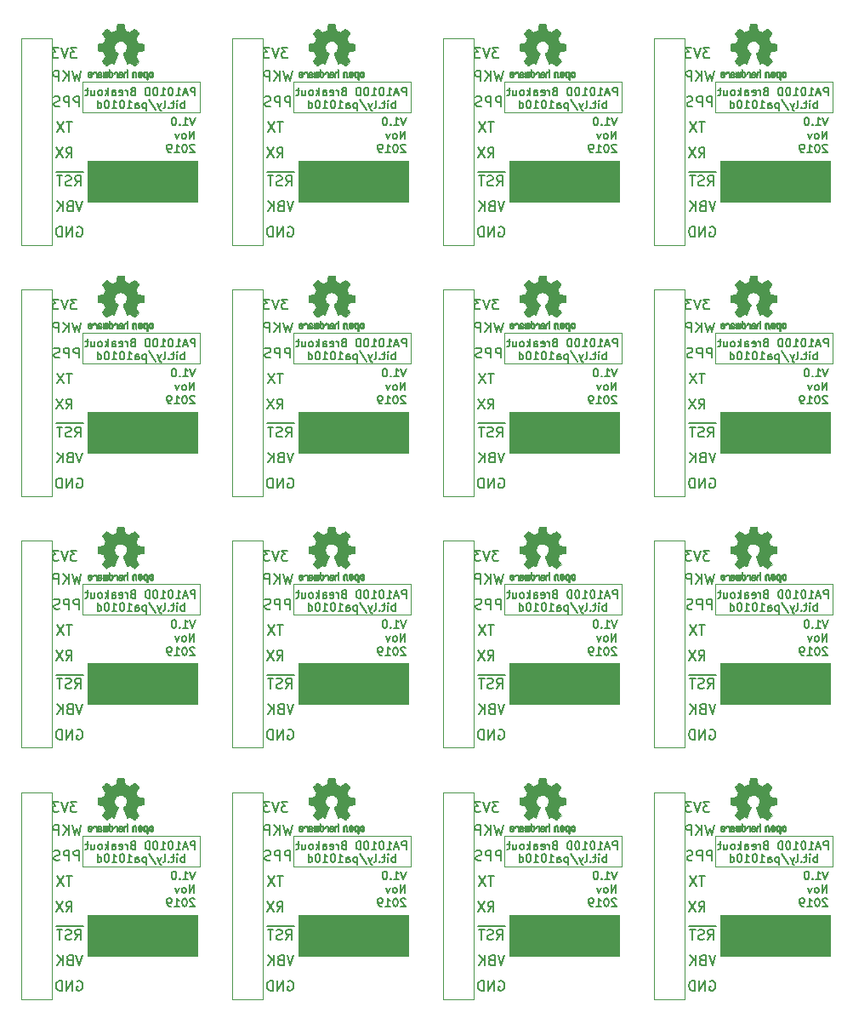
<source format=gbr>
G04 #@! TF.GenerationSoftware,KiCad,Pcbnew,(5.1.5-0-10_14)*
G04 #@! TF.CreationDate,2019-12-02T16:33:46+08:00*
G04 #@! TF.ProjectId,pa1010d-breakout-panelized,70613130-3130-4642-9d62-7265616b6f75,V1.0*
G04 #@! TF.SameCoordinates,Original*
G04 #@! TF.FileFunction,Legend,Bot*
G04 #@! TF.FilePolarity,Positive*
%FSLAX46Y46*%
G04 Gerber Fmt 4.6, Leading zero omitted, Abs format (unit mm)*
G04 Created by KiCad (PCBNEW (5.1.5-0-10_14)) date 2019-12-02 16:33:46*
%MOMM*%
%LPD*%
G04 APERTURE LIST*
%ADD10C,0.120000*%
%ADD11C,0.100000*%
%ADD12C,0.150000*%
%ADD13C,0.010000*%
G04 APERTURE END LIST*
D10*
X182932000Y-118994000D02*
X194616000Y-118994000D01*
X161932000Y-118994000D02*
X173616000Y-118994000D01*
X140932000Y-118994000D02*
X152616000Y-118994000D01*
X119932000Y-118994000D02*
X131616000Y-118994000D01*
X182932000Y-93994000D02*
X194616000Y-93994000D01*
X161932000Y-93994000D02*
X173616000Y-93994000D01*
X140932000Y-93994000D02*
X152616000Y-93994000D01*
X119932000Y-93994000D02*
X131616000Y-93994000D01*
X182932000Y-68994000D02*
X194616000Y-68994000D01*
X161932000Y-68994000D02*
X173616000Y-68994000D01*
X140932000Y-68994000D02*
X152616000Y-68994000D01*
X119932000Y-68994000D02*
X131616000Y-68994000D01*
X182932000Y-43994000D02*
X194616000Y-43994000D01*
X161932000Y-43994000D02*
X173616000Y-43994000D01*
X140932000Y-43994000D02*
X152616000Y-43994000D01*
X177090000Y-111628000D02*
X179884000Y-111628000D01*
X156090000Y-111628000D02*
X158884000Y-111628000D01*
X135090000Y-111628000D02*
X137884000Y-111628000D01*
X114090000Y-111628000D02*
X116884000Y-111628000D01*
X177090000Y-86628000D02*
X179884000Y-86628000D01*
X156090000Y-86628000D02*
X158884000Y-86628000D01*
X135090000Y-86628000D02*
X137884000Y-86628000D01*
X114090000Y-86628000D02*
X116884000Y-86628000D01*
X177090000Y-61628000D02*
X179884000Y-61628000D01*
X156090000Y-61628000D02*
X158884000Y-61628000D01*
X135090000Y-61628000D02*
X137884000Y-61628000D01*
X114090000Y-61628000D02*
X116884000Y-61628000D01*
X177090000Y-36628000D02*
X179884000Y-36628000D01*
X156090000Y-36628000D02*
X158884000Y-36628000D01*
X135090000Y-36628000D02*
X137884000Y-36628000D01*
X179884000Y-111628000D02*
X179884000Y-132202000D01*
X158884000Y-111628000D02*
X158884000Y-132202000D01*
X137884000Y-111628000D02*
X137884000Y-132202000D01*
X116884000Y-111628000D02*
X116884000Y-132202000D01*
X179884000Y-86628000D02*
X179884000Y-107202000D01*
X158884000Y-86628000D02*
X158884000Y-107202000D01*
X137884000Y-86628000D02*
X137884000Y-107202000D01*
X116884000Y-86628000D02*
X116884000Y-107202000D01*
X179884000Y-61628000D02*
X179884000Y-82202000D01*
X158884000Y-61628000D02*
X158884000Y-82202000D01*
X137884000Y-61628000D02*
X137884000Y-82202000D01*
X116884000Y-61628000D02*
X116884000Y-82202000D01*
X179884000Y-36628000D02*
X179884000Y-57202000D01*
X158884000Y-36628000D02*
X158884000Y-57202000D01*
X137884000Y-36628000D02*
X137884000Y-57202000D01*
X179884000Y-132202000D02*
X176836000Y-132202000D01*
X158884000Y-132202000D02*
X155836000Y-132202000D01*
X137884000Y-132202000D02*
X134836000Y-132202000D01*
X116884000Y-132202000D02*
X113836000Y-132202000D01*
X179884000Y-107202000D02*
X176836000Y-107202000D01*
X158884000Y-107202000D02*
X155836000Y-107202000D01*
X137884000Y-107202000D02*
X134836000Y-107202000D01*
X116884000Y-107202000D02*
X113836000Y-107202000D01*
X179884000Y-82202000D02*
X176836000Y-82202000D01*
X158884000Y-82202000D02*
X155836000Y-82202000D01*
X137884000Y-82202000D02*
X134836000Y-82202000D01*
X116884000Y-82202000D02*
X113836000Y-82202000D01*
X179884000Y-57202000D02*
X176836000Y-57202000D01*
X158884000Y-57202000D02*
X155836000Y-57202000D01*
X137884000Y-57202000D02*
X134836000Y-57202000D01*
X176836000Y-132202000D02*
X176836000Y-111628000D01*
X155836000Y-132202000D02*
X155836000Y-111628000D01*
X134836000Y-132202000D02*
X134836000Y-111628000D01*
X113836000Y-132202000D02*
X113836000Y-111628000D01*
X176836000Y-107202000D02*
X176836000Y-86628000D01*
X155836000Y-107202000D02*
X155836000Y-86628000D01*
X134836000Y-107202000D02*
X134836000Y-86628000D01*
X113836000Y-107202000D02*
X113836000Y-86628000D01*
X176836000Y-82202000D02*
X176836000Y-61628000D01*
X155836000Y-82202000D02*
X155836000Y-61628000D01*
X134836000Y-82202000D02*
X134836000Y-61628000D01*
X113836000Y-82202000D02*
X113836000Y-61628000D01*
X176836000Y-57202000D02*
X176836000Y-36628000D01*
X155836000Y-57202000D02*
X155836000Y-36628000D01*
X134836000Y-57202000D02*
X134836000Y-36628000D01*
X176836000Y-111628000D02*
X177090000Y-111628000D01*
X155836000Y-111628000D02*
X156090000Y-111628000D01*
X134836000Y-111628000D02*
X135090000Y-111628000D01*
X113836000Y-111628000D02*
X114090000Y-111628000D01*
X176836000Y-86628000D02*
X177090000Y-86628000D01*
X155836000Y-86628000D02*
X156090000Y-86628000D01*
X134836000Y-86628000D02*
X135090000Y-86628000D01*
X113836000Y-86628000D02*
X114090000Y-86628000D01*
X176836000Y-61628000D02*
X177090000Y-61628000D01*
X155836000Y-61628000D02*
X156090000Y-61628000D01*
X134836000Y-61628000D02*
X135090000Y-61628000D01*
X113836000Y-61628000D02*
X114090000Y-61628000D01*
X176836000Y-36628000D02*
X177090000Y-36628000D01*
X155836000Y-36628000D02*
X156090000Y-36628000D01*
X134836000Y-36628000D02*
X135090000Y-36628000D01*
D11*
G36*
X194362000Y-127884000D02*
G01*
X183440000Y-127884000D01*
X183440000Y-123820000D01*
X194362000Y-123820000D01*
X194362000Y-127884000D01*
G37*
X194362000Y-127884000D02*
X183440000Y-127884000D01*
X183440000Y-123820000D01*
X194362000Y-123820000D01*
X194362000Y-127884000D01*
G36*
X173362000Y-127884000D02*
G01*
X162440000Y-127884000D01*
X162440000Y-123820000D01*
X173362000Y-123820000D01*
X173362000Y-127884000D01*
G37*
X173362000Y-127884000D02*
X162440000Y-127884000D01*
X162440000Y-123820000D01*
X173362000Y-123820000D01*
X173362000Y-127884000D01*
G36*
X152362000Y-127884000D02*
G01*
X141440000Y-127884000D01*
X141440000Y-123820000D01*
X152362000Y-123820000D01*
X152362000Y-127884000D01*
G37*
X152362000Y-127884000D02*
X141440000Y-127884000D01*
X141440000Y-123820000D01*
X152362000Y-123820000D01*
X152362000Y-127884000D01*
G36*
X131362000Y-127884000D02*
G01*
X120440000Y-127884000D01*
X120440000Y-123820000D01*
X131362000Y-123820000D01*
X131362000Y-127884000D01*
G37*
X131362000Y-127884000D02*
X120440000Y-127884000D01*
X120440000Y-123820000D01*
X131362000Y-123820000D01*
X131362000Y-127884000D01*
G36*
X194362000Y-102884000D02*
G01*
X183440000Y-102884000D01*
X183440000Y-98820000D01*
X194362000Y-98820000D01*
X194362000Y-102884000D01*
G37*
X194362000Y-102884000D02*
X183440000Y-102884000D01*
X183440000Y-98820000D01*
X194362000Y-98820000D01*
X194362000Y-102884000D01*
G36*
X173362000Y-102884000D02*
G01*
X162440000Y-102884000D01*
X162440000Y-98820000D01*
X173362000Y-98820000D01*
X173362000Y-102884000D01*
G37*
X173362000Y-102884000D02*
X162440000Y-102884000D01*
X162440000Y-98820000D01*
X173362000Y-98820000D01*
X173362000Y-102884000D01*
G36*
X152362000Y-102884000D02*
G01*
X141440000Y-102884000D01*
X141440000Y-98820000D01*
X152362000Y-98820000D01*
X152362000Y-102884000D01*
G37*
X152362000Y-102884000D02*
X141440000Y-102884000D01*
X141440000Y-98820000D01*
X152362000Y-98820000D01*
X152362000Y-102884000D01*
G36*
X131362000Y-102884000D02*
G01*
X120440000Y-102884000D01*
X120440000Y-98820000D01*
X131362000Y-98820000D01*
X131362000Y-102884000D01*
G37*
X131362000Y-102884000D02*
X120440000Y-102884000D01*
X120440000Y-98820000D01*
X131362000Y-98820000D01*
X131362000Y-102884000D01*
G36*
X194362000Y-77884000D02*
G01*
X183440000Y-77884000D01*
X183440000Y-73820000D01*
X194362000Y-73820000D01*
X194362000Y-77884000D01*
G37*
X194362000Y-77884000D02*
X183440000Y-77884000D01*
X183440000Y-73820000D01*
X194362000Y-73820000D01*
X194362000Y-77884000D01*
G36*
X173362000Y-77884000D02*
G01*
X162440000Y-77884000D01*
X162440000Y-73820000D01*
X173362000Y-73820000D01*
X173362000Y-77884000D01*
G37*
X173362000Y-77884000D02*
X162440000Y-77884000D01*
X162440000Y-73820000D01*
X173362000Y-73820000D01*
X173362000Y-77884000D01*
G36*
X152362000Y-77884000D02*
G01*
X141440000Y-77884000D01*
X141440000Y-73820000D01*
X152362000Y-73820000D01*
X152362000Y-77884000D01*
G37*
X152362000Y-77884000D02*
X141440000Y-77884000D01*
X141440000Y-73820000D01*
X152362000Y-73820000D01*
X152362000Y-77884000D01*
G36*
X131362000Y-77884000D02*
G01*
X120440000Y-77884000D01*
X120440000Y-73820000D01*
X131362000Y-73820000D01*
X131362000Y-77884000D01*
G37*
X131362000Y-77884000D02*
X120440000Y-77884000D01*
X120440000Y-73820000D01*
X131362000Y-73820000D01*
X131362000Y-77884000D01*
G36*
X194362000Y-52884000D02*
G01*
X183440000Y-52884000D01*
X183440000Y-48820000D01*
X194362000Y-48820000D01*
X194362000Y-52884000D01*
G37*
X194362000Y-52884000D02*
X183440000Y-52884000D01*
X183440000Y-48820000D01*
X194362000Y-48820000D01*
X194362000Y-52884000D01*
G36*
X173362000Y-52884000D02*
G01*
X162440000Y-52884000D01*
X162440000Y-48820000D01*
X173362000Y-48820000D01*
X173362000Y-52884000D01*
G37*
X173362000Y-52884000D02*
X162440000Y-52884000D01*
X162440000Y-48820000D01*
X173362000Y-48820000D01*
X173362000Y-52884000D01*
G36*
X152362000Y-52884000D02*
G01*
X141440000Y-52884000D01*
X141440000Y-48820000D01*
X152362000Y-48820000D01*
X152362000Y-52884000D01*
G37*
X152362000Y-52884000D02*
X141440000Y-52884000D01*
X141440000Y-48820000D01*
X152362000Y-48820000D01*
X152362000Y-52884000D01*
D10*
X194616000Y-118994000D02*
X194616000Y-115946000D01*
X173616000Y-118994000D02*
X173616000Y-115946000D01*
X152616000Y-118994000D02*
X152616000Y-115946000D01*
X131616000Y-118994000D02*
X131616000Y-115946000D01*
X194616000Y-93994000D02*
X194616000Y-90946000D01*
X173616000Y-93994000D02*
X173616000Y-90946000D01*
X152616000Y-93994000D02*
X152616000Y-90946000D01*
X131616000Y-93994000D02*
X131616000Y-90946000D01*
X194616000Y-68994000D02*
X194616000Y-65946000D01*
X173616000Y-68994000D02*
X173616000Y-65946000D01*
X152616000Y-68994000D02*
X152616000Y-65946000D01*
X131616000Y-68994000D02*
X131616000Y-65946000D01*
X194616000Y-43994000D02*
X194616000Y-40946000D01*
X173616000Y-43994000D02*
X173616000Y-40946000D01*
X152616000Y-43994000D02*
X152616000Y-40946000D01*
X182932000Y-115946000D02*
X182932000Y-118994000D01*
X161932000Y-115946000D02*
X161932000Y-118994000D01*
X140932000Y-115946000D02*
X140932000Y-118994000D01*
X119932000Y-115946000D02*
X119932000Y-118994000D01*
X182932000Y-90946000D02*
X182932000Y-93994000D01*
X161932000Y-90946000D02*
X161932000Y-93994000D01*
X140932000Y-90946000D02*
X140932000Y-93994000D01*
X119932000Y-90946000D02*
X119932000Y-93994000D01*
X182932000Y-65946000D02*
X182932000Y-68994000D01*
X161932000Y-65946000D02*
X161932000Y-68994000D01*
X140932000Y-65946000D02*
X140932000Y-68994000D01*
X119932000Y-65946000D02*
X119932000Y-68994000D01*
X182932000Y-40946000D02*
X182932000Y-43994000D01*
X161932000Y-40946000D02*
X161932000Y-43994000D01*
X140932000Y-40946000D02*
X140932000Y-43994000D01*
X194616000Y-115946000D02*
X182932000Y-115946000D01*
X173616000Y-115946000D02*
X161932000Y-115946000D01*
X152616000Y-115946000D02*
X140932000Y-115946000D01*
X131616000Y-115946000D02*
X119932000Y-115946000D01*
X194616000Y-90946000D02*
X182932000Y-90946000D01*
X173616000Y-90946000D02*
X161932000Y-90946000D01*
X152616000Y-90946000D02*
X140932000Y-90946000D01*
X131616000Y-90946000D02*
X119932000Y-90946000D01*
X194616000Y-65946000D02*
X182932000Y-65946000D01*
X173616000Y-65946000D02*
X161932000Y-65946000D01*
X152616000Y-65946000D02*
X140932000Y-65946000D01*
X131616000Y-65946000D02*
X119932000Y-65946000D01*
X194616000Y-40946000D02*
X182932000Y-40946000D01*
X173616000Y-40946000D02*
X161932000Y-40946000D01*
X152616000Y-40946000D02*
X140932000Y-40946000D01*
D12*
X182392095Y-112604380D02*
X181773047Y-112604380D01*
X182106380Y-112985333D01*
X181963523Y-112985333D01*
X181868285Y-113032952D01*
X181820666Y-113080571D01*
X181773047Y-113175809D01*
X181773047Y-113413904D01*
X181820666Y-113509142D01*
X181868285Y-113556761D01*
X181963523Y-113604380D01*
X182249238Y-113604380D01*
X182344476Y-113556761D01*
X182392095Y-113509142D01*
X181487333Y-112604380D02*
X181154000Y-113604380D01*
X180820666Y-112604380D01*
X180582571Y-112604380D02*
X179963523Y-112604380D01*
X180296857Y-112985333D01*
X180154000Y-112985333D01*
X180058761Y-113032952D01*
X180011142Y-113080571D01*
X179963523Y-113175809D01*
X179963523Y-113413904D01*
X180011142Y-113509142D01*
X180058761Y-113556761D01*
X180154000Y-113604380D01*
X180439714Y-113604380D01*
X180534952Y-113556761D01*
X180582571Y-113509142D01*
X161392095Y-112604380D02*
X160773047Y-112604380D01*
X161106380Y-112985333D01*
X160963523Y-112985333D01*
X160868285Y-113032952D01*
X160820666Y-113080571D01*
X160773047Y-113175809D01*
X160773047Y-113413904D01*
X160820666Y-113509142D01*
X160868285Y-113556761D01*
X160963523Y-113604380D01*
X161249238Y-113604380D01*
X161344476Y-113556761D01*
X161392095Y-113509142D01*
X160487333Y-112604380D02*
X160154000Y-113604380D01*
X159820666Y-112604380D01*
X159582571Y-112604380D02*
X158963523Y-112604380D01*
X159296857Y-112985333D01*
X159154000Y-112985333D01*
X159058761Y-113032952D01*
X159011142Y-113080571D01*
X158963523Y-113175809D01*
X158963523Y-113413904D01*
X159011142Y-113509142D01*
X159058761Y-113556761D01*
X159154000Y-113604380D01*
X159439714Y-113604380D01*
X159534952Y-113556761D01*
X159582571Y-113509142D01*
X140392095Y-112604380D02*
X139773047Y-112604380D01*
X140106380Y-112985333D01*
X139963523Y-112985333D01*
X139868285Y-113032952D01*
X139820666Y-113080571D01*
X139773047Y-113175809D01*
X139773047Y-113413904D01*
X139820666Y-113509142D01*
X139868285Y-113556761D01*
X139963523Y-113604380D01*
X140249238Y-113604380D01*
X140344476Y-113556761D01*
X140392095Y-113509142D01*
X139487333Y-112604380D02*
X139154000Y-113604380D01*
X138820666Y-112604380D01*
X138582571Y-112604380D02*
X137963523Y-112604380D01*
X138296857Y-112985333D01*
X138154000Y-112985333D01*
X138058761Y-113032952D01*
X138011142Y-113080571D01*
X137963523Y-113175809D01*
X137963523Y-113413904D01*
X138011142Y-113509142D01*
X138058761Y-113556761D01*
X138154000Y-113604380D01*
X138439714Y-113604380D01*
X138534952Y-113556761D01*
X138582571Y-113509142D01*
X119392095Y-112604380D02*
X118773047Y-112604380D01*
X119106380Y-112985333D01*
X118963523Y-112985333D01*
X118868285Y-113032952D01*
X118820666Y-113080571D01*
X118773047Y-113175809D01*
X118773047Y-113413904D01*
X118820666Y-113509142D01*
X118868285Y-113556761D01*
X118963523Y-113604380D01*
X119249238Y-113604380D01*
X119344476Y-113556761D01*
X119392095Y-113509142D01*
X118487333Y-112604380D02*
X118154000Y-113604380D01*
X117820666Y-112604380D01*
X117582571Y-112604380D02*
X116963523Y-112604380D01*
X117296857Y-112985333D01*
X117154000Y-112985333D01*
X117058761Y-113032952D01*
X117011142Y-113080571D01*
X116963523Y-113175809D01*
X116963523Y-113413904D01*
X117011142Y-113509142D01*
X117058761Y-113556761D01*
X117154000Y-113604380D01*
X117439714Y-113604380D01*
X117534952Y-113556761D01*
X117582571Y-113509142D01*
X182392095Y-87604380D02*
X181773047Y-87604380D01*
X182106380Y-87985333D01*
X181963523Y-87985333D01*
X181868285Y-88032952D01*
X181820666Y-88080571D01*
X181773047Y-88175809D01*
X181773047Y-88413904D01*
X181820666Y-88509142D01*
X181868285Y-88556761D01*
X181963523Y-88604380D01*
X182249238Y-88604380D01*
X182344476Y-88556761D01*
X182392095Y-88509142D01*
X181487333Y-87604380D02*
X181154000Y-88604380D01*
X180820666Y-87604380D01*
X180582571Y-87604380D02*
X179963523Y-87604380D01*
X180296857Y-87985333D01*
X180154000Y-87985333D01*
X180058761Y-88032952D01*
X180011142Y-88080571D01*
X179963523Y-88175809D01*
X179963523Y-88413904D01*
X180011142Y-88509142D01*
X180058761Y-88556761D01*
X180154000Y-88604380D01*
X180439714Y-88604380D01*
X180534952Y-88556761D01*
X180582571Y-88509142D01*
X161392095Y-87604380D02*
X160773047Y-87604380D01*
X161106380Y-87985333D01*
X160963523Y-87985333D01*
X160868285Y-88032952D01*
X160820666Y-88080571D01*
X160773047Y-88175809D01*
X160773047Y-88413904D01*
X160820666Y-88509142D01*
X160868285Y-88556761D01*
X160963523Y-88604380D01*
X161249238Y-88604380D01*
X161344476Y-88556761D01*
X161392095Y-88509142D01*
X160487333Y-87604380D02*
X160154000Y-88604380D01*
X159820666Y-87604380D01*
X159582571Y-87604380D02*
X158963523Y-87604380D01*
X159296857Y-87985333D01*
X159154000Y-87985333D01*
X159058761Y-88032952D01*
X159011142Y-88080571D01*
X158963523Y-88175809D01*
X158963523Y-88413904D01*
X159011142Y-88509142D01*
X159058761Y-88556761D01*
X159154000Y-88604380D01*
X159439714Y-88604380D01*
X159534952Y-88556761D01*
X159582571Y-88509142D01*
X140392095Y-87604380D02*
X139773047Y-87604380D01*
X140106380Y-87985333D01*
X139963523Y-87985333D01*
X139868285Y-88032952D01*
X139820666Y-88080571D01*
X139773047Y-88175809D01*
X139773047Y-88413904D01*
X139820666Y-88509142D01*
X139868285Y-88556761D01*
X139963523Y-88604380D01*
X140249238Y-88604380D01*
X140344476Y-88556761D01*
X140392095Y-88509142D01*
X139487333Y-87604380D02*
X139154000Y-88604380D01*
X138820666Y-87604380D01*
X138582571Y-87604380D02*
X137963523Y-87604380D01*
X138296857Y-87985333D01*
X138154000Y-87985333D01*
X138058761Y-88032952D01*
X138011142Y-88080571D01*
X137963523Y-88175809D01*
X137963523Y-88413904D01*
X138011142Y-88509142D01*
X138058761Y-88556761D01*
X138154000Y-88604380D01*
X138439714Y-88604380D01*
X138534952Y-88556761D01*
X138582571Y-88509142D01*
X119392095Y-87604380D02*
X118773047Y-87604380D01*
X119106380Y-87985333D01*
X118963523Y-87985333D01*
X118868285Y-88032952D01*
X118820666Y-88080571D01*
X118773047Y-88175809D01*
X118773047Y-88413904D01*
X118820666Y-88509142D01*
X118868285Y-88556761D01*
X118963523Y-88604380D01*
X119249238Y-88604380D01*
X119344476Y-88556761D01*
X119392095Y-88509142D01*
X118487333Y-87604380D02*
X118154000Y-88604380D01*
X117820666Y-87604380D01*
X117582571Y-87604380D02*
X116963523Y-87604380D01*
X117296857Y-87985333D01*
X117154000Y-87985333D01*
X117058761Y-88032952D01*
X117011142Y-88080571D01*
X116963523Y-88175809D01*
X116963523Y-88413904D01*
X117011142Y-88509142D01*
X117058761Y-88556761D01*
X117154000Y-88604380D01*
X117439714Y-88604380D01*
X117534952Y-88556761D01*
X117582571Y-88509142D01*
X182392095Y-62604380D02*
X181773047Y-62604380D01*
X182106380Y-62985333D01*
X181963523Y-62985333D01*
X181868285Y-63032952D01*
X181820666Y-63080571D01*
X181773047Y-63175809D01*
X181773047Y-63413904D01*
X181820666Y-63509142D01*
X181868285Y-63556761D01*
X181963523Y-63604380D01*
X182249238Y-63604380D01*
X182344476Y-63556761D01*
X182392095Y-63509142D01*
X181487333Y-62604380D02*
X181154000Y-63604380D01*
X180820666Y-62604380D01*
X180582571Y-62604380D02*
X179963523Y-62604380D01*
X180296857Y-62985333D01*
X180154000Y-62985333D01*
X180058761Y-63032952D01*
X180011142Y-63080571D01*
X179963523Y-63175809D01*
X179963523Y-63413904D01*
X180011142Y-63509142D01*
X180058761Y-63556761D01*
X180154000Y-63604380D01*
X180439714Y-63604380D01*
X180534952Y-63556761D01*
X180582571Y-63509142D01*
X161392095Y-62604380D02*
X160773047Y-62604380D01*
X161106380Y-62985333D01*
X160963523Y-62985333D01*
X160868285Y-63032952D01*
X160820666Y-63080571D01*
X160773047Y-63175809D01*
X160773047Y-63413904D01*
X160820666Y-63509142D01*
X160868285Y-63556761D01*
X160963523Y-63604380D01*
X161249238Y-63604380D01*
X161344476Y-63556761D01*
X161392095Y-63509142D01*
X160487333Y-62604380D02*
X160154000Y-63604380D01*
X159820666Y-62604380D01*
X159582571Y-62604380D02*
X158963523Y-62604380D01*
X159296857Y-62985333D01*
X159154000Y-62985333D01*
X159058761Y-63032952D01*
X159011142Y-63080571D01*
X158963523Y-63175809D01*
X158963523Y-63413904D01*
X159011142Y-63509142D01*
X159058761Y-63556761D01*
X159154000Y-63604380D01*
X159439714Y-63604380D01*
X159534952Y-63556761D01*
X159582571Y-63509142D01*
X140392095Y-62604380D02*
X139773047Y-62604380D01*
X140106380Y-62985333D01*
X139963523Y-62985333D01*
X139868285Y-63032952D01*
X139820666Y-63080571D01*
X139773047Y-63175809D01*
X139773047Y-63413904D01*
X139820666Y-63509142D01*
X139868285Y-63556761D01*
X139963523Y-63604380D01*
X140249238Y-63604380D01*
X140344476Y-63556761D01*
X140392095Y-63509142D01*
X139487333Y-62604380D02*
X139154000Y-63604380D01*
X138820666Y-62604380D01*
X138582571Y-62604380D02*
X137963523Y-62604380D01*
X138296857Y-62985333D01*
X138154000Y-62985333D01*
X138058761Y-63032952D01*
X138011142Y-63080571D01*
X137963523Y-63175809D01*
X137963523Y-63413904D01*
X138011142Y-63509142D01*
X138058761Y-63556761D01*
X138154000Y-63604380D01*
X138439714Y-63604380D01*
X138534952Y-63556761D01*
X138582571Y-63509142D01*
X119392095Y-62604380D02*
X118773047Y-62604380D01*
X119106380Y-62985333D01*
X118963523Y-62985333D01*
X118868285Y-63032952D01*
X118820666Y-63080571D01*
X118773047Y-63175809D01*
X118773047Y-63413904D01*
X118820666Y-63509142D01*
X118868285Y-63556761D01*
X118963523Y-63604380D01*
X119249238Y-63604380D01*
X119344476Y-63556761D01*
X119392095Y-63509142D01*
X118487333Y-62604380D02*
X118154000Y-63604380D01*
X117820666Y-62604380D01*
X117582571Y-62604380D02*
X116963523Y-62604380D01*
X117296857Y-62985333D01*
X117154000Y-62985333D01*
X117058761Y-63032952D01*
X117011142Y-63080571D01*
X116963523Y-63175809D01*
X116963523Y-63413904D01*
X117011142Y-63509142D01*
X117058761Y-63556761D01*
X117154000Y-63604380D01*
X117439714Y-63604380D01*
X117534952Y-63556761D01*
X117582571Y-63509142D01*
X182392095Y-37604380D02*
X181773047Y-37604380D01*
X182106380Y-37985333D01*
X181963523Y-37985333D01*
X181868285Y-38032952D01*
X181820666Y-38080571D01*
X181773047Y-38175809D01*
X181773047Y-38413904D01*
X181820666Y-38509142D01*
X181868285Y-38556761D01*
X181963523Y-38604380D01*
X182249238Y-38604380D01*
X182344476Y-38556761D01*
X182392095Y-38509142D01*
X181487333Y-37604380D02*
X181154000Y-38604380D01*
X180820666Y-37604380D01*
X180582571Y-37604380D02*
X179963523Y-37604380D01*
X180296857Y-37985333D01*
X180154000Y-37985333D01*
X180058761Y-38032952D01*
X180011142Y-38080571D01*
X179963523Y-38175809D01*
X179963523Y-38413904D01*
X180011142Y-38509142D01*
X180058761Y-38556761D01*
X180154000Y-38604380D01*
X180439714Y-38604380D01*
X180534952Y-38556761D01*
X180582571Y-38509142D01*
X161392095Y-37604380D02*
X160773047Y-37604380D01*
X161106380Y-37985333D01*
X160963523Y-37985333D01*
X160868285Y-38032952D01*
X160820666Y-38080571D01*
X160773047Y-38175809D01*
X160773047Y-38413904D01*
X160820666Y-38509142D01*
X160868285Y-38556761D01*
X160963523Y-38604380D01*
X161249238Y-38604380D01*
X161344476Y-38556761D01*
X161392095Y-38509142D01*
X160487333Y-37604380D02*
X160154000Y-38604380D01*
X159820666Y-37604380D01*
X159582571Y-37604380D02*
X158963523Y-37604380D01*
X159296857Y-37985333D01*
X159154000Y-37985333D01*
X159058761Y-38032952D01*
X159011142Y-38080571D01*
X158963523Y-38175809D01*
X158963523Y-38413904D01*
X159011142Y-38509142D01*
X159058761Y-38556761D01*
X159154000Y-38604380D01*
X159439714Y-38604380D01*
X159534952Y-38556761D01*
X159582571Y-38509142D01*
X140392095Y-37604380D02*
X139773047Y-37604380D01*
X140106380Y-37985333D01*
X139963523Y-37985333D01*
X139868285Y-38032952D01*
X139820666Y-38080571D01*
X139773047Y-38175809D01*
X139773047Y-38413904D01*
X139820666Y-38509142D01*
X139868285Y-38556761D01*
X139963523Y-38604380D01*
X140249238Y-38604380D01*
X140344476Y-38556761D01*
X140392095Y-38509142D01*
X139487333Y-37604380D02*
X139154000Y-38604380D01*
X138820666Y-37604380D01*
X138582571Y-37604380D02*
X137963523Y-37604380D01*
X138296857Y-37985333D01*
X138154000Y-37985333D01*
X138058761Y-38032952D01*
X138011142Y-38080571D01*
X137963523Y-38175809D01*
X137963523Y-38413904D01*
X138011142Y-38509142D01*
X138058761Y-38556761D01*
X138154000Y-38604380D01*
X138439714Y-38604380D01*
X138534952Y-38556761D01*
X138582571Y-38509142D01*
X182836571Y-114890380D02*
X182598476Y-115890380D01*
X182408000Y-115176095D01*
X182217523Y-115890380D01*
X181979428Y-114890380D01*
X181598476Y-115890380D02*
X181598476Y-114890380D01*
X181027047Y-115890380D02*
X181455619Y-115318952D01*
X181027047Y-114890380D02*
X181598476Y-115461809D01*
X180598476Y-115890380D02*
X180598476Y-114890380D01*
X180217523Y-114890380D01*
X180122285Y-114938000D01*
X180074666Y-114985619D01*
X180027047Y-115080857D01*
X180027047Y-115223714D01*
X180074666Y-115318952D01*
X180122285Y-115366571D01*
X180217523Y-115414190D01*
X180598476Y-115414190D01*
X161836571Y-114890380D02*
X161598476Y-115890380D01*
X161408000Y-115176095D01*
X161217523Y-115890380D01*
X160979428Y-114890380D01*
X160598476Y-115890380D02*
X160598476Y-114890380D01*
X160027047Y-115890380D02*
X160455619Y-115318952D01*
X160027047Y-114890380D02*
X160598476Y-115461809D01*
X159598476Y-115890380D02*
X159598476Y-114890380D01*
X159217523Y-114890380D01*
X159122285Y-114938000D01*
X159074666Y-114985619D01*
X159027047Y-115080857D01*
X159027047Y-115223714D01*
X159074666Y-115318952D01*
X159122285Y-115366571D01*
X159217523Y-115414190D01*
X159598476Y-115414190D01*
X140836571Y-114890380D02*
X140598476Y-115890380D01*
X140408000Y-115176095D01*
X140217523Y-115890380D01*
X139979428Y-114890380D01*
X139598476Y-115890380D02*
X139598476Y-114890380D01*
X139027047Y-115890380D02*
X139455619Y-115318952D01*
X139027047Y-114890380D02*
X139598476Y-115461809D01*
X138598476Y-115890380D02*
X138598476Y-114890380D01*
X138217523Y-114890380D01*
X138122285Y-114938000D01*
X138074666Y-114985619D01*
X138027047Y-115080857D01*
X138027047Y-115223714D01*
X138074666Y-115318952D01*
X138122285Y-115366571D01*
X138217523Y-115414190D01*
X138598476Y-115414190D01*
X119836571Y-114890380D02*
X119598476Y-115890380D01*
X119408000Y-115176095D01*
X119217523Y-115890380D01*
X118979428Y-114890380D01*
X118598476Y-115890380D02*
X118598476Y-114890380D01*
X118027047Y-115890380D02*
X118455619Y-115318952D01*
X118027047Y-114890380D02*
X118598476Y-115461809D01*
X117598476Y-115890380D02*
X117598476Y-114890380D01*
X117217523Y-114890380D01*
X117122285Y-114938000D01*
X117074666Y-114985619D01*
X117027047Y-115080857D01*
X117027047Y-115223714D01*
X117074666Y-115318952D01*
X117122285Y-115366571D01*
X117217523Y-115414190D01*
X117598476Y-115414190D01*
X182836571Y-89890380D02*
X182598476Y-90890380D01*
X182408000Y-90176095D01*
X182217523Y-90890380D01*
X181979428Y-89890380D01*
X181598476Y-90890380D02*
X181598476Y-89890380D01*
X181027047Y-90890380D02*
X181455619Y-90318952D01*
X181027047Y-89890380D02*
X181598476Y-90461809D01*
X180598476Y-90890380D02*
X180598476Y-89890380D01*
X180217523Y-89890380D01*
X180122285Y-89938000D01*
X180074666Y-89985619D01*
X180027047Y-90080857D01*
X180027047Y-90223714D01*
X180074666Y-90318952D01*
X180122285Y-90366571D01*
X180217523Y-90414190D01*
X180598476Y-90414190D01*
X161836571Y-89890380D02*
X161598476Y-90890380D01*
X161408000Y-90176095D01*
X161217523Y-90890380D01*
X160979428Y-89890380D01*
X160598476Y-90890380D02*
X160598476Y-89890380D01*
X160027047Y-90890380D02*
X160455619Y-90318952D01*
X160027047Y-89890380D02*
X160598476Y-90461809D01*
X159598476Y-90890380D02*
X159598476Y-89890380D01*
X159217523Y-89890380D01*
X159122285Y-89938000D01*
X159074666Y-89985619D01*
X159027047Y-90080857D01*
X159027047Y-90223714D01*
X159074666Y-90318952D01*
X159122285Y-90366571D01*
X159217523Y-90414190D01*
X159598476Y-90414190D01*
X140836571Y-89890380D02*
X140598476Y-90890380D01*
X140408000Y-90176095D01*
X140217523Y-90890380D01*
X139979428Y-89890380D01*
X139598476Y-90890380D02*
X139598476Y-89890380D01*
X139027047Y-90890380D02*
X139455619Y-90318952D01*
X139027047Y-89890380D02*
X139598476Y-90461809D01*
X138598476Y-90890380D02*
X138598476Y-89890380D01*
X138217523Y-89890380D01*
X138122285Y-89938000D01*
X138074666Y-89985619D01*
X138027047Y-90080857D01*
X138027047Y-90223714D01*
X138074666Y-90318952D01*
X138122285Y-90366571D01*
X138217523Y-90414190D01*
X138598476Y-90414190D01*
X119836571Y-89890380D02*
X119598476Y-90890380D01*
X119408000Y-90176095D01*
X119217523Y-90890380D01*
X118979428Y-89890380D01*
X118598476Y-90890380D02*
X118598476Y-89890380D01*
X118027047Y-90890380D02*
X118455619Y-90318952D01*
X118027047Y-89890380D02*
X118598476Y-90461809D01*
X117598476Y-90890380D02*
X117598476Y-89890380D01*
X117217523Y-89890380D01*
X117122285Y-89938000D01*
X117074666Y-89985619D01*
X117027047Y-90080857D01*
X117027047Y-90223714D01*
X117074666Y-90318952D01*
X117122285Y-90366571D01*
X117217523Y-90414190D01*
X117598476Y-90414190D01*
X182836571Y-64890380D02*
X182598476Y-65890380D01*
X182408000Y-65176095D01*
X182217523Y-65890380D01*
X181979428Y-64890380D01*
X181598476Y-65890380D02*
X181598476Y-64890380D01*
X181027047Y-65890380D02*
X181455619Y-65318952D01*
X181027047Y-64890380D02*
X181598476Y-65461809D01*
X180598476Y-65890380D02*
X180598476Y-64890380D01*
X180217523Y-64890380D01*
X180122285Y-64938000D01*
X180074666Y-64985619D01*
X180027047Y-65080857D01*
X180027047Y-65223714D01*
X180074666Y-65318952D01*
X180122285Y-65366571D01*
X180217523Y-65414190D01*
X180598476Y-65414190D01*
X161836571Y-64890380D02*
X161598476Y-65890380D01*
X161408000Y-65176095D01*
X161217523Y-65890380D01*
X160979428Y-64890380D01*
X160598476Y-65890380D02*
X160598476Y-64890380D01*
X160027047Y-65890380D02*
X160455619Y-65318952D01*
X160027047Y-64890380D02*
X160598476Y-65461809D01*
X159598476Y-65890380D02*
X159598476Y-64890380D01*
X159217523Y-64890380D01*
X159122285Y-64938000D01*
X159074666Y-64985619D01*
X159027047Y-65080857D01*
X159027047Y-65223714D01*
X159074666Y-65318952D01*
X159122285Y-65366571D01*
X159217523Y-65414190D01*
X159598476Y-65414190D01*
X140836571Y-64890380D02*
X140598476Y-65890380D01*
X140408000Y-65176095D01*
X140217523Y-65890380D01*
X139979428Y-64890380D01*
X139598476Y-65890380D02*
X139598476Y-64890380D01*
X139027047Y-65890380D02*
X139455619Y-65318952D01*
X139027047Y-64890380D02*
X139598476Y-65461809D01*
X138598476Y-65890380D02*
X138598476Y-64890380D01*
X138217523Y-64890380D01*
X138122285Y-64938000D01*
X138074666Y-64985619D01*
X138027047Y-65080857D01*
X138027047Y-65223714D01*
X138074666Y-65318952D01*
X138122285Y-65366571D01*
X138217523Y-65414190D01*
X138598476Y-65414190D01*
X119836571Y-64890380D02*
X119598476Y-65890380D01*
X119408000Y-65176095D01*
X119217523Y-65890380D01*
X118979428Y-64890380D01*
X118598476Y-65890380D02*
X118598476Y-64890380D01*
X118027047Y-65890380D02*
X118455619Y-65318952D01*
X118027047Y-64890380D02*
X118598476Y-65461809D01*
X117598476Y-65890380D02*
X117598476Y-64890380D01*
X117217523Y-64890380D01*
X117122285Y-64938000D01*
X117074666Y-64985619D01*
X117027047Y-65080857D01*
X117027047Y-65223714D01*
X117074666Y-65318952D01*
X117122285Y-65366571D01*
X117217523Y-65414190D01*
X117598476Y-65414190D01*
X182836571Y-39890380D02*
X182598476Y-40890380D01*
X182408000Y-40176095D01*
X182217523Y-40890380D01*
X181979428Y-39890380D01*
X181598476Y-40890380D02*
X181598476Y-39890380D01*
X181027047Y-40890380D02*
X181455619Y-40318952D01*
X181027047Y-39890380D02*
X181598476Y-40461809D01*
X180598476Y-40890380D02*
X180598476Y-39890380D01*
X180217523Y-39890380D01*
X180122285Y-39938000D01*
X180074666Y-39985619D01*
X180027047Y-40080857D01*
X180027047Y-40223714D01*
X180074666Y-40318952D01*
X180122285Y-40366571D01*
X180217523Y-40414190D01*
X180598476Y-40414190D01*
X161836571Y-39890380D02*
X161598476Y-40890380D01*
X161408000Y-40176095D01*
X161217523Y-40890380D01*
X160979428Y-39890380D01*
X160598476Y-40890380D02*
X160598476Y-39890380D01*
X160027047Y-40890380D02*
X160455619Y-40318952D01*
X160027047Y-39890380D02*
X160598476Y-40461809D01*
X159598476Y-40890380D02*
X159598476Y-39890380D01*
X159217523Y-39890380D01*
X159122285Y-39938000D01*
X159074666Y-39985619D01*
X159027047Y-40080857D01*
X159027047Y-40223714D01*
X159074666Y-40318952D01*
X159122285Y-40366571D01*
X159217523Y-40414190D01*
X159598476Y-40414190D01*
X140836571Y-39890380D02*
X140598476Y-40890380D01*
X140408000Y-40176095D01*
X140217523Y-40890380D01*
X139979428Y-39890380D01*
X139598476Y-40890380D02*
X139598476Y-39890380D01*
X139027047Y-40890380D02*
X139455619Y-40318952D01*
X139027047Y-39890380D02*
X139598476Y-40461809D01*
X138598476Y-40890380D02*
X138598476Y-39890380D01*
X138217523Y-39890380D01*
X138122285Y-39938000D01*
X138074666Y-39985619D01*
X138027047Y-40080857D01*
X138027047Y-40223714D01*
X138074666Y-40318952D01*
X138122285Y-40366571D01*
X138217523Y-40414190D01*
X138598476Y-40414190D01*
X181915904Y-119970380D02*
X181344476Y-119970380D01*
X181630190Y-120970380D02*
X181630190Y-119970380D01*
X181106380Y-119970380D02*
X180439714Y-120970380D01*
X180439714Y-119970380D02*
X181106380Y-120970380D01*
X160915904Y-119970380D02*
X160344476Y-119970380D01*
X160630190Y-120970380D02*
X160630190Y-119970380D01*
X160106380Y-119970380D02*
X159439714Y-120970380D01*
X159439714Y-119970380D02*
X160106380Y-120970380D01*
X139915904Y-119970380D02*
X139344476Y-119970380D01*
X139630190Y-120970380D02*
X139630190Y-119970380D01*
X139106380Y-119970380D02*
X138439714Y-120970380D01*
X138439714Y-119970380D02*
X139106380Y-120970380D01*
X118915904Y-119970380D02*
X118344476Y-119970380D01*
X118630190Y-120970380D02*
X118630190Y-119970380D01*
X118106380Y-119970380D02*
X117439714Y-120970380D01*
X117439714Y-119970380D02*
X118106380Y-120970380D01*
X181915904Y-94970380D02*
X181344476Y-94970380D01*
X181630190Y-95970380D02*
X181630190Y-94970380D01*
X181106380Y-94970380D02*
X180439714Y-95970380D01*
X180439714Y-94970380D02*
X181106380Y-95970380D01*
X160915904Y-94970380D02*
X160344476Y-94970380D01*
X160630190Y-95970380D02*
X160630190Y-94970380D01*
X160106380Y-94970380D02*
X159439714Y-95970380D01*
X159439714Y-94970380D02*
X160106380Y-95970380D01*
X139915904Y-94970380D02*
X139344476Y-94970380D01*
X139630190Y-95970380D02*
X139630190Y-94970380D01*
X139106380Y-94970380D02*
X138439714Y-95970380D01*
X138439714Y-94970380D02*
X139106380Y-95970380D01*
X118915904Y-94970380D02*
X118344476Y-94970380D01*
X118630190Y-95970380D02*
X118630190Y-94970380D01*
X118106380Y-94970380D02*
X117439714Y-95970380D01*
X117439714Y-94970380D02*
X118106380Y-95970380D01*
X181915904Y-69970380D02*
X181344476Y-69970380D01*
X181630190Y-70970380D02*
X181630190Y-69970380D01*
X181106380Y-69970380D02*
X180439714Y-70970380D01*
X180439714Y-69970380D02*
X181106380Y-70970380D01*
X160915904Y-69970380D02*
X160344476Y-69970380D01*
X160630190Y-70970380D02*
X160630190Y-69970380D01*
X160106380Y-69970380D02*
X159439714Y-70970380D01*
X159439714Y-69970380D02*
X160106380Y-70970380D01*
X139915904Y-69970380D02*
X139344476Y-69970380D01*
X139630190Y-70970380D02*
X139630190Y-69970380D01*
X139106380Y-69970380D02*
X138439714Y-70970380D01*
X138439714Y-69970380D02*
X139106380Y-70970380D01*
X118915904Y-69970380D02*
X118344476Y-69970380D01*
X118630190Y-70970380D02*
X118630190Y-69970380D01*
X118106380Y-69970380D02*
X117439714Y-70970380D01*
X117439714Y-69970380D02*
X118106380Y-70970380D01*
X181915904Y-44970380D02*
X181344476Y-44970380D01*
X181630190Y-45970380D02*
X181630190Y-44970380D01*
X181106380Y-44970380D02*
X180439714Y-45970380D01*
X180439714Y-44970380D02*
X181106380Y-45970380D01*
X160915904Y-44970380D02*
X160344476Y-44970380D01*
X160630190Y-45970380D02*
X160630190Y-44970380D01*
X160106380Y-44970380D02*
X159439714Y-45970380D01*
X159439714Y-44970380D02*
X160106380Y-45970380D01*
X139915904Y-44970380D02*
X139344476Y-44970380D01*
X139630190Y-45970380D02*
X139630190Y-44970380D01*
X139106380Y-44970380D02*
X138439714Y-45970380D01*
X138439714Y-44970380D02*
X139106380Y-45970380D01*
X181320666Y-123510380D02*
X181654000Y-123034190D01*
X181892095Y-123510380D02*
X181892095Y-122510380D01*
X181511142Y-122510380D01*
X181415904Y-122558000D01*
X181368285Y-122605619D01*
X181320666Y-122700857D01*
X181320666Y-122843714D01*
X181368285Y-122938952D01*
X181415904Y-122986571D01*
X181511142Y-123034190D01*
X181892095Y-123034190D01*
X180987333Y-122510380D02*
X180320666Y-123510380D01*
X180320666Y-122510380D02*
X180987333Y-123510380D01*
X160320666Y-123510380D02*
X160654000Y-123034190D01*
X160892095Y-123510380D02*
X160892095Y-122510380D01*
X160511142Y-122510380D01*
X160415904Y-122558000D01*
X160368285Y-122605619D01*
X160320666Y-122700857D01*
X160320666Y-122843714D01*
X160368285Y-122938952D01*
X160415904Y-122986571D01*
X160511142Y-123034190D01*
X160892095Y-123034190D01*
X159987333Y-122510380D02*
X159320666Y-123510380D01*
X159320666Y-122510380D02*
X159987333Y-123510380D01*
X139320666Y-123510380D02*
X139654000Y-123034190D01*
X139892095Y-123510380D02*
X139892095Y-122510380D01*
X139511142Y-122510380D01*
X139415904Y-122558000D01*
X139368285Y-122605619D01*
X139320666Y-122700857D01*
X139320666Y-122843714D01*
X139368285Y-122938952D01*
X139415904Y-122986571D01*
X139511142Y-123034190D01*
X139892095Y-123034190D01*
X138987333Y-122510380D02*
X138320666Y-123510380D01*
X138320666Y-122510380D02*
X138987333Y-123510380D01*
X118320666Y-123510380D02*
X118654000Y-123034190D01*
X118892095Y-123510380D02*
X118892095Y-122510380D01*
X118511142Y-122510380D01*
X118415904Y-122558000D01*
X118368285Y-122605619D01*
X118320666Y-122700857D01*
X118320666Y-122843714D01*
X118368285Y-122938952D01*
X118415904Y-122986571D01*
X118511142Y-123034190D01*
X118892095Y-123034190D01*
X117987333Y-122510380D02*
X117320666Y-123510380D01*
X117320666Y-122510380D02*
X117987333Y-123510380D01*
X181320666Y-98510380D02*
X181654000Y-98034190D01*
X181892095Y-98510380D02*
X181892095Y-97510380D01*
X181511142Y-97510380D01*
X181415904Y-97558000D01*
X181368285Y-97605619D01*
X181320666Y-97700857D01*
X181320666Y-97843714D01*
X181368285Y-97938952D01*
X181415904Y-97986571D01*
X181511142Y-98034190D01*
X181892095Y-98034190D01*
X180987333Y-97510380D02*
X180320666Y-98510380D01*
X180320666Y-97510380D02*
X180987333Y-98510380D01*
X160320666Y-98510380D02*
X160654000Y-98034190D01*
X160892095Y-98510380D02*
X160892095Y-97510380D01*
X160511142Y-97510380D01*
X160415904Y-97558000D01*
X160368285Y-97605619D01*
X160320666Y-97700857D01*
X160320666Y-97843714D01*
X160368285Y-97938952D01*
X160415904Y-97986571D01*
X160511142Y-98034190D01*
X160892095Y-98034190D01*
X159987333Y-97510380D02*
X159320666Y-98510380D01*
X159320666Y-97510380D02*
X159987333Y-98510380D01*
X139320666Y-98510380D02*
X139654000Y-98034190D01*
X139892095Y-98510380D02*
X139892095Y-97510380D01*
X139511142Y-97510380D01*
X139415904Y-97558000D01*
X139368285Y-97605619D01*
X139320666Y-97700857D01*
X139320666Y-97843714D01*
X139368285Y-97938952D01*
X139415904Y-97986571D01*
X139511142Y-98034190D01*
X139892095Y-98034190D01*
X138987333Y-97510380D02*
X138320666Y-98510380D01*
X138320666Y-97510380D02*
X138987333Y-98510380D01*
X118320666Y-98510380D02*
X118654000Y-98034190D01*
X118892095Y-98510380D02*
X118892095Y-97510380D01*
X118511142Y-97510380D01*
X118415904Y-97558000D01*
X118368285Y-97605619D01*
X118320666Y-97700857D01*
X118320666Y-97843714D01*
X118368285Y-97938952D01*
X118415904Y-97986571D01*
X118511142Y-98034190D01*
X118892095Y-98034190D01*
X117987333Y-97510380D02*
X117320666Y-98510380D01*
X117320666Y-97510380D02*
X117987333Y-98510380D01*
X181320666Y-73510380D02*
X181654000Y-73034190D01*
X181892095Y-73510380D02*
X181892095Y-72510380D01*
X181511142Y-72510380D01*
X181415904Y-72558000D01*
X181368285Y-72605619D01*
X181320666Y-72700857D01*
X181320666Y-72843714D01*
X181368285Y-72938952D01*
X181415904Y-72986571D01*
X181511142Y-73034190D01*
X181892095Y-73034190D01*
X180987333Y-72510380D02*
X180320666Y-73510380D01*
X180320666Y-72510380D02*
X180987333Y-73510380D01*
X160320666Y-73510380D02*
X160654000Y-73034190D01*
X160892095Y-73510380D02*
X160892095Y-72510380D01*
X160511142Y-72510380D01*
X160415904Y-72558000D01*
X160368285Y-72605619D01*
X160320666Y-72700857D01*
X160320666Y-72843714D01*
X160368285Y-72938952D01*
X160415904Y-72986571D01*
X160511142Y-73034190D01*
X160892095Y-73034190D01*
X159987333Y-72510380D02*
X159320666Y-73510380D01*
X159320666Y-72510380D02*
X159987333Y-73510380D01*
X139320666Y-73510380D02*
X139654000Y-73034190D01*
X139892095Y-73510380D02*
X139892095Y-72510380D01*
X139511142Y-72510380D01*
X139415904Y-72558000D01*
X139368285Y-72605619D01*
X139320666Y-72700857D01*
X139320666Y-72843714D01*
X139368285Y-72938952D01*
X139415904Y-72986571D01*
X139511142Y-73034190D01*
X139892095Y-73034190D01*
X138987333Y-72510380D02*
X138320666Y-73510380D01*
X138320666Y-72510380D02*
X138987333Y-73510380D01*
X118320666Y-73510380D02*
X118654000Y-73034190D01*
X118892095Y-73510380D02*
X118892095Y-72510380D01*
X118511142Y-72510380D01*
X118415904Y-72558000D01*
X118368285Y-72605619D01*
X118320666Y-72700857D01*
X118320666Y-72843714D01*
X118368285Y-72938952D01*
X118415904Y-72986571D01*
X118511142Y-73034190D01*
X118892095Y-73034190D01*
X117987333Y-72510380D02*
X117320666Y-73510380D01*
X117320666Y-72510380D02*
X117987333Y-73510380D01*
X181320666Y-48510380D02*
X181654000Y-48034190D01*
X181892095Y-48510380D02*
X181892095Y-47510380D01*
X181511142Y-47510380D01*
X181415904Y-47558000D01*
X181368285Y-47605619D01*
X181320666Y-47700857D01*
X181320666Y-47843714D01*
X181368285Y-47938952D01*
X181415904Y-47986571D01*
X181511142Y-48034190D01*
X181892095Y-48034190D01*
X180987333Y-47510380D02*
X180320666Y-48510380D01*
X180320666Y-47510380D02*
X180987333Y-48510380D01*
X160320666Y-48510380D02*
X160654000Y-48034190D01*
X160892095Y-48510380D02*
X160892095Y-47510380D01*
X160511142Y-47510380D01*
X160415904Y-47558000D01*
X160368285Y-47605619D01*
X160320666Y-47700857D01*
X160320666Y-47843714D01*
X160368285Y-47938952D01*
X160415904Y-47986571D01*
X160511142Y-48034190D01*
X160892095Y-48034190D01*
X159987333Y-47510380D02*
X159320666Y-48510380D01*
X159320666Y-47510380D02*
X159987333Y-48510380D01*
X139320666Y-48510380D02*
X139654000Y-48034190D01*
X139892095Y-48510380D02*
X139892095Y-47510380D01*
X139511142Y-47510380D01*
X139415904Y-47558000D01*
X139368285Y-47605619D01*
X139320666Y-47700857D01*
X139320666Y-47843714D01*
X139368285Y-47938952D01*
X139415904Y-47986571D01*
X139511142Y-48034190D01*
X139892095Y-48034190D01*
X138987333Y-47510380D02*
X138320666Y-48510380D01*
X138320666Y-47510380D02*
X138987333Y-48510380D01*
X183019142Y-124937000D02*
X182019142Y-124937000D01*
X182209619Y-126304380D02*
X182542952Y-125828190D01*
X182781047Y-126304380D02*
X182781047Y-125304380D01*
X182400095Y-125304380D01*
X182304857Y-125352000D01*
X182257238Y-125399619D01*
X182209619Y-125494857D01*
X182209619Y-125637714D01*
X182257238Y-125732952D01*
X182304857Y-125780571D01*
X182400095Y-125828190D01*
X182781047Y-125828190D01*
X182019142Y-124937000D02*
X181066761Y-124937000D01*
X181828666Y-126256761D02*
X181685809Y-126304380D01*
X181447714Y-126304380D01*
X181352476Y-126256761D01*
X181304857Y-126209142D01*
X181257238Y-126113904D01*
X181257238Y-126018666D01*
X181304857Y-125923428D01*
X181352476Y-125875809D01*
X181447714Y-125828190D01*
X181638190Y-125780571D01*
X181733428Y-125732952D01*
X181781047Y-125685333D01*
X181828666Y-125590095D01*
X181828666Y-125494857D01*
X181781047Y-125399619D01*
X181733428Y-125352000D01*
X181638190Y-125304380D01*
X181400095Y-125304380D01*
X181257238Y-125352000D01*
X181066761Y-124937000D02*
X180304857Y-124937000D01*
X180971523Y-125304380D02*
X180400095Y-125304380D01*
X180685809Y-126304380D02*
X180685809Y-125304380D01*
X162019142Y-124937000D02*
X161019142Y-124937000D01*
X161209619Y-126304380D02*
X161542952Y-125828190D01*
X161781047Y-126304380D02*
X161781047Y-125304380D01*
X161400095Y-125304380D01*
X161304857Y-125352000D01*
X161257238Y-125399619D01*
X161209619Y-125494857D01*
X161209619Y-125637714D01*
X161257238Y-125732952D01*
X161304857Y-125780571D01*
X161400095Y-125828190D01*
X161781047Y-125828190D01*
X161019142Y-124937000D02*
X160066761Y-124937000D01*
X160828666Y-126256761D02*
X160685809Y-126304380D01*
X160447714Y-126304380D01*
X160352476Y-126256761D01*
X160304857Y-126209142D01*
X160257238Y-126113904D01*
X160257238Y-126018666D01*
X160304857Y-125923428D01*
X160352476Y-125875809D01*
X160447714Y-125828190D01*
X160638190Y-125780571D01*
X160733428Y-125732952D01*
X160781047Y-125685333D01*
X160828666Y-125590095D01*
X160828666Y-125494857D01*
X160781047Y-125399619D01*
X160733428Y-125352000D01*
X160638190Y-125304380D01*
X160400095Y-125304380D01*
X160257238Y-125352000D01*
X160066761Y-124937000D02*
X159304857Y-124937000D01*
X159971523Y-125304380D02*
X159400095Y-125304380D01*
X159685809Y-126304380D02*
X159685809Y-125304380D01*
X141019142Y-124937000D02*
X140019142Y-124937000D01*
X140209619Y-126304380D02*
X140542952Y-125828190D01*
X140781047Y-126304380D02*
X140781047Y-125304380D01*
X140400095Y-125304380D01*
X140304857Y-125352000D01*
X140257238Y-125399619D01*
X140209619Y-125494857D01*
X140209619Y-125637714D01*
X140257238Y-125732952D01*
X140304857Y-125780571D01*
X140400095Y-125828190D01*
X140781047Y-125828190D01*
X140019142Y-124937000D02*
X139066761Y-124937000D01*
X139828666Y-126256761D02*
X139685809Y-126304380D01*
X139447714Y-126304380D01*
X139352476Y-126256761D01*
X139304857Y-126209142D01*
X139257238Y-126113904D01*
X139257238Y-126018666D01*
X139304857Y-125923428D01*
X139352476Y-125875809D01*
X139447714Y-125828190D01*
X139638190Y-125780571D01*
X139733428Y-125732952D01*
X139781047Y-125685333D01*
X139828666Y-125590095D01*
X139828666Y-125494857D01*
X139781047Y-125399619D01*
X139733428Y-125352000D01*
X139638190Y-125304380D01*
X139400095Y-125304380D01*
X139257238Y-125352000D01*
X139066761Y-124937000D02*
X138304857Y-124937000D01*
X138971523Y-125304380D02*
X138400095Y-125304380D01*
X138685809Y-126304380D02*
X138685809Y-125304380D01*
X120019142Y-124937000D02*
X119019142Y-124937000D01*
X119209619Y-126304380D02*
X119542952Y-125828190D01*
X119781047Y-126304380D02*
X119781047Y-125304380D01*
X119400095Y-125304380D01*
X119304857Y-125352000D01*
X119257238Y-125399619D01*
X119209619Y-125494857D01*
X119209619Y-125637714D01*
X119257238Y-125732952D01*
X119304857Y-125780571D01*
X119400095Y-125828190D01*
X119781047Y-125828190D01*
X119019142Y-124937000D02*
X118066761Y-124937000D01*
X118828666Y-126256761D02*
X118685809Y-126304380D01*
X118447714Y-126304380D01*
X118352476Y-126256761D01*
X118304857Y-126209142D01*
X118257238Y-126113904D01*
X118257238Y-126018666D01*
X118304857Y-125923428D01*
X118352476Y-125875809D01*
X118447714Y-125828190D01*
X118638190Y-125780571D01*
X118733428Y-125732952D01*
X118781047Y-125685333D01*
X118828666Y-125590095D01*
X118828666Y-125494857D01*
X118781047Y-125399619D01*
X118733428Y-125352000D01*
X118638190Y-125304380D01*
X118400095Y-125304380D01*
X118257238Y-125352000D01*
X118066761Y-124937000D02*
X117304857Y-124937000D01*
X117971523Y-125304380D02*
X117400095Y-125304380D01*
X117685809Y-126304380D02*
X117685809Y-125304380D01*
X183019142Y-99937000D02*
X182019142Y-99937000D01*
X182209619Y-101304380D02*
X182542952Y-100828190D01*
X182781047Y-101304380D02*
X182781047Y-100304380D01*
X182400095Y-100304380D01*
X182304857Y-100352000D01*
X182257238Y-100399619D01*
X182209619Y-100494857D01*
X182209619Y-100637714D01*
X182257238Y-100732952D01*
X182304857Y-100780571D01*
X182400095Y-100828190D01*
X182781047Y-100828190D01*
X182019142Y-99937000D02*
X181066761Y-99937000D01*
X181828666Y-101256761D02*
X181685809Y-101304380D01*
X181447714Y-101304380D01*
X181352476Y-101256761D01*
X181304857Y-101209142D01*
X181257238Y-101113904D01*
X181257238Y-101018666D01*
X181304857Y-100923428D01*
X181352476Y-100875809D01*
X181447714Y-100828190D01*
X181638190Y-100780571D01*
X181733428Y-100732952D01*
X181781047Y-100685333D01*
X181828666Y-100590095D01*
X181828666Y-100494857D01*
X181781047Y-100399619D01*
X181733428Y-100352000D01*
X181638190Y-100304380D01*
X181400095Y-100304380D01*
X181257238Y-100352000D01*
X181066761Y-99937000D02*
X180304857Y-99937000D01*
X180971523Y-100304380D02*
X180400095Y-100304380D01*
X180685809Y-101304380D02*
X180685809Y-100304380D01*
X162019142Y-99937000D02*
X161019142Y-99937000D01*
X161209619Y-101304380D02*
X161542952Y-100828190D01*
X161781047Y-101304380D02*
X161781047Y-100304380D01*
X161400095Y-100304380D01*
X161304857Y-100352000D01*
X161257238Y-100399619D01*
X161209619Y-100494857D01*
X161209619Y-100637714D01*
X161257238Y-100732952D01*
X161304857Y-100780571D01*
X161400095Y-100828190D01*
X161781047Y-100828190D01*
X161019142Y-99937000D02*
X160066761Y-99937000D01*
X160828666Y-101256761D02*
X160685809Y-101304380D01*
X160447714Y-101304380D01*
X160352476Y-101256761D01*
X160304857Y-101209142D01*
X160257238Y-101113904D01*
X160257238Y-101018666D01*
X160304857Y-100923428D01*
X160352476Y-100875809D01*
X160447714Y-100828190D01*
X160638190Y-100780571D01*
X160733428Y-100732952D01*
X160781047Y-100685333D01*
X160828666Y-100590095D01*
X160828666Y-100494857D01*
X160781047Y-100399619D01*
X160733428Y-100352000D01*
X160638190Y-100304380D01*
X160400095Y-100304380D01*
X160257238Y-100352000D01*
X160066761Y-99937000D02*
X159304857Y-99937000D01*
X159971523Y-100304380D02*
X159400095Y-100304380D01*
X159685809Y-101304380D02*
X159685809Y-100304380D01*
X141019142Y-99937000D02*
X140019142Y-99937000D01*
X140209619Y-101304380D02*
X140542952Y-100828190D01*
X140781047Y-101304380D02*
X140781047Y-100304380D01*
X140400095Y-100304380D01*
X140304857Y-100352000D01*
X140257238Y-100399619D01*
X140209619Y-100494857D01*
X140209619Y-100637714D01*
X140257238Y-100732952D01*
X140304857Y-100780571D01*
X140400095Y-100828190D01*
X140781047Y-100828190D01*
X140019142Y-99937000D02*
X139066761Y-99937000D01*
X139828666Y-101256761D02*
X139685809Y-101304380D01*
X139447714Y-101304380D01*
X139352476Y-101256761D01*
X139304857Y-101209142D01*
X139257238Y-101113904D01*
X139257238Y-101018666D01*
X139304857Y-100923428D01*
X139352476Y-100875809D01*
X139447714Y-100828190D01*
X139638190Y-100780571D01*
X139733428Y-100732952D01*
X139781047Y-100685333D01*
X139828666Y-100590095D01*
X139828666Y-100494857D01*
X139781047Y-100399619D01*
X139733428Y-100352000D01*
X139638190Y-100304380D01*
X139400095Y-100304380D01*
X139257238Y-100352000D01*
X139066761Y-99937000D02*
X138304857Y-99937000D01*
X138971523Y-100304380D02*
X138400095Y-100304380D01*
X138685809Y-101304380D02*
X138685809Y-100304380D01*
X120019142Y-99937000D02*
X119019142Y-99937000D01*
X119209619Y-101304380D02*
X119542952Y-100828190D01*
X119781047Y-101304380D02*
X119781047Y-100304380D01*
X119400095Y-100304380D01*
X119304857Y-100352000D01*
X119257238Y-100399619D01*
X119209619Y-100494857D01*
X119209619Y-100637714D01*
X119257238Y-100732952D01*
X119304857Y-100780571D01*
X119400095Y-100828190D01*
X119781047Y-100828190D01*
X119019142Y-99937000D02*
X118066761Y-99937000D01*
X118828666Y-101256761D02*
X118685809Y-101304380D01*
X118447714Y-101304380D01*
X118352476Y-101256761D01*
X118304857Y-101209142D01*
X118257238Y-101113904D01*
X118257238Y-101018666D01*
X118304857Y-100923428D01*
X118352476Y-100875809D01*
X118447714Y-100828190D01*
X118638190Y-100780571D01*
X118733428Y-100732952D01*
X118781047Y-100685333D01*
X118828666Y-100590095D01*
X118828666Y-100494857D01*
X118781047Y-100399619D01*
X118733428Y-100352000D01*
X118638190Y-100304380D01*
X118400095Y-100304380D01*
X118257238Y-100352000D01*
X118066761Y-99937000D02*
X117304857Y-99937000D01*
X117971523Y-100304380D02*
X117400095Y-100304380D01*
X117685809Y-101304380D02*
X117685809Y-100304380D01*
X183019142Y-74937000D02*
X182019142Y-74937000D01*
X182209619Y-76304380D02*
X182542952Y-75828190D01*
X182781047Y-76304380D02*
X182781047Y-75304380D01*
X182400095Y-75304380D01*
X182304857Y-75352000D01*
X182257238Y-75399619D01*
X182209619Y-75494857D01*
X182209619Y-75637714D01*
X182257238Y-75732952D01*
X182304857Y-75780571D01*
X182400095Y-75828190D01*
X182781047Y-75828190D01*
X182019142Y-74937000D02*
X181066761Y-74937000D01*
X181828666Y-76256761D02*
X181685809Y-76304380D01*
X181447714Y-76304380D01*
X181352476Y-76256761D01*
X181304857Y-76209142D01*
X181257238Y-76113904D01*
X181257238Y-76018666D01*
X181304857Y-75923428D01*
X181352476Y-75875809D01*
X181447714Y-75828190D01*
X181638190Y-75780571D01*
X181733428Y-75732952D01*
X181781047Y-75685333D01*
X181828666Y-75590095D01*
X181828666Y-75494857D01*
X181781047Y-75399619D01*
X181733428Y-75352000D01*
X181638190Y-75304380D01*
X181400095Y-75304380D01*
X181257238Y-75352000D01*
X181066761Y-74937000D02*
X180304857Y-74937000D01*
X180971523Y-75304380D02*
X180400095Y-75304380D01*
X180685809Y-76304380D02*
X180685809Y-75304380D01*
X162019142Y-74937000D02*
X161019142Y-74937000D01*
X161209619Y-76304380D02*
X161542952Y-75828190D01*
X161781047Y-76304380D02*
X161781047Y-75304380D01*
X161400095Y-75304380D01*
X161304857Y-75352000D01*
X161257238Y-75399619D01*
X161209619Y-75494857D01*
X161209619Y-75637714D01*
X161257238Y-75732952D01*
X161304857Y-75780571D01*
X161400095Y-75828190D01*
X161781047Y-75828190D01*
X161019142Y-74937000D02*
X160066761Y-74937000D01*
X160828666Y-76256761D02*
X160685809Y-76304380D01*
X160447714Y-76304380D01*
X160352476Y-76256761D01*
X160304857Y-76209142D01*
X160257238Y-76113904D01*
X160257238Y-76018666D01*
X160304857Y-75923428D01*
X160352476Y-75875809D01*
X160447714Y-75828190D01*
X160638190Y-75780571D01*
X160733428Y-75732952D01*
X160781047Y-75685333D01*
X160828666Y-75590095D01*
X160828666Y-75494857D01*
X160781047Y-75399619D01*
X160733428Y-75352000D01*
X160638190Y-75304380D01*
X160400095Y-75304380D01*
X160257238Y-75352000D01*
X160066761Y-74937000D02*
X159304857Y-74937000D01*
X159971523Y-75304380D02*
X159400095Y-75304380D01*
X159685809Y-76304380D02*
X159685809Y-75304380D01*
X141019142Y-74937000D02*
X140019142Y-74937000D01*
X140209619Y-76304380D02*
X140542952Y-75828190D01*
X140781047Y-76304380D02*
X140781047Y-75304380D01*
X140400095Y-75304380D01*
X140304857Y-75352000D01*
X140257238Y-75399619D01*
X140209619Y-75494857D01*
X140209619Y-75637714D01*
X140257238Y-75732952D01*
X140304857Y-75780571D01*
X140400095Y-75828190D01*
X140781047Y-75828190D01*
X140019142Y-74937000D02*
X139066761Y-74937000D01*
X139828666Y-76256761D02*
X139685809Y-76304380D01*
X139447714Y-76304380D01*
X139352476Y-76256761D01*
X139304857Y-76209142D01*
X139257238Y-76113904D01*
X139257238Y-76018666D01*
X139304857Y-75923428D01*
X139352476Y-75875809D01*
X139447714Y-75828190D01*
X139638190Y-75780571D01*
X139733428Y-75732952D01*
X139781047Y-75685333D01*
X139828666Y-75590095D01*
X139828666Y-75494857D01*
X139781047Y-75399619D01*
X139733428Y-75352000D01*
X139638190Y-75304380D01*
X139400095Y-75304380D01*
X139257238Y-75352000D01*
X139066761Y-74937000D02*
X138304857Y-74937000D01*
X138971523Y-75304380D02*
X138400095Y-75304380D01*
X138685809Y-76304380D02*
X138685809Y-75304380D01*
X120019142Y-74937000D02*
X119019142Y-74937000D01*
X119209619Y-76304380D02*
X119542952Y-75828190D01*
X119781047Y-76304380D02*
X119781047Y-75304380D01*
X119400095Y-75304380D01*
X119304857Y-75352000D01*
X119257238Y-75399619D01*
X119209619Y-75494857D01*
X119209619Y-75637714D01*
X119257238Y-75732952D01*
X119304857Y-75780571D01*
X119400095Y-75828190D01*
X119781047Y-75828190D01*
X119019142Y-74937000D02*
X118066761Y-74937000D01*
X118828666Y-76256761D02*
X118685809Y-76304380D01*
X118447714Y-76304380D01*
X118352476Y-76256761D01*
X118304857Y-76209142D01*
X118257238Y-76113904D01*
X118257238Y-76018666D01*
X118304857Y-75923428D01*
X118352476Y-75875809D01*
X118447714Y-75828190D01*
X118638190Y-75780571D01*
X118733428Y-75732952D01*
X118781047Y-75685333D01*
X118828666Y-75590095D01*
X118828666Y-75494857D01*
X118781047Y-75399619D01*
X118733428Y-75352000D01*
X118638190Y-75304380D01*
X118400095Y-75304380D01*
X118257238Y-75352000D01*
X118066761Y-74937000D02*
X117304857Y-74937000D01*
X117971523Y-75304380D02*
X117400095Y-75304380D01*
X117685809Y-76304380D02*
X117685809Y-75304380D01*
X183019142Y-49937000D02*
X182019142Y-49937000D01*
X182209619Y-51304380D02*
X182542952Y-50828190D01*
X182781047Y-51304380D02*
X182781047Y-50304380D01*
X182400095Y-50304380D01*
X182304857Y-50352000D01*
X182257238Y-50399619D01*
X182209619Y-50494857D01*
X182209619Y-50637714D01*
X182257238Y-50732952D01*
X182304857Y-50780571D01*
X182400095Y-50828190D01*
X182781047Y-50828190D01*
X182019142Y-49937000D02*
X181066761Y-49937000D01*
X181828666Y-51256761D02*
X181685809Y-51304380D01*
X181447714Y-51304380D01*
X181352476Y-51256761D01*
X181304857Y-51209142D01*
X181257238Y-51113904D01*
X181257238Y-51018666D01*
X181304857Y-50923428D01*
X181352476Y-50875809D01*
X181447714Y-50828190D01*
X181638190Y-50780571D01*
X181733428Y-50732952D01*
X181781047Y-50685333D01*
X181828666Y-50590095D01*
X181828666Y-50494857D01*
X181781047Y-50399619D01*
X181733428Y-50352000D01*
X181638190Y-50304380D01*
X181400095Y-50304380D01*
X181257238Y-50352000D01*
X181066761Y-49937000D02*
X180304857Y-49937000D01*
X180971523Y-50304380D02*
X180400095Y-50304380D01*
X180685809Y-51304380D02*
X180685809Y-50304380D01*
X162019142Y-49937000D02*
X161019142Y-49937000D01*
X161209619Y-51304380D02*
X161542952Y-50828190D01*
X161781047Y-51304380D02*
X161781047Y-50304380D01*
X161400095Y-50304380D01*
X161304857Y-50352000D01*
X161257238Y-50399619D01*
X161209619Y-50494857D01*
X161209619Y-50637714D01*
X161257238Y-50732952D01*
X161304857Y-50780571D01*
X161400095Y-50828190D01*
X161781047Y-50828190D01*
X161019142Y-49937000D02*
X160066761Y-49937000D01*
X160828666Y-51256761D02*
X160685809Y-51304380D01*
X160447714Y-51304380D01*
X160352476Y-51256761D01*
X160304857Y-51209142D01*
X160257238Y-51113904D01*
X160257238Y-51018666D01*
X160304857Y-50923428D01*
X160352476Y-50875809D01*
X160447714Y-50828190D01*
X160638190Y-50780571D01*
X160733428Y-50732952D01*
X160781047Y-50685333D01*
X160828666Y-50590095D01*
X160828666Y-50494857D01*
X160781047Y-50399619D01*
X160733428Y-50352000D01*
X160638190Y-50304380D01*
X160400095Y-50304380D01*
X160257238Y-50352000D01*
X160066761Y-49937000D02*
X159304857Y-49937000D01*
X159971523Y-50304380D02*
X159400095Y-50304380D01*
X159685809Y-51304380D02*
X159685809Y-50304380D01*
X141019142Y-49937000D02*
X140019142Y-49937000D01*
X140209619Y-51304380D02*
X140542952Y-50828190D01*
X140781047Y-51304380D02*
X140781047Y-50304380D01*
X140400095Y-50304380D01*
X140304857Y-50352000D01*
X140257238Y-50399619D01*
X140209619Y-50494857D01*
X140209619Y-50637714D01*
X140257238Y-50732952D01*
X140304857Y-50780571D01*
X140400095Y-50828190D01*
X140781047Y-50828190D01*
X140019142Y-49937000D02*
X139066761Y-49937000D01*
X139828666Y-51256761D02*
X139685809Y-51304380D01*
X139447714Y-51304380D01*
X139352476Y-51256761D01*
X139304857Y-51209142D01*
X139257238Y-51113904D01*
X139257238Y-51018666D01*
X139304857Y-50923428D01*
X139352476Y-50875809D01*
X139447714Y-50828190D01*
X139638190Y-50780571D01*
X139733428Y-50732952D01*
X139781047Y-50685333D01*
X139828666Y-50590095D01*
X139828666Y-50494857D01*
X139781047Y-50399619D01*
X139733428Y-50352000D01*
X139638190Y-50304380D01*
X139400095Y-50304380D01*
X139257238Y-50352000D01*
X139066761Y-49937000D02*
X138304857Y-49937000D01*
X138971523Y-50304380D02*
X138400095Y-50304380D01*
X138685809Y-51304380D02*
X138685809Y-50304380D01*
X182995333Y-127844380D02*
X182662000Y-128844380D01*
X182328666Y-127844380D01*
X181662000Y-128320571D02*
X181519142Y-128368190D01*
X181471523Y-128415809D01*
X181423904Y-128511047D01*
X181423904Y-128653904D01*
X181471523Y-128749142D01*
X181519142Y-128796761D01*
X181614380Y-128844380D01*
X181995333Y-128844380D01*
X181995333Y-127844380D01*
X181662000Y-127844380D01*
X181566761Y-127892000D01*
X181519142Y-127939619D01*
X181471523Y-128034857D01*
X181471523Y-128130095D01*
X181519142Y-128225333D01*
X181566761Y-128272952D01*
X181662000Y-128320571D01*
X181995333Y-128320571D01*
X180995333Y-128844380D02*
X180995333Y-127844380D01*
X180423904Y-128844380D02*
X180852476Y-128272952D01*
X180423904Y-127844380D02*
X180995333Y-128415809D01*
X161995333Y-127844380D02*
X161662000Y-128844380D01*
X161328666Y-127844380D01*
X160662000Y-128320571D02*
X160519142Y-128368190D01*
X160471523Y-128415809D01*
X160423904Y-128511047D01*
X160423904Y-128653904D01*
X160471523Y-128749142D01*
X160519142Y-128796761D01*
X160614380Y-128844380D01*
X160995333Y-128844380D01*
X160995333Y-127844380D01*
X160662000Y-127844380D01*
X160566761Y-127892000D01*
X160519142Y-127939619D01*
X160471523Y-128034857D01*
X160471523Y-128130095D01*
X160519142Y-128225333D01*
X160566761Y-128272952D01*
X160662000Y-128320571D01*
X160995333Y-128320571D01*
X159995333Y-128844380D02*
X159995333Y-127844380D01*
X159423904Y-128844380D02*
X159852476Y-128272952D01*
X159423904Y-127844380D02*
X159995333Y-128415809D01*
X140995333Y-127844380D02*
X140662000Y-128844380D01*
X140328666Y-127844380D01*
X139662000Y-128320571D02*
X139519142Y-128368190D01*
X139471523Y-128415809D01*
X139423904Y-128511047D01*
X139423904Y-128653904D01*
X139471523Y-128749142D01*
X139519142Y-128796761D01*
X139614380Y-128844380D01*
X139995333Y-128844380D01*
X139995333Y-127844380D01*
X139662000Y-127844380D01*
X139566761Y-127892000D01*
X139519142Y-127939619D01*
X139471523Y-128034857D01*
X139471523Y-128130095D01*
X139519142Y-128225333D01*
X139566761Y-128272952D01*
X139662000Y-128320571D01*
X139995333Y-128320571D01*
X138995333Y-128844380D02*
X138995333Y-127844380D01*
X138423904Y-128844380D02*
X138852476Y-128272952D01*
X138423904Y-127844380D02*
X138995333Y-128415809D01*
X119995333Y-127844380D02*
X119662000Y-128844380D01*
X119328666Y-127844380D01*
X118662000Y-128320571D02*
X118519142Y-128368190D01*
X118471523Y-128415809D01*
X118423904Y-128511047D01*
X118423904Y-128653904D01*
X118471523Y-128749142D01*
X118519142Y-128796761D01*
X118614380Y-128844380D01*
X118995333Y-128844380D01*
X118995333Y-127844380D01*
X118662000Y-127844380D01*
X118566761Y-127892000D01*
X118519142Y-127939619D01*
X118471523Y-128034857D01*
X118471523Y-128130095D01*
X118519142Y-128225333D01*
X118566761Y-128272952D01*
X118662000Y-128320571D01*
X118995333Y-128320571D01*
X117995333Y-128844380D02*
X117995333Y-127844380D01*
X117423904Y-128844380D02*
X117852476Y-128272952D01*
X117423904Y-127844380D02*
X117995333Y-128415809D01*
X182995333Y-102844380D02*
X182662000Y-103844380D01*
X182328666Y-102844380D01*
X181662000Y-103320571D02*
X181519142Y-103368190D01*
X181471523Y-103415809D01*
X181423904Y-103511047D01*
X181423904Y-103653904D01*
X181471523Y-103749142D01*
X181519142Y-103796761D01*
X181614380Y-103844380D01*
X181995333Y-103844380D01*
X181995333Y-102844380D01*
X181662000Y-102844380D01*
X181566761Y-102892000D01*
X181519142Y-102939619D01*
X181471523Y-103034857D01*
X181471523Y-103130095D01*
X181519142Y-103225333D01*
X181566761Y-103272952D01*
X181662000Y-103320571D01*
X181995333Y-103320571D01*
X180995333Y-103844380D02*
X180995333Y-102844380D01*
X180423904Y-103844380D02*
X180852476Y-103272952D01*
X180423904Y-102844380D02*
X180995333Y-103415809D01*
X161995333Y-102844380D02*
X161662000Y-103844380D01*
X161328666Y-102844380D01*
X160662000Y-103320571D02*
X160519142Y-103368190D01*
X160471523Y-103415809D01*
X160423904Y-103511047D01*
X160423904Y-103653904D01*
X160471523Y-103749142D01*
X160519142Y-103796761D01*
X160614380Y-103844380D01*
X160995333Y-103844380D01*
X160995333Y-102844380D01*
X160662000Y-102844380D01*
X160566761Y-102892000D01*
X160519142Y-102939619D01*
X160471523Y-103034857D01*
X160471523Y-103130095D01*
X160519142Y-103225333D01*
X160566761Y-103272952D01*
X160662000Y-103320571D01*
X160995333Y-103320571D01*
X159995333Y-103844380D02*
X159995333Y-102844380D01*
X159423904Y-103844380D02*
X159852476Y-103272952D01*
X159423904Y-102844380D02*
X159995333Y-103415809D01*
X140995333Y-102844380D02*
X140662000Y-103844380D01*
X140328666Y-102844380D01*
X139662000Y-103320571D02*
X139519142Y-103368190D01*
X139471523Y-103415809D01*
X139423904Y-103511047D01*
X139423904Y-103653904D01*
X139471523Y-103749142D01*
X139519142Y-103796761D01*
X139614380Y-103844380D01*
X139995333Y-103844380D01*
X139995333Y-102844380D01*
X139662000Y-102844380D01*
X139566761Y-102892000D01*
X139519142Y-102939619D01*
X139471523Y-103034857D01*
X139471523Y-103130095D01*
X139519142Y-103225333D01*
X139566761Y-103272952D01*
X139662000Y-103320571D01*
X139995333Y-103320571D01*
X138995333Y-103844380D02*
X138995333Y-102844380D01*
X138423904Y-103844380D02*
X138852476Y-103272952D01*
X138423904Y-102844380D02*
X138995333Y-103415809D01*
X119995333Y-102844380D02*
X119662000Y-103844380D01*
X119328666Y-102844380D01*
X118662000Y-103320571D02*
X118519142Y-103368190D01*
X118471523Y-103415809D01*
X118423904Y-103511047D01*
X118423904Y-103653904D01*
X118471523Y-103749142D01*
X118519142Y-103796761D01*
X118614380Y-103844380D01*
X118995333Y-103844380D01*
X118995333Y-102844380D01*
X118662000Y-102844380D01*
X118566761Y-102892000D01*
X118519142Y-102939619D01*
X118471523Y-103034857D01*
X118471523Y-103130095D01*
X118519142Y-103225333D01*
X118566761Y-103272952D01*
X118662000Y-103320571D01*
X118995333Y-103320571D01*
X117995333Y-103844380D02*
X117995333Y-102844380D01*
X117423904Y-103844380D02*
X117852476Y-103272952D01*
X117423904Y-102844380D02*
X117995333Y-103415809D01*
X182995333Y-77844380D02*
X182662000Y-78844380D01*
X182328666Y-77844380D01*
X181662000Y-78320571D02*
X181519142Y-78368190D01*
X181471523Y-78415809D01*
X181423904Y-78511047D01*
X181423904Y-78653904D01*
X181471523Y-78749142D01*
X181519142Y-78796761D01*
X181614380Y-78844380D01*
X181995333Y-78844380D01*
X181995333Y-77844380D01*
X181662000Y-77844380D01*
X181566761Y-77892000D01*
X181519142Y-77939619D01*
X181471523Y-78034857D01*
X181471523Y-78130095D01*
X181519142Y-78225333D01*
X181566761Y-78272952D01*
X181662000Y-78320571D01*
X181995333Y-78320571D01*
X180995333Y-78844380D02*
X180995333Y-77844380D01*
X180423904Y-78844380D02*
X180852476Y-78272952D01*
X180423904Y-77844380D02*
X180995333Y-78415809D01*
X161995333Y-77844380D02*
X161662000Y-78844380D01*
X161328666Y-77844380D01*
X160662000Y-78320571D02*
X160519142Y-78368190D01*
X160471523Y-78415809D01*
X160423904Y-78511047D01*
X160423904Y-78653904D01*
X160471523Y-78749142D01*
X160519142Y-78796761D01*
X160614380Y-78844380D01*
X160995333Y-78844380D01*
X160995333Y-77844380D01*
X160662000Y-77844380D01*
X160566761Y-77892000D01*
X160519142Y-77939619D01*
X160471523Y-78034857D01*
X160471523Y-78130095D01*
X160519142Y-78225333D01*
X160566761Y-78272952D01*
X160662000Y-78320571D01*
X160995333Y-78320571D01*
X159995333Y-78844380D02*
X159995333Y-77844380D01*
X159423904Y-78844380D02*
X159852476Y-78272952D01*
X159423904Y-77844380D02*
X159995333Y-78415809D01*
X140995333Y-77844380D02*
X140662000Y-78844380D01*
X140328666Y-77844380D01*
X139662000Y-78320571D02*
X139519142Y-78368190D01*
X139471523Y-78415809D01*
X139423904Y-78511047D01*
X139423904Y-78653904D01*
X139471523Y-78749142D01*
X139519142Y-78796761D01*
X139614380Y-78844380D01*
X139995333Y-78844380D01*
X139995333Y-77844380D01*
X139662000Y-77844380D01*
X139566761Y-77892000D01*
X139519142Y-77939619D01*
X139471523Y-78034857D01*
X139471523Y-78130095D01*
X139519142Y-78225333D01*
X139566761Y-78272952D01*
X139662000Y-78320571D01*
X139995333Y-78320571D01*
X138995333Y-78844380D02*
X138995333Y-77844380D01*
X138423904Y-78844380D02*
X138852476Y-78272952D01*
X138423904Y-77844380D02*
X138995333Y-78415809D01*
X119995333Y-77844380D02*
X119662000Y-78844380D01*
X119328666Y-77844380D01*
X118662000Y-78320571D02*
X118519142Y-78368190D01*
X118471523Y-78415809D01*
X118423904Y-78511047D01*
X118423904Y-78653904D01*
X118471523Y-78749142D01*
X118519142Y-78796761D01*
X118614380Y-78844380D01*
X118995333Y-78844380D01*
X118995333Y-77844380D01*
X118662000Y-77844380D01*
X118566761Y-77892000D01*
X118519142Y-77939619D01*
X118471523Y-78034857D01*
X118471523Y-78130095D01*
X118519142Y-78225333D01*
X118566761Y-78272952D01*
X118662000Y-78320571D01*
X118995333Y-78320571D01*
X117995333Y-78844380D02*
X117995333Y-77844380D01*
X117423904Y-78844380D02*
X117852476Y-78272952D01*
X117423904Y-77844380D02*
X117995333Y-78415809D01*
X182995333Y-52844380D02*
X182662000Y-53844380D01*
X182328666Y-52844380D01*
X181662000Y-53320571D02*
X181519142Y-53368190D01*
X181471523Y-53415809D01*
X181423904Y-53511047D01*
X181423904Y-53653904D01*
X181471523Y-53749142D01*
X181519142Y-53796761D01*
X181614380Y-53844380D01*
X181995333Y-53844380D01*
X181995333Y-52844380D01*
X181662000Y-52844380D01*
X181566761Y-52892000D01*
X181519142Y-52939619D01*
X181471523Y-53034857D01*
X181471523Y-53130095D01*
X181519142Y-53225333D01*
X181566761Y-53272952D01*
X181662000Y-53320571D01*
X181995333Y-53320571D01*
X180995333Y-53844380D02*
X180995333Y-52844380D01*
X180423904Y-53844380D02*
X180852476Y-53272952D01*
X180423904Y-52844380D02*
X180995333Y-53415809D01*
X161995333Y-52844380D02*
X161662000Y-53844380D01*
X161328666Y-52844380D01*
X160662000Y-53320571D02*
X160519142Y-53368190D01*
X160471523Y-53415809D01*
X160423904Y-53511047D01*
X160423904Y-53653904D01*
X160471523Y-53749142D01*
X160519142Y-53796761D01*
X160614380Y-53844380D01*
X160995333Y-53844380D01*
X160995333Y-52844380D01*
X160662000Y-52844380D01*
X160566761Y-52892000D01*
X160519142Y-52939619D01*
X160471523Y-53034857D01*
X160471523Y-53130095D01*
X160519142Y-53225333D01*
X160566761Y-53272952D01*
X160662000Y-53320571D01*
X160995333Y-53320571D01*
X159995333Y-53844380D02*
X159995333Y-52844380D01*
X159423904Y-53844380D02*
X159852476Y-53272952D01*
X159423904Y-52844380D02*
X159995333Y-53415809D01*
X140995333Y-52844380D02*
X140662000Y-53844380D01*
X140328666Y-52844380D01*
X139662000Y-53320571D02*
X139519142Y-53368190D01*
X139471523Y-53415809D01*
X139423904Y-53511047D01*
X139423904Y-53653904D01*
X139471523Y-53749142D01*
X139519142Y-53796761D01*
X139614380Y-53844380D01*
X139995333Y-53844380D01*
X139995333Y-52844380D01*
X139662000Y-52844380D01*
X139566761Y-52892000D01*
X139519142Y-52939619D01*
X139471523Y-53034857D01*
X139471523Y-53130095D01*
X139519142Y-53225333D01*
X139566761Y-53272952D01*
X139662000Y-53320571D01*
X139995333Y-53320571D01*
X138995333Y-53844380D02*
X138995333Y-52844380D01*
X138423904Y-53844380D02*
X138852476Y-53272952D01*
X138423904Y-52844380D02*
X138995333Y-53415809D01*
X182423904Y-130432000D02*
X182519142Y-130384380D01*
X182662000Y-130384380D01*
X182804857Y-130432000D01*
X182900095Y-130527238D01*
X182947714Y-130622476D01*
X182995333Y-130812952D01*
X182995333Y-130955809D01*
X182947714Y-131146285D01*
X182900095Y-131241523D01*
X182804857Y-131336761D01*
X182662000Y-131384380D01*
X182566761Y-131384380D01*
X182423904Y-131336761D01*
X182376285Y-131289142D01*
X182376285Y-130955809D01*
X182566761Y-130955809D01*
X181947714Y-131384380D02*
X181947714Y-130384380D01*
X181376285Y-131384380D01*
X181376285Y-130384380D01*
X180900095Y-131384380D02*
X180900095Y-130384380D01*
X180662000Y-130384380D01*
X180519142Y-130432000D01*
X180423904Y-130527238D01*
X180376285Y-130622476D01*
X180328666Y-130812952D01*
X180328666Y-130955809D01*
X180376285Y-131146285D01*
X180423904Y-131241523D01*
X180519142Y-131336761D01*
X180662000Y-131384380D01*
X180900095Y-131384380D01*
X161423904Y-130432000D02*
X161519142Y-130384380D01*
X161662000Y-130384380D01*
X161804857Y-130432000D01*
X161900095Y-130527238D01*
X161947714Y-130622476D01*
X161995333Y-130812952D01*
X161995333Y-130955809D01*
X161947714Y-131146285D01*
X161900095Y-131241523D01*
X161804857Y-131336761D01*
X161662000Y-131384380D01*
X161566761Y-131384380D01*
X161423904Y-131336761D01*
X161376285Y-131289142D01*
X161376285Y-130955809D01*
X161566761Y-130955809D01*
X160947714Y-131384380D02*
X160947714Y-130384380D01*
X160376285Y-131384380D01*
X160376285Y-130384380D01*
X159900095Y-131384380D02*
X159900095Y-130384380D01*
X159662000Y-130384380D01*
X159519142Y-130432000D01*
X159423904Y-130527238D01*
X159376285Y-130622476D01*
X159328666Y-130812952D01*
X159328666Y-130955809D01*
X159376285Y-131146285D01*
X159423904Y-131241523D01*
X159519142Y-131336761D01*
X159662000Y-131384380D01*
X159900095Y-131384380D01*
X140423904Y-130432000D02*
X140519142Y-130384380D01*
X140662000Y-130384380D01*
X140804857Y-130432000D01*
X140900095Y-130527238D01*
X140947714Y-130622476D01*
X140995333Y-130812952D01*
X140995333Y-130955809D01*
X140947714Y-131146285D01*
X140900095Y-131241523D01*
X140804857Y-131336761D01*
X140662000Y-131384380D01*
X140566761Y-131384380D01*
X140423904Y-131336761D01*
X140376285Y-131289142D01*
X140376285Y-130955809D01*
X140566761Y-130955809D01*
X139947714Y-131384380D02*
X139947714Y-130384380D01*
X139376285Y-131384380D01*
X139376285Y-130384380D01*
X138900095Y-131384380D02*
X138900095Y-130384380D01*
X138662000Y-130384380D01*
X138519142Y-130432000D01*
X138423904Y-130527238D01*
X138376285Y-130622476D01*
X138328666Y-130812952D01*
X138328666Y-130955809D01*
X138376285Y-131146285D01*
X138423904Y-131241523D01*
X138519142Y-131336761D01*
X138662000Y-131384380D01*
X138900095Y-131384380D01*
X119423904Y-130432000D02*
X119519142Y-130384380D01*
X119662000Y-130384380D01*
X119804857Y-130432000D01*
X119900095Y-130527238D01*
X119947714Y-130622476D01*
X119995333Y-130812952D01*
X119995333Y-130955809D01*
X119947714Y-131146285D01*
X119900095Y-131241523D01*
X119804857Y-131336761D01*
X119662000Y-131384380D01*
X119566761Y-131384380D01*
X119423904Y-131336761D01*
X119376285Y-131289142D01*
X119376285Y-130955809D01*
X119566761Y-130955809D01*
X118947714Y-131384380D02*
X118947714Y-130384380D01*
X118376285Y-131384380D01*
X118376285Y-130384380D01*
X117900095Y-131384380D02*
X117900095Y-130384380D01*
X117662000Y-130384380D01*
X117519142Y-130432000D01*
X117423904Y-130527238D01*
X117376285Y-130622476D01*
X117328666Y-130812952D01*
X117328666Y-130955809D01*
X117376285Y-131146285D01*
X117423904Y-131241523D01*
X117519142Y-131336761D01*
X117662000Y-131384380D01*
X117900095Y-131384380D01*
X182423904Y-105432000D02*
X182519142Y-105384380D01*
X182662000Y-105384380D01*
X182804857Y-105432000D01*
X182900095Y-105527238D01*
X182947714Y-105622476D01*
X182995333Y-105812952D01*
X182995333Y-105955809D01*
X182947714Y-106146285D01*
X182900095Y-106241523D01*
X182804857Y-106336761D01*
X182662000Y-106384380D01*
X182566761Y-106384380D01*
X182423904Y-106336761D01*
X182376285Y-106289142D01*
X182376285Y-105955809D01*
X182566761Y-105955809D01*
X181947714Y-106384380D02*
X181947714Y-105384380D01*
X181376285Y-106384380D01*
X181376285Y-105384380D01*
X180900095Y-106384380D02*
X180900095Y-105384380D01*
X180662000Y-105384380D01*
X180519142Y-105432000D01*
X180423904Y-105527238D01*
X180376285Y-105622476D01*
X180328666Y-105812952D01*
X180328666Y-105955809D01*
X180376285Y-106146285D01*
X180423904Y-106241523D01*
X180519142Y-106336761D01*
X180662000Y-106384380D01*
X180900095Y-106384380D01*
X161423904Y-105432000D02*
X161519142Y-105384380D01*
X161662000Y-105384380D01*
X161804857Y-105432000D01*
X161900095Y-105527238D01*
X161947714Y-105622476D01*
X161995333Y-105812952D01*
X161995333Y-105955809D01*
X161947714Y-106146285D01*
X161900095Y-106241523D01*
X161804857Y-106336761D01*
X161662000Y-106384380D01*
X161566761Y-106384380D01*
X161423904Y-106336761D01*
X161376285Y-106289142D01*
X161376285Y-105955809D01*
X161566761Y-105955809D01*
X160947714Y-106384380D02*
X160947714Y-105384380D01*
X160376285Y-106384380D01*
X160376285Y-105384380D01*
X159900095Y-106384380D02*
X159900095Y-105384380D01*
X159662000Y-105384380D01*
X159519142Y-105432000D01*
X159423904Y-105527238D01*
X159376285Y-105622476D01*
X159328666Y-105812952D01*
X159328666Y-105955809D01*
X159376285Y-106146285D01*
X159423904Y-106241523D01*
X159519142Y-106336761D01*
X159662000Y-106384380D01*
X159900095Y-106384380D01*
X140423904Y-105432000D02*
X140519142Y-105384380D01*
X140662000Y-105384380D01*
X140804857Y-105432000D01*
X140900095Y-105527238D01*
X140947714Y-105622476D01*
X140995333Y-105812952D01*
X140995333Y-105955809D01*
X140947714Y-106146285D01*
X140900095Y-106241523D01*
X140804857Y-106336761D01*
X140662000Y-106384380D01*
X140566761Y-106384380D01*
X140423904Y-106336761D01*
X140376285Y-106289142D01*
X140376285Y-105955809D01*
X140566761Y-105955809D01*
X139947714Y-106384380D02*
X139947714Y-105384380D01*
X139376285Y-106384380D01*
X139376285Y-105384380D01*
X138900095Y-106384380D02*
X138900095Y-105384380D01*
X138662000Y-105384380D01*
X138519142Y-105432000D01*
X138423904Y-105527238D01*
X138376285Y-105622476D01*
X138328666Y-105812952D01*
X138328666Y-105955809D01*
X138376285Y-106146285D01*
X138423904Y-106241523D01*
X138519142Y-106336761D01*
X138662000Y-106384380D01*
X138900095Y-106384380D01*
X119423904Y-105432000D02*
X119519142Y-105384380D01*
X119662000Y-105384380D01*
X119804857Y-105432000D01*
X119900095Y-105527238D01*
X119947714Y-105622476D01*
X119995333Y-105812952D01*
X119995333Y-105955809D01*
X119947714Y-106146285D01*
X119900095Y-106241523D01*
X119804857Y-106336761D01*
X119662000Y-106384380D01*
X119566761Y-106384380D01*
X119423904Y-106336761D01*
X119376285Y-106289142D01*
X119376285Y-105955809D01*
X119566761Y-105955809D01*
X118947714Y-106384380D02*
X118947714Y-105384380D01*
X118376285Y-106384380D01*
X118376285Y-105384380D01*
X117900095Y-106384380D02*
X117900095Y-105384380D01*
X117662000Y-105384380D01*
X117519142Y-105432000D01*
X117423904Y-105527238D01*
X117376285Y-105622476D01*
X117328666Y-105812952D01*
X117328666Y-105955809D01*
X117376285Y-106146285D01*
X117423904Y-106241523D01*
X117519142Y-106336761D01*
X117662000Y-106384380D01*
X117900095Y-106384380D01*
X182423904Y-80432000D02*
X182519142Y-80384380D01*
X182662000Y-80384380D01*
X182804857Y-80432000D01*
X182900095Y-80527238D01*
X182947714Y-80622476D01*
X182995333Y-80812952D01*
X182995333Y-80955809D01*
X182947714Y-81146285D01*
X182900095Y-81241523D01*
X182804857Y-81336761D01*
X182662000Y-81384380D01*
X182566761Y-81384380D01*
X182423904Y-81336761D01*
X182376285Y-81289142D01*
X182376285Y-80955809D01*
X182566761Y-80955809D01*
X181947714Y-81384380D02*
X181947714Y-80384380D01*
X181376285Y-81384380D01*
X181376285Y-80384380D01*
X180900095Y-81384380D02*
X180900095Y-80384380D01*
X180662000Y-80384380D01*
X180519142Y-80432000D01*
X180423904Y-80527238D01*
X180376285Y-80622476D01*
X180328666Y-80812952D01*
X180328666Y-80955809D01*
X180376285Y-81146285D01*
X180423904Y-81241523D01*
X180519142Y-81336761D01*
X180662000Y-81384380D01*
X180900095Y-81384380D01*
X161423904Y-80432000D02*
X161519142Y-80384380D01*
X161662000Y-80384380D01*
X161804857Y-80432000D01*
X161900095Y-80527238D01*
X161947714Y-80622476D01*
X161995333Y-80812952D01*
X161995333Y-80955809D01*
X161947714Y-81146285D01*
X161900095Y-81241523D01*
X161804857Y-81336761D01*
X161662000Y-81384380D01*
X161566761Y-81384380D01*
X161423904Y-81336761D01*
X161376285Y-81289142D01*
X161376285Y-80955809D01*
X161566761Y-80955809D01*
X160947714Y-81384380D02*
X160947714Y-80384380D01*
X160376285Y-81384380D01*
X160376285Y-80384380D01*
X159900095Y-81384380D02*
X159900095Y-80384380D01*
X159662000Y-80384380D01*
X159519142Y-80432000D01*
X159423904Y-80527238D01*
X159376285Y-80622476D01*
X159328666Y-80812952D01*
X159328666Y-80955809D01*
X159376285Y-81146285D01*
X159423904Y-81241523D01*
X159519142Y-81336761D01*
X159662000Y-81384380D01*
X159900095Y-81384380D01*
X140423904Y-80432000D02*
X140519142Y-80384380D01*
X140662000Y-80384380D01*
X140804857Y-80432000D01*
X140900095Y-80527238D01*
X140947714Y-80622476D01*
X140995333Y-80812952D01*
X140995333Y-80955809D01*
X140947714Y-81146285D01*
X140900095Y-81241523D01*
X140804857Y-81336761D01*
X140662000Y-81384380D01*
X140566761Y-81384380D01*
X140423904Y-81336761D01*
X140376285Y-81289142D01*
X140376285Y-80955809D01*
X140566761Y-80955809D01*
X139947714Y-81384380D02*
X139947714Y-80384380D01*
X139376285Y-81384380D01*
X139376285Y-80384380D01*
X138900095Y-81384380D02*
X138900095Y-80384380D01*
X138662000Y-80384380D01*
X138519142Y-80432000D01*
X138423904Y-80527238D01*
X138376285Y-80622476D01*
X138328666Y-80812952D01*
X138328666Y-80955809D01*
X138376285Y-81146285D01*
X138423904Y-81241523D01*
X138519142Y-81336761D01*
X138662000Y-81384380D01*
X138900095Y-81384380D01*
X119423904Y-80432000D02*
X119519142Y-80384380D01*
X119662000Y-80384380D01*
X119804857Y-80432000D01*
X119900095Y-80527238D01*
X119947714Y-80622476D01*
X119995333Y-80812952D01*
X119995333Y-80955809D01*
X119947714Y-81146285D01*
X119900095Y-81241523D01*
X119804857Y-81336761D01*
X119662000Y-81384380D01*
X119566761Y-81384380D01*
X119423904Y-81336761D01*
X119376285Y-81289142D01*
X119376285Y-80955809D01*
X119566761Y-80955809D01*
X118947714Y-81384380D02*
X118947714Y-80384380D01*
X118376285Y-81384380D01*
X118376285Y-80384380D01*
X117900095Y-81384380D02*
X117900095Y-80384380D01*
X117662000Y-80384380D01*
X117519142Y-80432000D01*
X117423904Y-80527238D01*
X117376285Y-80622476D01*
X117328666Y-80812952D01*
X117328666Y-80955809D01*
X117376285Y-81146285D01*
X117423904Y-81241523D01*
X117519142Y-81336761D01*
X117662000Y-81384380D01*
X117900095Y-81384380D01*
X182423904Y-55432000D02*
X182519142Y-55384380D01*
X182662000Y-55384380D01*
X182804857Y-55432000D01*
X182900095Y-55527238D01*
X182947714Y-55622476D01*
X182995333Y-55812952D01*
X182995333Y-55955809D01*
X182947714Y-56146285D01*
X182900095Y-56241523D01*
X182804857Y-56336761D01*
X182662000Y-56384380D01*
X182566761Y-56384380D01*
X182423904Y-56336761D01*
X182376285Y-56289142D01*
X182376285Y-55955809D01*
X182566761Y-55955809D01*
X181947714Y-56384380D02*
X181947714Y-55384380D01*
X181376285Y-56384380D01*
X181376285Y-55384380D01*
X180900095Y-56384380D02*
X180900095Y-55384380D01*
X180662000Y-55384380D01*
X180519142Y-55432000D01*
X180423904Y-55527238D01*
X180376285Y-55622476D01*
X180328666Y-55812952D01*
X180328666Y-55955809D01*
X180376285Y-56146285D01*
X180423904Y-56241523D01*
X180519142Y-56336761D01*
X180662000Y-56384380D01*
X180900095Y-56384380D01*
X161423904Y-55432000D02*
X161519142Y-55384380D01*
X161662000Y-55384380D01*
X161804857Y-55432000D01*
X161900095Y-55527238D01*
X161947714Y-55622476D01*
X161995333Y-55812952D01*
X161995333Y-55955809D01*
X161947714Y-56146285D01*
X161900095Y-56241523D01*
X161804857Y-56336761D01*
X161662000Y-56384380D01*
X161566761Y-56384380D01*
X161423904Y-56336761D01*
X161376285Y-56289142D01*
X161376285Y-55955809D01*
X161566761Y-55955809D01*
X160947714Y-56384380D02*
X160947714Y-55384380D01*
X160376285Y-56384380D01*
X160376285Y-55384380D01*
X159900095Y-56384380D02*
X159900095Y-55384380D01*
X159662000Y-55384380D01*
X159519142Y-55432000D01*
X159423904Y-55527238D01*
X159376285Y-55622476D01*
X159328666Y-55812952D01*
X159328666Y-55955809D01*
X159376285Y-56146285D01*
X159423904Y-56241523D01*
X159519142Y-56336761D01*
X159662000Y-56384380D01*
X159900095Y-56384380D01*
X140423904Y-55432000D02*
X140519142Y-55384380D01*
X140662000Y-55384380D01*
X140804857Y-55432000D01*
X140900095Y-55527238D01*
X140947714Y-55622476D01*
X140995333Y-55812952D01*
X140995333Y-55955809D01*
X140947714Y-56146285D01*
X140900095Y-56241523D01*
X140804857Y-56336761D01*
X140662000Y-56384380D01*
X140566761Y-56384380D01*
X140423904Y-56336761D01*
X140376285Y-56289142D01*
X140376285Y-55955809D01*
X140566761Y-55955809D01*
X139947714Y-56384380D02*
X139947714Y-55384380D01*
X139376285Y-56384380D01*
X139376285Y-55384380D01*
X138900095Y-56384380D02*
X138900095Y-55384380D01*
X138662000Y-55384380D01*
X138519142Y-55432000D01*
X138423904Y-55527238D01*
X138376285Y-55622476D01*
X138328666Y-55812952D01*
X138328666Y-55955809D01*
X138376285Y-56146285D01*
X138423904Y-56241523D01*
X138519142Y-56336761D01*
X138662000Y-56384380D01*
X138900095Y-56384380D01*
X194183523Y-117323904D02*
X194183523Y-116523904D01*
X193878761Y-116523904D01*
X193802571Y-116562000D01*
X193764476Y-116600095D01*
X193726380Y-116676285D01*
X193726380Y-116790571D01*
X193764476Y-116866761D01*
X193802571Y-116904857D01*
X193878761Y-116942952D01*
X194183523Y-116942952D01*
X193421619Y-117095333D02*
X193040666Y-117095333D01*
X193497809Y-117323904D02*
X193231142Y-116523904D01*
X192964476Y-117323904D01*
X192278761Y-117323904D02*
X192735904Y-117323904D01*
X192507333Y-117323904D02*
X192507333Y-116523904D01*
X192583523Y-116638190D01*
X192659714Y-116714380D01*
X192735904Y-116752476D01*
X191783523Y-116523904D02*
X191707333Y-116523904D01*
X191631142Y-116562000D01*
X191593047Y-116600095D01*
X191554952Y-116676285D01*
X191516857Y-116828666D01*
X191516857Y-117019142D01*
X191554952Y-117171523D01*
X191593047Y-117247714D01*
X191631142Y-117285809D01*
X191707333Y-117323904D01*
X191783523Y-117323904D01*
X191859714Y-117285809D01*
X191897809Y-117247714D01*
X191935904Y-117171523D01*
X191974000Y-117019142D01*
X191974000Y-116828666D01*
X191935904Y-116676285D01*
X191897809Y-116600095D01*
X191859714Y-116562000D01*
X191783523Y-116523904D01*
X190754952Y-117323904D02*
X191212095Y-117323904D01*
X190983523Y-117323904D02*
X190983523Y-116523904D01*
X191059714Y-116638190D01*
X191135904Y-116714380D01*
X191212095Y-116752476D01*
X190259714Y-116523904D02*
X190183523Y-116523904D01*
X190107333Y-116562000D01*
X190069238Y-116600095D01*
X190031142Y-116676285D01*
X189993047Y-116828666D01*
X189993047Y-117019142D01*
X190031142Y-117171523D01*
X190069238Y-117247714D01*
X190107333Y-117285809D01*
X190183523Y-117323904D01*
X190259714Y-117323904D01*
X190335904Y-117285809D01*
X190374000Y-117247714D01*
X190412095Y-117171523D01*
X190450190Y-117019142D01*
X190450190Y-116828666D01*
X190412095Y-116676285D01*
X190374000Y-116600095D01*
X190335904Y-116562000D01*
X190259714Y-116523904D01*
X189650190Y-117323904D02*
X189650190Y-116523904D01*
X189459714Y-116523904D01*
X189345428Y-116562000D01*
X189269238Y-116638190D01*
X189231142Y-116714380D01*
X189193047Y-116866761D01*
X189193047Y-116981047D01*
X189231142Y-117133428D01*
X189269238Y-117209619D01*
X189345428Y-117285809D01*
X189459714Y-117323904D01*
X189650190Y-117323904D01*
X187974000Y-116904857D02*
X187859714Y-116942952D01*
X187821619Y-116981047D01*
X187783523Y-117057238D01*
X187783523Y-117171523D01*
X187821619Y-117247714D01*
X187859714Y-117285809D01*
X187935904Y-117323904D01*
X188240666Y-117323904D01*
X188240666Y-116523904D01*
X187974000Y-116523904D01*
X187897809Y-116562000D01*
X187859714Y-116600095D01*
X187821619Y-116676285D01*
X187821619Y-116752476D01*
X187859714Y-116828666D01*
X187897809Y-116866761D01*
X187974000Y-116904857D01*
X188240666Y-116904857D01*
X187440666Y-117323904D02*
X187440666Y-116790571D01*
X187440666Y-116942952D02*
X187402571Y-116866761D01*
X187364476Y-116828666D01*
X187288285Y-116790571D01*
X187212095Y-116790571D01*
X186640666Y-117285809D02*
X186716857Y-117323904D01*
X186869238Y-117323904D01*
X186945428Y-117285809D01*
X186983523Y-117209619D01*
X186983523Y-116904857D01*
X186945428Y-116828666D01*
X186869238Y-116790571D01*
X186716857Y-116790571D01*
X186640666Y-116828666D01*
X186602571Y-116904857D01*
X186602571Y-116981047D01*
X186983523Y-117057238D01*
X185916857Y-117323904D02*
X185916857Y-116904857D01*
X185954952Y-116828666D01*
X186031142Y-116790571D01*
X186183523Y-116790571D01*
X186259714Y-116828666D01*
X185916857Y-117285809D02*
X185993047Y-117323904D01*
X186183523Y-117323904D01*
X186259714Y-117285809D01*
X186297809Y-117209619D01*
X186297809Y-117133428D01*
X186259714Y-117057238D01*
X186183523Y-117019142D01*
X185993047Y-117019142D01*
X185916857Y-116981047D01*
X185535904Y-117323904D02*
X185535904Y-116523904D01*
X185459714Y-117019142D02*
X185231142Y-117323904D01*
X185231142Y-116790571D02*
X185535904Y-117095333D01*
X184774000Y-117323904D02*
X184850190Y-117285809D01*
X184888285Y-117247714D01*
X184926380Y-117171523D01*
X184926380Y-116942952D01*
X184888285Y-116866761D01*
X184850190Y-116828666D01*
X184774000Y-116790571D01*
X184659714Y-116790571D01*
X184583523Y-116828666D01*
X184545428Y-116866761D01*
X184507333Y-116942952D01*
X184507333Y-117171523D01*
X184545428Y-117247714D01*
X184583523Y-117285809D01*
X184659714Y-117323904D01*
X184774000Y-117323904D01*
X183821619Y-116790571D02*
X183821619Y-117323904D01*
X184164476Y-116790571D02*
X184164476Y-117209619D01*
X184126380Y-117285809D01*
X184050190Y-117323904D01*
X183935904Y-117323904D01*
X183859714Y-117285809D01*
X183821619Y-117247714D01*
X183554952Y-116790571D02*
X183250190Y-116790571D01*
X183440666Y-116523904D02*
X183440666Y-117209619D01*
X183402571Y-117285809D01*
X183326380Y-117323904D01*
X183250190Y-117323904D01*
X173183523Y-117323904D02*
X173183523Y-116523904D01*
X172878761Y-116523904D01*
X172802571Y-116562000D01*
X172764476Y-116600095D01*
X172726380Y-116676285D01*
X172726380Y-116790571D01*
X172764476Y-116866761D01*
X172802571Y-116904857D01*
X172878761Y-116942952D01*
X173183523Y-116942952D01*
X172421619Y-117095333D02*
X172040666Y-117095333D01*
X172497809Y-117323904D02*
X172231142Y-116523904D01*
X171964476Y-117323904D01*
X171278761Y-117323904D02*
X171735904Y-117323904D01*
X171507333Y-117323904D02*
X171507333Y-116523904D01*
X171583523Y-116638190D01*
X171659714Y-116714380D01*
X171735904Y-116752476D01*
X170783523Y-116523904D02*
X170707333Y-116523904D01*
X170631142Y-116562000D01*
X170593047Y-116600095D01*
X170554952Y-116676285D01*
X170516857Y-116828666D01*
X170516857Y-117019142D01*
X170554952Y-117171523D01*
X170593047Y-117247714D01*
X170631142Y-117285809D01*
X170707333Y-117323904D01*
X170783523Y-117323904D01*
X170859714Y-117285809D01*
X170897809Y-117247714D01*
X170935904Y-117171523D01*
X170974000Y-117019142D01*
X170974000Y-116828666D01*
X170935904Y-116676285D01*
X170897809Y-116600095D01*
X170859714Y-116562000D01*
X170783523Y-116523904D01*
X169754952Y-117323904D02*
X170212095Y-117323904D01*
X169983523Y-117323904D02*
X169983523Y-116523904D01*
X170059714Y-116638190D01*
X170135904Y-116714380D01*
X170212095Y-116752476D01*
X169259714Y-116523904D02*
X169183523Y-116523904D01*
X169107333Y-116562000D01*
X169069238Y-116600095D01*
X169031142Y-116676285D01*
X168993047Y-116828666D01*
X168993047Y-117019142D01*
X169031142Y-117171523D01*
X169069238Y-117247714D01*
X169107333Y-117285809D01*
X169183523Y-117323904D01*
X169259714Y-117323904D01*
X169335904Y-117285809D01*
X169374000Y-117247714D01*
X169412095Y-117171523D01*
X169450190Y-117019142D01*
X169450190Y-116828666D01*
X169412095Y-116676285D01*
X169374000Y-116600095D01*
X169335904Y-116562000D01*
X169259714Y-116523904D01*
X168650190Y-117323904D02*
X168650190Y-116523904D01*
X168459714Y-116523904D01*
X168345428Y-116562000D01*
X168269238Y-116638190D01*
X168231142Y-116714380D01*
X168193047Y-116866761D01*
X168193047Y-116981047D01*
X168231142Y-117133428D01*
X168269238Y-117209619D01*
X168345428Y-117285809D01*
X168459714Y-117323904D01*
X168650190Y-117323904D01*
X166974000Y-116904857D02*
X166859714Y-116942952D01*
X166821619Y-116981047D01*
X166783523Y-117057238D01*
X166783523Y-117171523D01*
X166821619Y-117247714D01*
X166859714Y-117285809D01*
X166935904Y-117323904D01*
X167240666Y-117323904D01*
X167240666Y-116523904D01*
X166974000Y-116523904D01*
X166897809Y-116562000D01*
X166859714Y-116600095D01*
X166821619Y-116676285D01*
X166821619Y-116752476D01*
X166859714Y-116828666D01*
X166897809Y-116866761D01*
X166974000Y-116904857D01*
X167240666Y-116904857D01*
X166440666Y-117323904D02*
X166440666Y-116790571D01*
X166440666Y-116942952D02*
X166402571Y-116866761D01*
X166364476Y-116828666D01*
X166288285Y-116790571D01*
X166212095Y-116790571D01*
X165640666Y-117285809D02*
X165716857Y-117323904D01*
X165869238Y-117323904D01*
X165945428Y-117285809D01*
X165983523Y-117209619D01*
X165983523Y-116904857D01*
X165945428Y-116828666D01*
X165869238Y-116790571D01*
X165716857Y-116790571D01*
X165640666Y-116828666D01*
X165602571Y-116904857D01*
X165602571Y-116981047D01*
X165983523Y-117057238D01*
X164916857Y-117323904D02*
X164916857Y-116904857D01*
X164954952Y-116828666D01*
X165031142Y-116790571D01*
X165183523Y-116790571D01*
X165259714Y-116828666D01*
X164916857Y-117285809D02*
X164993047Y-117323904D01*
X165183523Y-117323904D01*
X165259714Y-117285809D01*
X165297809Y-117209619D01*
X165297809Y-117133428D01*
X165259714Y-117057238D01*
X165183523Y-117019142D01*
X164993047Y-117019142D01*
X164916857Y-116981047D01*
X164535904Y-117323904D02*
X164535904Y-116523904D01*
X164459714Y-117019142D02*
X164231142Y-117323904D01*
X164231142Y-116790571D02*
X164535904Y-117095333D01*
X163774000Y-117323904D02*
X163850190Y-117285809D01*
X163888285Y-117247714D01*
X163926380Y-117171523D01*
X163926380Y-116942952D01*
X163888285Y-116866761D01*
X163850190Y-116828666D01*
X163774000Y-116790571D01*
X163659714Y-116790571D01*
X163583523Y-116828666D01*
X163545428Y-116866761D01*
X163507333Y-116942952D01*
X163507333Y-117171523D01*
X163545428Y-117247714D01*
X163583523Y-117285809D01*
X163659714Y-117323904D01*
X163774000Y-117323904D01*
X162821619Y-116790571D02*
X162821619Y-117323904D01*
X163164476Y-116790571D02*
X163164476Y-117209619D01*
X163126380Y-117285809D01*
X163050190Y-117323904D01*
X162935904Y-117323904D01*
X162859714Y-117285809D01*
X162821619Y-117247714D01*
X162554952Y-116790571D02*
X162250190Y-116790571D01*
X162440666Y-116523904D02*
X162440666Y-117209619D01*
X162402571Y-117285809D01*
X162326380Y-117323904D01*
X162250190Y-117323904D01*
X152183523Y-117323904D02*
X152183523Y-116523904D01*
X151878761Y-116523904D01*
X151802571Y-116562000D01*
X151764476Y-116600095D01*
X151726380Y-116676285D01*
X151726380Y-116790571D01*
X151764476Y-116866761D01*
X151802571Y-116904857D01*
X151878761Y-116942952D01*
X152183523Y-116942952D01*
X151421619Y-117095333D02*
X151040666Y-117095333D01*
X151497809Y-117323904D02*
X151231142Y-116523904D01*
X150964476Y-117323904D01*
X150278761Y-117323904D02*
X150735904Y-117323904D01*
X150507333Y-117323904D02*
X150507333Y-116523904D01*
X150583523Y-116638190D01*
X150659714Y-116714380D01*
X150735904Y-116752476D01*
X149783523Y-116523904D02*
X149707333Y-116523904D01*
X149631142Y-116562000D01*
X149593047Y-116600095D01*
X149554952Y-116676285D01*
X149516857Y-116828666D01*
X149516857Y-117019142D01*
X149554952Y-117171523D01*
X149593047Y-117247714D01*
X149631142Y-117285809D01*
X149707333Y-117323904D01*
X149783523Y-117323904D01*
X149859714Y-117285809D01*
X149897809Y-117247714D01*
X149935904Y-117171523D01*
X149974000Y-117019142D01*
X149974000Y-116828666D01*
X149935904Y-116676285D01*
X149897809Y-116600095D01*
X149859714Y-116562000D01*
X149783523Y-116523904D01*
X148754952Y-117323904D02*
X149212095Y-117323904D01*
X148983523Y-117323904D02*
X148983523Y-116523904D01*
X149059714Y-116638190D01*
X149135904Y-116714380D01*
X149212095Y-116752476D01*
X148259714Y-116523904D02*
X148183523Y-116523904D01*
X148107333Y-116562000D01*
X148069238Y-116600095D01*
X148031142Y-116676285D01*
X147993047Y-116828666D01*
X147993047Y-117019142D01*
X148031142Y-117171523D01*
X148069238Y-117247714D01*
X148107333Y-117285809D01*
X148183523Y-117323904D01*
X148259714Y-117323904D01*
X148335904Y-117285809D01*
X148374000Y-117247714D01*
X148412095Y-117171523D01*
X148450190Y-117019142D01*
X148450190Y-116828666D01*
X148412095Y-116676285D01*
X148374000Y-116600095D01*
X148335904Y-116562000D01*
X148259714Y-116523904D01*
X147650190Y-117323904D02*
X147650190Y-116523904D01*
X147459714Y-116523904D01*
X147345428Y-116562000D01*
X147269238Y-116638190D01*
X147231142Y-116714380D01*
X147193047Y-116866761D01*
X147193047Y-116981047D01*
X147231142Y-117133428D01*
X147269238Y-117209619D01*
X147345428Y-117285809D01*
X147459714Y-117323904D01*
X147650190Y-117323904D01*
X145974000Y-116904857D02*
X145859714Y-116942952D01*
X145821619Y-116981047D01*
X145783523Y-117057238D01*
X145783523Y-117171523D01*
X145821619Y-117247714D01*
X145859714Y-117285809D01*
X145935904Y-117323904D01*
X146240666Y-117323904D01*
X146240666Y-116523904D01*
X145974000Y-116523904D01*
X145897809Y-116562000D01*
X145859714Y-116600095D01*
X145821619Y-116676285D01*
X145821619Y-116752476D01*
X145859714Y-116828666D01*
X145897809Y-116866761D01*
X145974000Y-116904857D01*
X146240666Y-116904857D01*
X145440666Y-117323904D02*
X145440666Y-116790571D01*
X145440666Y-116942952D02*
X145402571Y-116866761D01*
X145364476Y-116828666D01*
X145288285Y-116790571D01*
X145212095Y-116790571D01*
X144640666Y-117285809D02*
X144716857Y-117323904D01*
X144869238Y-117323904D01*
X144945428Y-117285809D01*
X144983523Y-117209619D01*
X144983523Y-116904857D01*
X144945428Y-116828666D01*
X144869238Y-116790571D01*
X144716857Y-116790571D01*
X144640666Y-116828666D01*
X144602571Y-116904857D01*
X144602571Y-116981047D01*
X144983523Y-117057238D01*
X143916857Y-117323904D02*
X143916857Y-116904857D01*
X143954952Y-116828666D01*
X144031142Y-116790571D01*
X144183523Y-116790571D01*
X144259714Y-116828666D01*
X143916857Y-117285809D02*
X143993047Y-117323904D01*
X144183523Y-117323904D01*
X144259714Y-117285809D01*
X144297809Y-117209619D01*
X144297809Y-117133428D01*
X144259714Y-117057238D01*
X144183523Y-117019142D01*
X143993047Y-117019142D01*
X143916857Y-116981047D01*
X143535904Y-117323904D02*
X143535904Y-116523904D01*
X143459714Y-117019142D02*
X143231142Y-117323904D01*
X143231142Y-116790571D02*
X143535904Y-117095333D01*
X142774000Y-117323904D02*
X142850190Y-117285809D01*
X142888285Y-117247714D01*
X142926380Y-117171523D01*
X142926380Y-116942952D01*
X142888285Y-116866761D01*
X142850190Y-116828666D01*
X142774000Y-116790571D01*
X142659714Y-116790571D01*
X142583523Y-116828666D01*
X142545428Y-116866761D01*
X142507333Y-116942952D01*
X142507333Y-117171523D01*
X142545428Y-117247714D01*
X142583523Y-117285809D01*
X142659714Y-117323904D01*
X142774000Y-117323904D01*
X141821619Y-116790571D02*
X141821619Y-117323904D01*
X142164476Y-116790571D02*
X142164476Y-117209619D01*
X142126380Y-117285809D01*
X142050190Y-117323904D01*
X141935904Y-117323904D01*
X141859714Y-117285809D01*
X141821619Y-117247714D01*
X141554952Y-116790571D02*
X141250190Y-116790571D01*
X141440666Y-116523904D02*
X141440666Y-117209619D01*
X141402571Y-117285809D01*
X141326380Y-117323904D01*
X141250190Y-117323904D01*
X131183523Y-117323904D02*
X131183523Y-116523904D01*
X130878761Y-116523904D01*
X130802571Y-116562000D01*
X130764476Y-116600095D01*
X130726380Y-116676285D01*
X130726380Y-116790571D01*
X130764476Y-116866761D01*
X130802571Y-116904857D01*
X130878761Y-116942952D01*
X131183523Y-116942952D01*
X130421619Y-117095333D02*
X130040666Y-117095333D01*
X130497809Y-117323904D02*
X130231142Y-116523904D01*
X129964476Y-117323904D01*
X129278761Y-117323904D02*
X129735904Y-117323904D01*
X129507333Y-117323904D02*
X129507333Y-116523904D01*
X129583523Y-116638190D01*
X129659714Y-116714380D01*
X129735904Y-116752476D01*
X128783523Y-116523904D02*
X128707333Y-116523904D01*
X128631142Y-116562000D01*
X128593047Y-116600095D01*
X128554952Y-116676285D01*
X128516857Y-116828666D01*
X128516857Y-117019142D01*
X128554952Y-117171523D01*
X128593047Y-117247714D01*
X128631142Y-117285809D01*
X128707333Y-117323904D01*
X128783523Y-117323904D01*
X128859714Y-117285809D01*
X128897809Y-117247714D01*
X128935904Y-117171523D01*
X128974000Y-117019142D01*
X128974000Y-116828666D01*
X128935904Y-116676285D01*
X128897809Y-116600095D01*
X128859714Y-116562000D01*
X128783523Y-116523904D01*
X127754952Y-117323904D02*
X128212095Y-117323904D01*
X127983523Y-117323904D02*
X127983523Y-116523904D01*
X128059714Y-116638190D01*
X128135904Y-116714380D01*
X128212095Y-116752476D01*
X127259714Y-116523904D02*
X127183523Y-116523904D01*
X127107333Y-116562000D01*
X127069238Y-116600095D01*
X127031142Y-116676285D01*
X126993047Y-116828666D01*
X126993047Y-117019142D01*
X127031142Y-117171523D01*
X127069238Y-117247714D01*
X127107333Y-117285809D01*
X127183523Y-117323904D01*
X127259714Y-117323904D01*
X127335904Y-117285809D01*
X127374000Y-117247714D01*
X127412095Y-117171523D01*
X127450190Y-117019142D01*
X127450190Y-116828666D01*
X127412095Y-116676285D01*
X127374000Y-116600095D01*
X127335904Y-116562000D01*
X127259714Y-116523904D01*
X126650190Y-117323904D02*
X126650190Y-116523904D01*
X126459714Y-116523904D01*
X126345428Y-116562000D01*
X126269238Y-116638190D01*
X126231142Y-116714380D01*
X126193047Y-116866761D01*
X126193047Y-116981047D01*
X126231142Y-117133428D01*
X126269238Y-117209619D01*
X126345428Y-117285809D01*
X126459714Y-117323904D01*
X126650190Y-117323904D01*
X124974000Y-116904857D02*
X124859714Y-116942952D01*
X124821619Y-116981047D01*
X124783523Y-117057238D01*
X124783523Y-117171523D01*
X124821619Y-117247714D01*
X124859714Y-117285809D01*
X124935904Y-117323904D01*
X125240666Y-117323904D01*
X125240666Y-116523904D01*
X124974000Y-116523904D01*
X124897809Y-116562000D01*
X124859714Y-116600095D01*
X124821619Y-116676285D01*
X124821619Y-116752476D01*
X124859714Y-116828666D01*
X124897809Y-116866761D01*
X124974000Y-116904857D01*
X125240666Y-116904857D01*
X124440666Y-117323904D02*
X124440666Y-116790571D01*
X124440666Y-116942952D02*
X124402571Y-116866761D01*
X124364476Y-116828666D01*
X124288285Y-116790571D01*
X124212095Y-116790571D01*
X123640666Y-117285809D02*
X123716857Y-117323904D01*
X123869238Y-117323904D01*
X123945428Y-117285809D01*
X123983523Y-117209619D01*
X123983523Y-116904857D01*
X123945428Y-116828666D01*
X123869238Y-116790571D01*
X123716857Y-116790571D01*
X123640666Y-116828666D01*
X123602571Y-116904857D01*
X123602571Y-116981047D01*
X123983523Y-117057238D01*
X122916857Y-117323904D02*
X122916857Y-116904857D01*
X122954952Y-116828666D01*
X123031142Y-116790571D01*
X123183523Y-116790571D01*
X123259714Y-116828666D01*
X122916857Y-117285809D02*
X122993047Y-117323904D01*
X123183523Y-117323904D01*
X123259714Y-117285809D01*
X123297809Y-117209619D01*
X123297809Y-117133428D01*
X123259714Y-117057238D01*
X123183523Y-117019142D01*
X122993047Y-117019142D01*
X122916857Y-116981047D01*
X122535904Y-117323904D02*
X122535904Y-116523904D01*
X122459714Y-117019142D02*
X122231142Y-117323904D01*
X122231142Y-116790571D02*
X122535904Y-117095333D01*
X121774000Y-117323904D02*
X121850190Y-117285809D01*
X121888285Y-117247714D01*
X121926380Y-117171523D01*
X121926380Y-116942952D01*
X121888285Y-116866761D01*
X121850190Y-116828666D01*
X121774000Y-116790571D01*
X121659714Y-116790571D01*
X121583523Y-116828666D01*
X121545428Y-116866761D01*
X121507333Y-116942952D01*
X121507333Y-117171523D01*
X121545428Y-117247714D01*
X121583523Y-117285809D01*
X121659714Y-117323904D01*
X121774000Y-117323904D01*
X120821619Y-116790571D02*
X120821619Y-117323904D01*
X121164476Y-116790571D02*
X121164476Y-117209619D01*
X121126380Y-117285809D01*
X121050190Y-117323904D01*
X120935904Y-117323904D01*
X120859714Y-117285809D01*
X120821619Y-117247714D01*
X120554952Y-116790571D02*
X120250190Y-116790571D01*
X120440666Y-116523904D02*
X120440666Y-117209619D01*
X120402571Y-117285809D01*
X120326380Y-117323904D01*
X120250190Y-117323904D01*
X194183523Y-92323904D02*
X194183523Y-91523904D01*
X193878761Y-91523904D01*
X193802571Y-91562000D01*
X193764476Y-91600095D01*
X193726380Y-91676285D01*
X193726380Y-91790571D01*
X193764476Y-91866761D01*
X193802571Y-91904857D01*
X193878761Y-91942952D01*
X194183523Y-91942952D01*
X193421619Y-92095333D02*
X193040666Y-92095333D01*
X193497809Y-92323904D02*
X193231142Y-91523904D01*
X192964476Y-92323904D01*
X192278761Y-92323904D02*
X192735904Y-92323904D01*
X192507333Y-92323904D02*
X192507333Y-91523904D01*
X192583523Y-91638190D01*
X192659714Y-91714380D01*
X192735904Y-91752476D01*
X191783523Y-91523904D02*
X191707333Y-91523904D01*
X191631142Y-91562000D01*
X191593047Y-91600095D01*
X191554952Y-91676285D01*
X191516857Y-91828666D01*
X191516857Y-92019142D01*
X191554952Y-92171523D01*
X191593047Y-92247714D01*
X191631142Y-92285809D01*
X191707333Y-92323904D01*
X191783523Y-92323904D01*
X191859714Y-92285809D01*
X191897809Y-92247714D01*
X191935904Y-92171523D01*
X191974000Y-92019142D01*
X191974000Y-91828666D01*
X191935904Y-91676285D01*
X191897809Y-91600095D01*
X191859714Y-91562000D01*
X191783523Y-91523904D01*
X190754952Y-92323904D02*
X191212095Y-92323904D01*
X190983523Y-92323904D02*
X190983523Y-91523904D01*
X191059714Y-91638190D01*
X191135904Y-91714380D01*
X191212095Y-91752476D01*
X190259714Y-91523904D02*
X190183523Y-91523904D01*
X190107333Y-91562000D01*
X190069238Y-91600095D01*
X190031142Y-91676285D01*
X189993047Y-91828666D01*
X189993047Y-92019142D01*
X190031142Y-92171523D01*
X190069238Y-92247714D01*
X190107333Y-92285809D01*
X190183523Y-92323904D01*
X190259714Y-92323904D01*
X190335904Y-92285809D01*
X190374000Y-92247714D01*
X190412095Y-92171523D01*
X190450190Y-92019142D01*
X190450190Y-91828666D01*
X190412095Y-91676285D01*
X190374000Y-91600095D01*
X190335904Y-91562000D01*
X190259714Y-91523904D01*
X189650190Y-92323904D02*
X189650190Y-91523904D01*
X189459714Y-91523904D01*
X189345428Y-91562000D01*
X189269238Y-91638190D01*
X189231142Y-91714380D01*
X189193047Y-91866761D01*
X189193047Y-91981047D01*
X189231142Y-92133428D01*
X189269238Y-92209619D01*
X189345428Y-92285809D01*
X189459714Y-92323904D01*
X189650190Y-92323904D01*
X187974000Y-91904857D02*
X187859714Y-91942952D01*
X187821619Y-91981047D01*
X187783523Y-92057238D01*
X187783523Y-92171523D01*
X187821619Y-92247714D01*
X187859714Y-92285809D01*
X187935904Y-92323904D01*
X188240666Y-92323904D01*
X188240666Y-91523904D01*
X187974000Y-91523904D01*
X187897809Y-91562000D01*
X187859714Y-91600095D01*
X187821619Y-91676285D01*
X187821619Y-91752476D01*
X187859714Y-91828666D01*
X187897809Y-91866761D01*
X187974000Y-91904857D01*
X188240666Y-91904857D01*
X187440666Y-92323904D02*
X187440666Y-91790571D01*
X187440666Y-91942952D02*
X187402571Y-91866761D01*
X187364476Y-91828666D01*
X187288285Y-91790571D01*
X187212095Y-91790571D01*
X186640666Y-92285809D02*
X186716857Y-92323904D01*
X186869238Y-92323904D01*
X186945428Y-92285809D01*
X186983523Y-92209619D01*
X186983523Y-91904857D01*
X186945428Y-91828666D01*
X186869238Y-91790571D01*
X186716857Y-91790571D01*
X186640666Y-91828666D01*
X186602571Y-91904857D01*
X186602571Y-91981047D01*
X186983523Y-92057238D01*
X185916857Y-92323904D02*
X185916857Y-91904857D01*
X185954952Y-91828666D01*
X186031142Y-91790571D01*
X186183523Y-91790571D01*
X186259714Y-91828666D01*
X185916857Y-92285809D02*
X185993047Y-92323904D01*
X186183523Y-92323904D01*
X186259714Y-92285809D01*
X186297809Y-92209619D01*
X186297809Y-92133428D01*
X186259714Y-92057238D01*
X186183523Y-92019142D01*
X185993047Y-92019142D01*
X185916857Y-91981047D01*
X185535904Y-92323904D02*
X185535904Y-91523904D01*
X185459714Y-92019142D02*
X185231142Y-92323904D01*
X185231142Y-91790571D02*
X185535904Y-92095333D01*
X184774000Y-92323904D02*
X184850190Y-92285809D01*
X184888285Y-92247714D01*
X184926380Y-92171523D01*
X184926380Y-91942952D01*
X184888285Y-91866761D01*
X184850190Y-91828666D01*
X184774000Y-91790571D01*
X184659714Y-91790571D01*
X184583523Y-91828666D01*
X184545428Y-91866761D01*
X184507333Y-91942952D01*
X184507333Y-92171523D01*
X184545428Y-92247714D01*
X184583523Y-92285809D01*
X184659714Y-92323904D01*
X184774000Y-92323904D01*
X183821619Y-91790571D02*
X183821619Y-92323904D01*
X184164476Y-91790571D02*
X184164476Y-92209619D01*
X184126380Y-92285809D01*
X184050190Y-92323904D01*
X183935904Y-92323904D01*
X183859714Y-92285809D01*
X183821619Y-92247714D01*
X183554952Y-91790571D02*
X183250190Y-91790571D01*
X183440666Y-91523904D02*
X183440666Y-92209619D01*
X183402571Y-92285809D01*
X183326380Y-92323904D01*
X183250190Y-92323904D01*
X173183523Y-92323904D02*
X173183523Y-91523904D01*
X172878761Y-91523904D01*
X172802571Y-91562000D01*
X172764476Y-91600095D01*
X172726380Y-91676285D01*
X172726380Y-91790571D01*
X172764476Y-91866761D01*
X172802571Y-91904857D01*
X172878761Y-91942952D01*
X173183523Y-91942952D01*
X172421619Y-92095333D02*
X172040666Y-92095333D01*
X172497809Y-92323904D02*
X172231142Y-91523904D01*
X171964476Y-92323904D01*
X171278761Y-92323904D02*
X171735904Y-92323904D01*
X171507333Y-92323904D02*
X171507333Y-91523904D01*
X171583523Y-91638190D01*
X171659714Y-91714380D01*
X171735904Y-91752476D01*
X170783523Y-91523904D02*
X170707333Y-91523904D01*
X170631142Y-91562000D01*
X170593047Y-91600095D01*
X170554952Y-91676285D01*
X170516857Y-91828666D01*
X170516857Y-92019142D01*
X170554952Y-92171523D01*
X170593047Y-92247714D01*
X170631142Y-92285809D01*
X170707333Y-92323904D01*
X170783523Y-92323904D01*
X170859714Y-92285809D01*
X170897809Y-92247714D01*
X170935904Y-92171523D01*
X170974000Y-92019142D01*
X170974000Y-91828666D01*
X170935904Y-91676285D01*
X170897809Y-91600095D01*
X170859714Y-91562000D01*
X170783523Y-91523904D01*
X169754952Y-92323904D02*
X170212095Y-92323904D01*
X169983523Y-92323904D02*
X169983523Y-91523904D01*
X170059714Y-91638190D01*
X170135904Y-91714380D01*
X170212095Y-91752476D01*
X169259714Y-91523904D02*
X169183523Y-91523904D01*
X169107333Y-91562000D01*
X169069238Y-91600095D01*
X169031142Y-91676285D01*
X168993047Y-91828666D01*
X168993047Y-92019142D01*
X169031142Y-92171523D01*
X169069238Y-92247714D01*
X169107333Y-92285809D01*
X169183523Y-92323904D01*
X169259714Y-92323904D01*
X169335904Y-92285809D01*
X169374000Y-92247714D01*
X169412095Y-92171523D01*
X169450190Y-92019142D01*
X169450190Y-91828666D01*
X169412095Y-91676285D01*
X169374000Y-91600095D01*
X169335904Y-91562000D01*
X169259714Y-91523904D01*
X168650190Y-92323904D02*
X168650190Y-91523904D01*
X168459714Y-91523904D01*
X168345428Y-91562000D01*
X168269238Y-91638190D01*
X168231142Y-91714380D01*
X168193047Y-91866761D01*
X168193047Y-91981047D01*
X168231142Y-92133428D01*
X168269238Y-92209619D01*
X168345428Y-92285809D01*
X168459714Y-92323904D01*
X168650190Y-92323904D01*
X166974000Y-91904857D02*
X166859714Y-91942952D01*
X166821619Y-91981047D01*
X166783523Y-92057238D01*
X166783523Y-92171523D01*
X166821619Y-92247714D01*
X166859714Y-92285809D01*
X166935904Y-92323904D01*
X167240666Y-92323904D01*
X167240666Y-91523904D01*
X166974000Y-91523904D01*
X166897809Y-91562000D01*
X166859714Y-91600095D01*
X166821619Y-91676285D01*
X166821619Y-91752476D01*
X166859714Y-91828666D01*
X166897809Y-91866761D01*
X166974000Y-91904857D01*
X167240666Y-91904857D01*
X166440666Y-92323904D02*
X166440666Y-91790571D01*
X166440666Y-91942952D02*
X166402571Y-91866761D01*
X166364476Y-91828666D01*
X166288285Y-91790571D01*
X166212095Y-91790571D01*
X165640666Y-92285809D02*
X165716857Y-92323904D01*
X165869238Y-92323904D01*
X165945428Y-92285809D01*
X165983523Y-92209619D01*
X165983523Y-91904857D01*
X165945428Y-91828666D01*
X165869238Y-91790571D01*
X165716857Y-91790571D01*
X165640666Y-91828666D01*
X165602571Y-91904857D01*
X165602571Y-91981047D01*
X165983523Y-92057238D01*
X164916857Y-92323904D02*
X164916857Y-91904857D01*
X164954952Y-91828666D01*
X165031142Y-91790571D01*
X165183523Y-91790571D01*
X165259714Y-91828666D01*
X164916857Y-92285809D02*
X164993047Y-92323904D01*
X165183523Y-92323904D01*
X165259714Y-92285809D01*
X165297809Y-92209619D01*
X165297809Y-92133428D01*
X165259714Y-92057238D01*
X165183523Y-92019142D01*
X164993047Y-92019142D01*
X164916857Y-91981047D01*
X164535904Y-92323904D02*
X164535904Y-91523904D01*
X164459714Y-92019142D02*
X164231142Y-92323904D01*
X164231142Y-91790571D02*
X164535904Y-92095333D01*
X163774000Y-92323904D02*
X163850190Y-92285809D01*
X163888285Y-92247714D01*
X163926380Y-92171523D01*
X163926380Y-91942952D01*
X163888285Y-91866761D01*
X163850190Y-91828666D01*
X163774000Y-91790571D01*
X163659714Y-91790571D01*
X163583523Y-91828666D01*
X163545428Y-91866761D01*
X163507333Y-91942952D01*
X163507333Y-92171523D01*
X163545428Y-92247714D01*
X163583523Y-92285809D01*
X163659714Y-92323904D01*
X163774000Y-92323904D01*
X162821619Y-91790571D02*
X162821619Y-92323904D01*
X163164476Y-91790571D02*
X163164476Y-92209619D01*
X163126380Y-92285809D01*
X163050190Y-92323904D01*
X162935904Y-92323904D01*
X162859714Y-92285809D01*
X162821619Y-92247714D01*
X162554952Y-91790571D02*
X162250190Y-91790571D01*
X162440666Y-91523904D02*
X162440666Y-92209619D01*
X162402571Y-92285809D01*
X162326380Y-92323904D01*
X162250190Y-92323904D01*
X152183523Y-92323904D02*
X152183523Y-91523904D01*
X151878761Y-91523904D01*
X151802571Y-91562000D01*
X151764476Y-91600095D01*
X151726380Y-91676285D01*
X151726380Y-91790571D01*
X151764476Y-91866761D01*
X151802571Y-91904857D01*
X151878761Y-91942952D01*
X152183523Y-91942952D01*
X151421619Y-92095333D02*
X151040666Y-92095333D01*
X151497809Y-92323904D02*
X151231142Y-91523904D01*
X150964476Y-92323904D01*
X150278761Y-92323904D02*
X150735904Y-92323904D01*
X150507333Y-92323904D02*
X150507333Y-91523904D01*
X150583523Y-91638190D01*
X150659714Y-91714380D01*
X150735904Y-91752476D01*
X149783523Y-91523904D02*
X149707333Y-91523904D01*
X149631142Y-91562000D01*
X149593047Y-91600095D01*
X149554952Y-91676285D01*
X149516857Y-91828666D01*
X149516857Y-92019142D01*
X149554952Y-92171523D01*
X149593047Y-92247714D01*
X149631142Y-92285809D01*
X149707333Y-92323904D01*
X149783523Y-92323904D01*
X149859714Y-92285809D01*
X149897809Y-92247714D01*
X149935904Y-92171523D01*
X149974000Y-92019142D01*
X149974000Y-91828666D01*
X149935904Y-91676285D01*
X149897809Y-91600095D01*
X149859714Y-91562000D01*
X149783523Y-91523904D01*
X148754952Y-92323904D02*
X149212095Y-92323904D01*
X148983523Y-92323904D02*
X148983523Y-91523904D01*
X149059714Y-91638190D01*
X149135904Y-91714380D01*
X149212095Y-91752476D01*
X148259714Y-91523904D02*
X148183523Y-91523904D01*
X148107333Y-91562000D01*
X148069238Y-91600095D01*
X148031142Y-91676285D01*
X147993047Y-91828666D01*
X147993047Y-92019142D01*
X148031142Y-92171523D01*
X148069238Y-92247714D01*
X148107333Y-92285809D01*
X148183523Y-92323904D01*
X148259714Y-92323904D01*
X148335904Y-92285809D01*
X148374000Y-92247714D01*
X148412095Y-92171523D01*
X148450190Y-92019142D01*
X148450190Y-91828666D01*
X148412095Y-91676285D01*
X148374000Y-91600095D01*
X148335904Y-91562000D01*
X148259714Y-91523904D01*
X147650190Y-92323904D02*
X147650190Y-91523904D01*
X147459714Y-91523904D01*
X147345428Y-91562000D01*
X147269238Y-91638190D01*
X147231142Y-91714380D01*
X147193047Y-91866761D01*
X147193047Y-91981047D01*
X147231142Y-92133428D01*
X147269238Y-92209619D01*
X147345428Y-92285809D01*
X147459714Y-92323904D01*
X147650190Y-92323904D01*
X145974000Y-91904857D02*
X145859714Y-91942952D01*
X145821619Y-91981047D01*
X145783523Y-92057238D01*
X145783523Y-92171523D01*
X145821619Y-92247714D01*
X145859714Y-92285809D01*
X145935904Y-92323904D01*
X146240666Y-92323904D01*
X146240666Y-91523904D01*
X145974000Y-91523904D01*
X145897809Y-91562000D01*
X145859714Y-91600095D01*
X145821619Y-91676285D01*
X145821619Y-91752476D01*
X145859714Y-91828666D01*
X145897809Y-91866761D01*
X145974000Y-91904857D01*
X146240666Y-91904857D01*
X145440666Y-92323904D02*
X145440666Y-91790571D01*
X145440666Y-91942952D02*
X145402571Y-91866761D01*
X145364476Y-91828666D01*
X145288285Y-91790571D01*
X145212095Y-91790571D01*
X144640666Y-92285809D02*
X144716857Y-92323904D01*
X144869238Y-92323904D01*
X144945428Y-92285809D01*
X144983523Y-92209619D01*
X144983523Y-91904857D01*
X144945428Y-91828666D01*
X144869238Y-91790571D01*
X144716857Y-91790571D01*
X144640666Y-91828666D01*
X144602571Y-91904857D01*
X144602571Y-91981047D01*
X144983523Y-92057238D01*
X143916857Y-92323904D02*
X143916857Y-91904857D01*
X143954952Y-91828666D01*
X144031142Y-91790571D01*
X144183523Y-91790571D01*
X144259714Y-91828666D01*
X143916857Y-92285809D02*
X143993047Y-92323904D01*
X144183523Y-92323904D01*
X144259714Y-92285809D01*
X144297809Y-92209619D01*
X144297809Y-92133428D01*
X144259714Y-92057238D01*
X144183523Y-92019142D01*
X143993047Y-92019142D01*
X143916857Y-91981047D01*
X143535904Y-92323904D02*
X143535904Y-91523904D01*
X143459714Y-92019142D02*
X143231142Y-92323904D01*
X143231142Y-91790571D02*
X143535904Y-92095333D01*
X142774000Y-92323904D02*
X142850190Y-92285809D01*
X142888285Y-92247714D01*
X142926380Y-92171523D01*
X142926380Y-91942952D01*
X142888285Y-91866761D01*
X142850190Y-91828666D01*
X142774000Y-91790571D01*
X142659714Y-91790571D01*
X142583523Y-91828666D01*
X142545428Y-91866761D01*
X142507333Y-91942952D01*
X142507333Y-92171523D01*
X142545428Y-92247714D01*
X142583523Y-92285809D01*
X142659714Y-92323904D01*
X142774000Y-92323904D01*
X141821619Y-91790571D02*
X141821619Y-92323904D01*
X142164476Y-91790571D02*
X142164476Y-92209619D01*
X142126380Y-92285809D01*
X142050190Y-92323904D01*
X141935904Y-92323904D01*
X141859714Y-92285809D01*
X141821619Y-92247714D01*
X141554952Y-91790571D02*
X141250190Y-91790571D01*
X141440666Y-91523904D02*
X141440666Y-92209619D01*
X141402571Y-92285809D01*
X141326380Y-92323904D01*
X141250190Y-92323904D01*
X131183523Y-92323904D02*
X131183523Y-91523904D01*
X130878761Y-91523904D01*
X130802571Y-91562000D01*
X130764476Y-91600095D01*
X130726380Y-91676285D01*
X130726380Y-91790571D01*
X130764476Y-91866761D01*
X130802571Y-91904857D01*
X130878761Y-91942952D01*
X131183523Y-91942952D01*
X130421619Y-92095333D02*
X130040666Y-92095333D01*
X130497809Y-92323904D02*
X130231142Y-91523904D01*
X129964476Y-92323904D01*
X129278761Y-92323904D02*
X129735904Y-92323904D01*
X129507333Y-92323904D02*
X129507333Y-91523904D01*
X129583523Y-91638190D01*
X129659714Y-91714380D01*
X129735904Y-91752476D01*
X128783523Y-91523904D02*
X128707333Y-91523904D01*
X128631142Y-91562000D01*
X128593047Y-91600095D01*
X128554952Y-91676285D01*
X128516857Y-91828666D01*
X128516857Y-92019142D01*
X128554952Y-92171523D01*
X128593047Y-92247714D01*
X128631142Y-92285809D01*
X128707333Y-92323904D01*
X128783523Y-92323904D01*
X128859714Y-92285809D01*
X128897809Y-92247714D01*
X128935904Y-92171523D01*
X128974000Y-92019142D01*
X128974000Y-91828666D01*
X128935904Y-91676285D01*
X128897809Y-91600095D01*
X128859714Y-91562000D01*
X128783523Y-91523904D01*
X127754952Y-92323904D02*
X128212095Y-92323904D01*
X127983523Y-92323904D02*
X127983523Y-91523904D01*
X128059714Y-91638190D01*
X128135904Y-91714380D01*
X128212095Y-91752476D01*
X127259714Y-91523904D02*
X127183523Y-91523904D01*
X127107333Y-91562000D01*
X127069238Y-91600095D01*
X127031142Y-91676285D01*
X126993047Y-91828666D01*
X126993047Y-92019142D01*
X127031142Y-92171523D01*
X127069238Y-92247714D01*
X127107333Y-92285809D01*
X127183523Y-92323904D01*
X127259714Y-92323904D01*
X127335904Y-92285809D01*
X127374000Y-92247714D01*
X127412095Y-92171523D01*
X127450190Y-92019142D01*
X127450190Y-91828666D01*
X127412095Y-91676285D01*
X127374000Y-91600095D01*
X127335904Y-91562000D01*
X127259714Y-91523904D01*
X126650190Y-92323904D02*
X126650190Y-91523904D01*
X126459714Y-91523904D01*
X126345428Y-91562000D01*
X126269238Y-91638190D01*
X126231142Y-91714380D01*
X126193047Y-91866761D01*
X126193047Y-91981047D01*
X126231142Y-92133428D01*
X126269238Y-92209619D01*
X126345428Y-92285809D01*
X126459714Y-92323904D01*
X126650190Y-92323904D01*
X124974000Y-91904857D02*
X124859714Y-91942952D01*
X124821619Y-91981047D01*
X124783523Y-92057238D01*
X124783523Y-92171523D01*
X124821619Y-92247714D01*
X124859714Y-92285809D01*
X124935904Y-92323904D01*
X125240666Y-92323904D01*
X125240666Y-91523904D01*
X124974000Y-91523904D01*
X124897809Y-91562000D01*
X124859714Y-91600095D01*
X124821619Y-91676285D01*
X124821619Y-91752476D01*
X124859714Y-91828666D01*
X124897809Y-91866761D01*
X124974000Y-91904857D01*
X125240666Y-91904857D01*
X124440666Y-92323904D02*
X124440666Y-91790571D01*
X124440666Y-91942952D02*
X124402571Y-91866761D01*
X124364476Y-91828666D01*
X124288285Y-91790571D01*
X124212095Y-91790571D01*
X123640666Y-92285809D02*
X123716857Y-92323904D01*
X123869238Y-92323904D01*
X123945428Y-92285809D01*
X123983523Y-92209619D01*
X123983523Y-91904857D01*
X123945428Y-91828666D01*
X123869238Y-91790571D01*
X123716857Y-91790571D01*
X123640666Y-91828666D01*
X123602571Y-91904857D01*
X123602571Y-91981047D01*
X123983523Y-92057238D01*
X122916857Y-92323904D02*
X122916857Y-91904857D01*
X122954952Y-91828666D01*
X123031142Y-91790571D01*
X123183523Y-91790571D01*
X123259714Y-91828666D01*
X122916857Y-92285809D02*
X122993047Y-92323904D01*
X123183523Y-92323904D01*
X123259714Y-92285809D01*
X123297809Y-92209619D01*
X123297809Y-92133428D01*
X123259714Y-92057238D01*
X123183523Y-92019142D01*
X122993047Y-92019142D01*
X122916857Y-91981047D01*
X122535904Y-92323904D02*
X122535904Y-91523904D01*
X122459714Y-92019142D02*
X122231142Y-92323904D01*
X122231142Y-91790571D02*
X122535904Y-92095333D01*
X121774000Y-92323904D02*
X121850190Y-92285809D01*
X121888285Y-92247714D01*
X121926380Y-92171523D01*
X121926380Y-91942952D01*
X121888285Y-91866761D01*
X121850190Y-91828666D01*
X121774000Y-91790571D01*
X121659714Y-91790571D01*
X121583523Y-91828666D01*
X121545428Y-91866761D01*
X121507333Y-91942952D01*
X121507333Y-92171523D01*
X121545428Y-92247714D01*
X121583523Y-92285809D01*
X121659714Y-92323904D01*
X121774000Y-92323904D01*
X120821619Y-91790571D02*
X120821619Y-92323904D01*
X121164476Y-91790571D02*
X121164476Y-92209619D01*
X121126380Y-92285809D01*
X121050190Y-92323904D01*
X120935904Y-92323904D01*
X120859714Y-92285809D01*
X120821619Y-92247714D01*
X120554952Y-91790571D02*
X120250190Y-91790571D01*
X120440666Y-91523904D02*
X120440666Y-92209619D01*
X120402571Y-92285809D01*
X120326380Y-92323904D01*
X120250190Y-92323904D01*
X194183523Y-67323904D02*
X194183523Y-66523904D01*
X193878761Y-66523904D01*
X193802571Y-66562000D01*
X193764476Y-66600095D01*
X193726380Y-66676285D01*
X193726380Y-66790571D01*
X193764476Y-66866761D01*
X193802571Y-66904857D01*
X193878761Y-66942952D01*
X194183523Y-66942952D01*
X193421619Y-67095333D02*
X193040666Y-67095333D01*
X193497809Y-67323904D02*
X193231142Y-66523904D01*
X192964476Y-67323904D01*
X192278761Y-67323904D02*
X192735904Y-67323904D01*
X192507333Y-67323904D02*
X192507333Y-66523904D01*
X192583523Y-66638190D01*
X192659714Y-66714380D01*
X192735904Y-66752476D01*
X191783523Y-66523904D02*
X191707333Y-66523904D01*
X191631142Y-66562000D01*
X191593047Y-66600095D01*
X191554952Y-66676285D01*
X191516857Y-66828666D01*
X191516857Y-67019142D01*
X191554952Y-67171523D01*
X191593047Y-67247714D01*
X191631142Y-67285809D01*
X191707333Y-67323904D01*
X191783523Y-67323904D01*
X191859714Y-67285809D01*
X191897809Y-67247714D01*
X191935904Y-67171523D01*
X191974000Y-67019142D01*
X191974000Y-66828666D01*
X191935904Y-66676285D01*
X191897809Y-66600095D01*
X191859714Y-66562000D01*
X191783523Y-66523904D01*
X190754952Y-67323904D02*
X191212095Y-67323904D01*
X190983523Y-67323904D02*
X190983523Y-66523904D01*
X191059714Y-66638190D01*
X191135904Y-66714380D01*
X191212095Y-66752476D01*
X190259714Y-66523904D02*
X190183523Y-66523904D01*
X190107333Y-66562000D01*
X190069238Y-66600095D01*
X190031142Y-66676285D01*
X189993047Y-66828666D01*
X189993047Y-67019142D01*
X190031142Y-67171523D01*
X190069238Y-67247714D01*
X190107333Y-67285809D01*
X190183523Y-67323904D01*
X190259714Y-67323904D01*
X190335904Y-67285809D01*
X190374000Y-67247714D01*
X190412095Y-67171523D01*
X190450190Y-67019142D01*
X190450190Y-66828666D01*
X190412095Y-66676285D01*
X190374000Y-66600095D01*
X190335904Y-66562000D01*
X190259714Y-66523904D01*
X189650190Y-67323904D02*
X189650190Y-66523904D01*
X189459714Y-66523904D01*
X189345428Y-66562000D01*
X189269238Y-66638190D01*
X189231142Y-66714380D01*
X189193047Y-66866761D01*
X189193047Y-66981047D01*
X189231142Y-67133428D01*
X189269238Y-67209619D01*
X189345428Y-67285809D01*
X189459714Y-67323904D01*
X189650190Y-67323904D01*
X187974000Y-66904857D02*
X187859714Y-66942952D01*
X187821619Y-66981047D01*
X187783523Y-67057238D01*
X187783523Y-67171523D01*
X187821619Y-67247714D01*
X187859714Y-67285809D01*
X187935904Y-67323904D01*
X188240666Y-67323904D01*
X188240666Y-66523904D01*
X187974000Y-66523904D01*
X187897809Y-66562000D01*
X187859714Y-66600095D01*
X187821619Y-66676285D01*
X187821619Y-66752476D01*
X187859714Y-66828666D01*
X187897809Y-66866761D01*
X187974000Y-66904857D01*
X188240666Y-66904857D01*
X187440666Y-67323904D02*
X187440666Y-66790571D01*
X187440666Y-66942952D02*
X187402571Y-66866761D01*
X187364476Y-66828666D01*
X187288285Y-66790571D01*
X187212095Y-66790571D01*
X186640666Y-67285809D02*
X186716857Y-67323904D01*
X186869238Y-67323904D01*
X186945428Y-67285809D01*
X186983523Y-67209619D01*
X186983523Y-66904857D01*
X186945428Y-66828666D01*
X186869238Y-66790571D01*
X186716857Y-66790571D01*
X186640666Y-66828666D01*
X186602571Y-66904857D01*
X186602571Y-66981047D01*
X186983523Y-67057238D01*
X185916857Y-67323904D02*
X185916857Y-66904857D01*
X185954952Y-66828666D01*
X186031142Y-66790571D01*
X186183523Y-66790571D01*
X186259714Y-66828666D01*
X185916857Y-67285809D02*
X185993047Y-67323904D01*
X186183523Y-67323904D01*
X186259714Y-67285809D01*
X186297809Y-67209619D01*
X186297809Y-67133428D01*
X186259714Y-67057238D01*
X186183523Y-67019142D01*
X185993047Y-67019142D01*
X185916857Y-66981047D01*
X185535904Y-67323904D02*
X185535904Y-66523904D01*
X185459714Y-67019142D02*
X185231142Y-67323904D01*
X185231142Y-66790571D02*
X185535904Y-67095333D01*
X184774000Y-67323904D02*
X184850190Y-67285809D01*
X184888285Y-67247714D01*
X184926380Y-67171523D01*
X184926380Y-66942952D01*
X184888285Y-66866761D01*
X184850190Y-66828666D01*
X184774000Y-66790571D01*
X184659714Y-66790571D01*
X184583523Y-66828666D01*
X184545428Y-66866761D01*
X184507333Y-66942952D01*
X184507333Y-67171523D01*
X184545428Y-67247714D01*
X184583523Y-67285809D01*
X184659714Y-67323904D01*
X184774000Y-67323904D01*
X183821619Y-66790571D02*
X183821619Y-67323904D01*
X184164476Y-66790571D02*
X184164476Y-67209619D01*
X184126380Y-67285809D01*
X184050190Y-67323904D01*
X183935904Y-67323904D01*
X183859714Y-67285809D01*
X183821619Y-67247714D01*
X183554952Y-66790571D02*
X183250190Y-66790571D01*
X183440666Y-66523904D02*
X183440666Y-67209619D01*
X183402571Y-67285809D01*
X183326380Y-67323904D01*
X183250190Y-67323904D01*
X173183523Y-67323904D02*
X173183523Y-66523904D01*
X172878761Y-66523904D01*
X172802571Y-66562000D01*
X172764476Y-66600095D01*
X172726380Y-66676285D01*
X172726380Y-66790571D01*
X172764476Y-66866761D01*
X172802571Y-66904857D01*
X172878761Y-66942952D01*
X173183523Y-66942952D01*
X172421619Y-67095333D02*
X172040666Y-67095333D01*
X172497809Y-67323904D02*
X172231142Y-66523904D01*
X171964476Y-67323904D01*
X171278761Y-67323904D02*
X171735904Y-67323904D01*
X171507333Y-67323904D02*
X171507333Y-66523904D01*
X171583523Y-66638190D01*
X171659714Y-66714380D01*
X171735904Y-66752476D01*
X170783523Y-66523904D02*
X170707333Y-66523904D01*
X170631142Y-66562000D01*
X170593047Y-66600095D01*
X170554952Y-66676285D01*
X170516857Y-66828666D01*
X170516857Y-67019142D01*
X170554952Y-67171523D01*
X170593047Y-67247714D01*
X170631142Y-67285809D01*
X170707333Y-67323904D01*
X170783523Y-67323904D01*
X170859714Y-67285809D01*
X170897809Y-67247714D01*
X170935904Y-67171523D01*
X170974000Y-67019142D01*
X170974000Y-66828666D01*
X170935904Y-66676285D01*
X170897809Y-66600095D01*
X170859714Y-66562000D01*
X170783523Y-66523904D01*
X169754952Y-67323904D02*
X170212095Y-67323904D01*
X169983523Y-67323904D02*
X169983523Y-66523904D01*
X170059714Y-66638190D01*
X170135904Y-66714380D01*
X170212095Y-66752476D01*
X169259714Y-66523904D02*
X169183523Y-66523904D01*
X169107333Y-66562000D01*
X169069238Y-66600095D01*
X169031142Y-66676285D01*
X168993047Y-66828666D01*
X168993047Y-67019142D01*
X169031142Y-67171523D01*
X169069238Y-67247714D01*
X169107333Y-67285809D01*
X169183523Y-67323904D01*
X169259714Y-67323904D01*
X169335904Y-67285809D01*
X169374000Y-67247714D01*
X169412095Y-67171523D01*
X169450190Y-67019142D01*
X169450190Y-66828666D01*
X169412095Y-66676285D01*
X169374000Y-66600095D01*
X169335904Y-66562000D01*
X169259714Y-66523904D01*
X168650190Y-67323904D02*
X168650190Y-66523904D01*
X168459714Y-66523904D01*
X168345428Y-66562000D01*
X168269238Y-66638190D01*
X168231142Y-66714380D01*
X168193047Y-66866761D01*
X168193047Y-66981047D01*
X168231142Y-67133428D01*
X168269238Y-67209619D01*
X168345428Y-67285809D01*
X168459714Y-67323904D01*
X168650190Y-67323904D01*
X166974000Y-66904857D02*
X166859714Y-66942952D01*
X166821619Y-66981047D01*
X166783523Y-67057238D01*
X166783523Y-67171523D01*
X166821619Y-67247714D01*
X166859714Y-67285809D01*
X166935904Y-67323904D01*
X167240666Y-67323904D01*
X167240666Y-66523904D01*
X166974000Y-66523904D01*
X166897809Y-66562000D01*
X166859714Y-66600095D01*
X166821619Y-66676285D01*
X166821619Y-66752476D01*
X166859714Y-66828666D01*
X166897809Y-66866761D01*
X166974000Y-66904857D01*
X167240666Y-66904857D01*
X166440666Y-67323904D02*
X166440666Y-66790571D01*
X166440666Y-66942952D02*
X166402571Y-66866761D01*
X166364476Y-66828666D01*
X166288285Y-66790571D01*
X166212095Y-66790571D01*
X165640666Y-67285809D02*
X165716857Y-67323904D01*
X165869238Y-67323904D01*
X165945428Y-67285809D01*
X165983523Y-67209619D01*
X165983523Y-66904857D01*
X165945428Y-66828666D01*
X165869238Y-66790571D01*
X165716857Y-66790571D01*
X165640666Y-66828666D01*
X165602571Y-66904857D01*
X165602571Y-66981047D01*
X165983523Y-67057238D01*
X164916857Y-67323904D02*
X164916857Y-66904857D01*
X164954952Y-66828666D01*
X165031142Y-66790571D01*
X165183523Y-66790571D01*
X165259714Y-66828666D01*
X164916857Y-67285809D02*
X164993047Y-67323904D01*
X165183523Y-67323904D01*
X165259714Y-67285809D01*
X165297809Y-67209619D01*
X165297809Y-67133428D01*
X165259714Y-67057238D01*
X165183523Y-67019142D01*
X164993047Y-67019142D01*
X164916857Y-66981047D01*
X164535904Y-67323904D02*
X164535904Y-66523904D01*
X164459714Y-67019142D02*
X164231142Y-67323904D01*
X164231142Y-66790571D02*
X164535904Y-67095333D01*
X163774000Y-67323904D02*
X163850190Y-67285809D01*
X163888285Y-67247714D01*
X163926380Y-67171523D01*
X163926380Y-66942952D01*
X163888285Y-66866761D01*
X163850190Y-66828666D01*
X163774000Y-66790571D01*
X163659714Y-66790571D01*
X163583523Y-66828666D01*
X163545428Y-66866761D01*
X163507333Y-66942952D01*
X163507333Y-67171523D01*
X163545428Y-67247714D01*
X163583523Y-67285809D01*
X163659714Y-67323904D01*
X163774000Y-67323904D01*
X162821619Y-66790571D02*
X162821619Y-67323904D01*
X163164476Y-66790571D02*
X163164476Y-67209619D01*
X163126380Y-67285809D01*
X163050190Y-67323904D01*
X162935904Y-67323904D01*
X162859714Y-67285809D01*
X162821619Y-67247714D01*
X162554952Y-66790571D02*
X162250190Y-66790571D01*
X162440666Y-66523904D02*
X162440666Y-67209619D01*
X162402571Y-67285809D01*
X162326380Y-67323904D01*
X162250190Y-67323904D01*
X152183523Y-67323904D02*
X152183523Y-66523904D01*
X151878761Y-66523904D01*
X151802571Y-66562000D01*
X151764476Y-66600095D01*
X151726380Y-66676285D01*
X151726380Y-66790571D01*
X151764476Y-66866761D01*
X151802571Y-66904857D01*
X151878761Y-66942952D01*
X152183523Y-66942952D01*
X151421619Y-67095333D02*
X151040666Y-67095333D01*
X151497809Y-67323904D02*
X151231142Y-66523904D01*
X150964476Y-67323904D01*
X150278761Y-67323904D02*
X150735904Y-67323904D01*
X150507333Y-67323904D02*
X150507333Y-66523904D01*
X150583523Y-66638190D01*
X150659714Y-66714380D01*
X150735904Y-66752476D01*
X149783523Y-66523904D02*
X149707333Y-66523904D01*
X149631142Y-66562000D01*
X149593047Y-66600095D01*
X149554952Y-66676285D01*
X149516857Y-66828666D01*
X149516857Y-67019142D01*
X149554952Y-67171523D01*
X149593047Y-67247714D01*
X149631142Y-67285809D01*
X149707333Y-67323904D01*
X149783523Y-67323904D01*
X149859714Y-67285809D01*
X149897809Y-67247714D01*
X149935904Y-67171523D01*
X149974000Y-67019142D01*
X149974000Y-66828666D01*
X149935904Y-66676285D01*
X149897809Y-66600095D01*
X149859714Y-66562000D01*
X149783523Y-66523904D01*
X148754952Y-67323904D02*
X149212095Y-67323904D01*
X148983523Y-67323904D02*
X148983523Y-66523904D01*
X149059714Y-66638190D01*
X149135904Y-66714380D01*
X149212095Y-66752476D01*
X148259714Y-66523904D02*
X148183523Y-66523904D01*
X148107333Y-66562000D01*
X148069238Y-66600095D01*
X148031142Y-66676285D01*
X147993047Y-66828666D01*
X147993047Y-67019142D01*
X148031142Y-67171523D01*
X148069238Y-67247714D01*
X148107333Y-67285809D01*
X148183523Y-67323904D01*
X148259714Y-67323904D01*
X148335904Y-67285809D01*
X148374000Y-67247714D01*
X148412095Y-67171523D01*
X148450190Y-67019142D01*
X148450190Y-66828666D01*
X148412095Y-66676285D01*
X148374000Y-66600095D01*
X148335904Y-66562000D01*
X148259714Y-66523904D01*
X147650190Y-67323904D02*
X147650190Y-66523904D01*
X147459714Y-66523904D01*
X147345428Y-66562000D01*
X147269238Y-66638190D01*
X147231142Y-66714380D01*
X147193047Y-66866761D01*
X147193047Y-66981047D01*
X147231142Y-67133428D01*
X147269238Y-67209619D01*
X147345428Y-67285809D01*
X147459714Y-67323904D01*
X147650190Y-67323904D01*
X145974000Y-66904857D02*
X145859714Y-66942952D01*
X145821619Y-66981047D01*
X145783523Y-67057238D01*
X145783523Y-67171523D01*
X145821619Y-67247714D01*
X145859714Y-67285809D01*
X145935904Y-67323904D01*
X146240666Y-67323904D01*
X146240666Y-66523904D01*
X145974000Y-66523904D01*
X145897809Y-66562000D01*
X145859714Y-66600095D01*
X145821619Y-66676285D01*
X145821619Y-66752476D01*
X145859714Y-66828666D01*
X145897809Y-66866761D01*
X145974000Y-66904857D01*
X146240666Y-66904857D01*
X145440666Y-67323904D02*
X145440666Y-66790571D01*
X145440666Y-66942952D02*
X145402571Y-66866761D01*
X145364476Y-66828666D01*
X145288285Y-66790571D01*
X145212095Y-66790571D01*
X144640666Y-67285809D02*
X144716857Y-67323904D01*
X144869238Y-67323904D01*
X144945428Y-67285809D01*
X144983523Y-67209619D01*
X144983523Y-66904857D01*
X144945428Y-66828666D01*
X144869238Y-66790571D01*
X144716857Y-66790571D01*
X144640666Y-66828666D01*
X144602571Y-66904857D01*
X144602571Y-66981047D01*
X144983523Y-67057238D01*
X143916857Y-67323904D02*
X143916857Y-66904857D01*
X143954952Y-66828666D01*
X144031142Y-66790571D01*
X144183523Y-66790571D01*
X144259714Y-66828666D01*
X143916857Y-67285809D02*
X143993047Y-67323904D01*
X144183523Y-67323904D01*
X144259714Y-67285809D01*
X144297809Y-67209619D01*
X144297809Y-67133428D01*
X144259714Y-67057238D01*
X144183523Y-67019142D01*
X143993047Y-67019142D01*
X143916857Y-66981047D01*
X143535904Y-67323904D02*
X143535904Y-66523904D01*
X143459714Y-67019142D02*
X143231142Y-67323904D01*
X143231142Y-66790571D02*
X143535904Y-67095333D01*
X142774000Y-67323904D02*
X142850190Y-67285809D01*
X142888285Y-67247714D01*
X142926380Y-67171523D01*
X142926380Y-66942952D01*
X142888285Y-66866761D01*
X142850190Y-66828666D01*
X142774000Y-66790571D01*
X142659714Y-66790571D01*
X142583523Y-66828666D01*
X142545428Y-66866761D01*
X142507333Y-66942952D01*
X142507333Y-67171523D01*
X142545428Y-67247714D01*
X142583523Y-67285809D01*
X142659714Y-67323904D01*
X142774000Y-67323904D01*
X141821619Y-66790571D02*
X141821619Y-67323904D01*
X142164476Y-66790571D02*
X142164476Y-67209619D01*
X142126380Y-67285809D01*
X142050190Y-67323904D01*
X141935904Y-67323904D01*
X141859714Y-67285809D01*
X141821619Y-67247714D01*
X141554952Y-66790571D02*
X141250190Y-66790571D01*
X141440666Y-66523904D02*
X141440666Y-67209619D01*
X141402571Y-67285809D01*
X141326380Y-67323904D01*
X141250190Y-67323904D01*
X131183523Y-67323904D02*
X131183523Y-66523904D01*
X130878761Y-66523904D01*
X130802571Y-66562000D01*
X130764476Y-66600095D01*
X130726380Y-66676285D01*
X130726380Y-66790571D01*
X130764476Y-66866761D01*
X130802571Y-66904857D01*
X130878761Y-66942952D01*
X131183523Y-66942952D01*
X130421619Y-67095333D02*
X130040666Y-67095333D01*
X130497809Y-67323904D02*
X130231142Y-66523904D01*
X129964476Y-67323904D01*
X129278761Y-67323904D02*
X129735904Y-67323904D01*
X129507333Y-67323904D02*
X129507333Y-66523904D01*
X129583523Y-66638190D01*
X129659714Y-66714380D01*
X129735904Y-66752476D01*
X128783523Y-66523904D02*
X128707333Y-66523904D01*
X128631142Y-66562000D01*
X128593047Y-66600095D01*
X128554952Y-66676285D01*
X128516857Y-66828666D01*
X128516857Y-67019142D01*
X128554952Y-67171523D01*
X128593047Y-67247714D01*
X128631142Y-67285809D01*
X128707333Y-67323904D01*
X128783523Y-67323904D01*
X128859714Y-67285809D01*
X128897809Y-67247714D01*
X128935904Y-67171523D01*
X128974000Y-67019142D01*
X128974000Y-66828666D01*
X128935904Y-66676285D01*
X128897809Y-66600095D01*
X128859714Y-66562000D01*
X128783523Y-66523904D01*
X127754952Y-67323904D02*
X128212095Y-67323904D01*
X127983523Y-67323904D02*
X127983523Y-66523904D01*
X128059714Y-66638190D01*
X128135904Y-66714380D01*
X128212095Y-66752476D01*
X127259714Y-66523904D02*
X127183523Y-66523904D01*
X127107333Y-66562000D01*
X127069238Y-66600095D01*
X127031142Y-66676285D01*
X126993047Y-66828666D01*
X126993047Y-67019142D01*
X127031142Y-67171523D01*
X127069238Y-67247714D01*
X127107333Y-67285809D01*
X127183523Y-67323904D01*
X127259714Y-67323904D01*
X127335904Y-67285809D01*
X127374000Y-67247714D01*
X127412095Y-67171523D01*
X127450190Y-67019142D01*
X127450190Y-66828666D01*
X127412095Y-66676285D01*
X127374000Y-66600095D01*
X127335904Y-66562000D01*
X127259714Y-66523904D01*
X126650190Y-67323904D02*
X126650190Y-66523904D01*
X126459714Y-66523904D01*
X126345428Y-66562000D01*
X126269238Y-66638190D01*
X126231142Y-66714380D01*
X126193047Y-66866761D01*
X126193047Y-66981047D01*
X126231142Y-67133428D01*
X126269238Y-67209619D01*
X126345428Y-67285809D01*
X126459714Y-67323904D01*
X126650190Y-67323904D01*
X124974000Y-66904857D02*
X124859714Y-66942952D01*
X124821619Y-66981047D01*
X124783523Y-67057238D01*
X124783523Y-67171523D01*
X124821619Y-67247714D01*
X124859714Y-67285809D01*
X124935904Y-67323904D01*
X125240666Y-67323904D01*
X125240666Y-66523904D01*
X124974000Y-66523904D01*
X124897809Y-66562000D01*
X124859714Y-66600095D01*
X124821619Y-66676285D01*
X124821619Y-66752476D01*
X124859714Y-66828666D01*
X124897809Y-66866761D01*
X124974000Y-66904857D01*
X125240666Y-66904857D01*
X124440666Y-67323904D02*
X124440666Y-66790571D01*
X124440666Y-66942952D02*
X124402571Y-66866761D01*
X124364476Y-66828666D01*
X124288285Y-66790571D01*
X124212095Y-66790571D01*
X123640666Y-67285809D02*
X123716857Y-67323904D01*
X123869238Y-67323904D01*
X123945428Y-67285809D01*
X123983523Y-67209619D01*
X123983523Y-66904857D01*
X123945428Y-66828666D01*
X123869238Y-66790571D01*
X123716857Y-66790571D01*
X123640666Y-66828666D01*
X123602571Y-66904857D01*
X123602571Y-66981047D01*
X123983523Y-67057238D01*
X122916857Y-67323904D02*
X122916857Y-66904857D01*
X122954952Y-66828666D01*
X123031142Y-66790571D01*
X123183523Y-66790571D01*
X123259714Y-66828666D01*
X122916857Y-67285809D02*
X122993047Y-67323904D01*
X123183523Y-67323904D01*
X123259714Y-67285809D01*
X123297809Y-67209619D01*
X123297809Y-67133428D01*
X123259714Y-67057238D01*
X123183523Y-67019142D01*
X122993047Y-67019142D01*
X122916857Y-66981047D01*
X122535904Y-67323904D02*
X122535904Y-66523904D01*
X122459714Y-67019142D02*
X122231142Y-67323904D01*
X122231142Y-66790571D02*
X122535904Y-67095333D01*
X121774000Y-67323904D02*
X121850190Y-67285809D01*
X121888285Y-67247714D01*
X121926380Y-67171523D01*
X121926380Y-66942952D01*
X121888285Y-66866761D01*
X121850190Y-66828666D01*
X121774000Y-66790571D01*
X121659714Y-66790571D01*
X121583523Y-66828666D01*
X121545428Y-66866761D01*
X121507333Y-66942952D01*
X121507333Y-67171523D01*
X121545428Y-67247714D01*
X121583523Y-67285809D01*
X121659714Y-67323904D01*
X121774000Y-67323904D01*
X120821619Y-66790571D02*
X120821619Y-67323904D01*
X121164476Y-66790571D02*
X121164476Y-67209619D01*
X121126380Y-67285809D01*
X121050190Y-67323904D01*
X120935904Y-67323904D01*
X120859714Y-67285809D01*
X120821619Y-67247714D01*
X120554952Y-66790571D02*
X120250190Y-66790571D01*
X120440666Y-66523904D02*
X120440666Y-67209619D01*
X120402571Y-67285809D01*
X120326380Y-67323904D01*
X120250190Y-67323904D01*
X194183523Y-42323904D02*
X194183523Y-41523904D01*
X193878761Y-41523904D01*
X193802571Y-41562000D01*
X193764476Y-41600095D01*
X193726380Y-41676285D01*
X193726380Y-41790571D01*
X193764476Y-41866761D01*
X193802571Y-41904857D01*
X193878761Y-41942952D01*
X194183523Y-41942952D01*
X193421619Y-42095333D02*
X193040666Y-42095333D01*
X193497809Y-42323904D02*
X193231142Y-41523904D01*
X192964476Y-42323904D01*
X192278761Y-42323904D02*
X192735904Y-42323904D01*
X192507333Y-42323904D02*
X192507333Y-41523904D01*
X192583523Y-41638190D01*
X192659714Y-41714380D01*
X192735904Y-41752476D01*
X191783523Y-41523904D02*
X191707333Y-41523904D01*
X191631142Y-41562000D01*
X191593047Y-41600095D01*
X191554952Y-41676285D01*
X191516857Y-41828666D01*
X191516857Y-42019142D01*
X191554952Y-42171523D01*
X191593047Y-42247714D01*
X191631142Y-42285809D01*
X191707333Y-42323904D01*
X191783523Y-42323904D01*
X191859714Y-42285809D01*
X191897809Y-42247714D01*
X191935904Y-42171523D01*
X191974000Y-42019142D01*
X191974000Y-41828666D01*
X191935904Y-41676285D01*
X191897809Y-41600095D01*
X191859714Y-41562000D01*
X191783523Y-41523904D01*
X190754952Y-42323904D02*
X191212095Y-42323904D01*
X190983523Y-42323904D02*
X190983523Y-41523904D01*
X191059714Y-41638190D01*
X191135904Y-41714380D01*
X191212095Y-41752476D01*
X190259714Y-41523904D02*
X190183523Y-41523904D01*
X190107333Y-41562000D01*
X190069238Y-41600095D01*
X190031142Y-41676285D01*
X189993047Y-41828666D01*
X189993047Y-42019142D01*
X190031142Y-42171523D01*
X190069238Y-42247714D01*
X190107333Y-42285809D01*
X190183523Y-42323904D01*
X190259714Y-42323904D01*
X190335904Y-42285809D01*
X190374000Y-42247714D01*
X190412095Y-42171523D01*
X190450190Y-42019142D01*
X190450190Y-41828666D01*
X190412095Y-41676285D01*
X190374000Y-41600095D01*
X190335904Y-41562000D01*
X190259714Y-41523904D01*
X189650190Y-42323904D02*
X189650190Y-41523904D01*
X189459714Y-41523904D01*
X189345428Y-41562000D01*
X189269238Y-41638190D01*
X189231142Y-41714380D01*
X189193047Y-41866761D01*
X189193047Y-41981047D01*
X189231142Y-42133428D01*
X189269238Y-42209619D01*
X189345428Y-42285809D01*
X189459714Y-42323904D01*
X189650190Y-42323904D01*
X187974000Y-41904857D02*
X187859714Y-41942952D01*
X187821619Y-41981047D01*
X187783523Y-42057238D01*
X187783523Y-42171523D01*
X187821619Y-42247714D01*
X187859714Y-42285809D01*
X187935904Y-42323904D01*
X188240666Y-42323904D01*
X188240666Y-41523904D01*
X187974000Y-41523904D01*
X187897809Y-41562000D01*
X187859714Y-41600095D01*
X187821619Y-41676285D01*
X187821619Y-41752476D01*
X187859714Y-41828666D01*
X187897809Y-41866761D01*
X187974000Y-41904857D01*
X188240666Y-41904857D01*
X187440666Y-42323904D02*
X187440666Y-41790571D01*
X187440666Y-41942952D02*
X187402571Y-41866761D01*
X187364476Y-41828666D01*
X187288285Y-41790571D01*
X187212095Y-41790571D01*
X186640666Y-42285809D02*
X186716857Y-42323904D01*
X186869238Y-42323904D01*
X186945428Y-42285809D01*
X186983523Y-42209619D01*
X186983523Y-41904857D01*
X186945428Y-41828666D01*
X186869238Y-41790571D01*
X186716857Y-41790571D01*
X186640666Y-41828666D01*
X186602571Y-41904857D01*
X186602571Y-41981047D01*
X186983523Y-42057238D01*
X185916857Y-42323904D02*
X185916857Y-41904857D01*
X185954952Y-41828666D01*
X186031142Y-41790571D01*
X186183523Y-41790571D01*
X186259714Y-41828666D01*
X185916857Y-42285809D02*
X185993047Y-42323904D01*
X186183523Y-42323904D01*
X186259714Y-42285809D01*
X186297809Y-42209619D01*
X186297809Y-42133428D01*
X186259714Y-42057238D01*
X186183523Y-42019142D01*
X185993047Y-42019142D01*
X185916857Y-41981047D01*
X185535904Y-42323904D02*
X185535904Y-41523904D01*
X185459714Y-42019142D02*
X185231142Y-42323904D01*
X185231142Y-41790571D02*
X185535904Y-42095333D01*
X184774000Y-42323904D02*
X184850190Y-42285809D01*
X184888285Y-42247714D01*
X184926380Y-42171523D01*
X184926380Y-41942952D01*
X184888285Y-41866761D01*
X184850190Y-41828666D01*
X184774000Y-41790571D01*
X184659714Y-41790571D01*
X184583523Y-41828666D01*
X184545428Y-41866761D01*
X184507333Y-41942952D01*
X184507333Y-42171523D01*
X184545428Y-42247714D01*
X184583523Y-42285809D01*
X184659714Y-42323904D01*
X184774000Y-42323904D01*
X183821619Y-41790571D02*
X183821619Y-42323904D01*
X184164476Y-41790571D02*
X184164476Y-42209619D01*
X184126380Y-42285809D01*
X184050190Y-42323904D01*
X183935904Y-42323904D01*
X183859714Y-42285809D01*
X183821619Y-42247714D01*
X183554952Y-41790571D02*
X183250190Y-41790571D01*
X183440666Y-41523904D02*
X183440666Y-42209619D01*
X183402571Y-42285809D01*
X183326380Y-42323904D01*
X183250190Y-42323904D01*
X173183523Y-42323904D02*
X173183523Y-41523904D01*
X172878761Y-41523904D01*
X172802571Y-41562000D01*
X172764476Y-41600095D01*
X172726380Y-41676285D01*
X172726380Y-41790571D01*
X172764476Y-41866761D01*
X172802571Y-41904857D01*
X172878761Y-41942952D01*
X173183523Y-41942952D01*
X172421619Y-42095333D02*
X172040666Y-42095333D01*
X172497809Y-42323904D02*
X172231142Y-41523904D01*
X171964476Y-42323904D01*
X171278761Y-42323904D02*
X171735904Y-42323904D01*
X171507333Y-42323904D02*
X171507333Y-41523904D01*
X171583523Y-41638190D01*
X171659714Y-41714380D01*
X171735904Y-41752476D01*
X170783523Y-41523904D02*
X170707333Y-41523904D01*
X170631142Y-41562000D01*
X170593047Y-41600095D01*
X170554952Y-41676285D01*
X170516857Y-41828666D01*
X170516857Y-42019142D01*
X170554952Y-42171523D01*
X170593047Y-42247714D01*
X170631142Y-42285809D01*
X170707333Y-42323904D01*
X170783523Y-42323904D01*
X170859714Y-42285809D01*
X170897809Y-42247714D01*
X170935904Y-42171523D01*
X170974000Y-42019142D01*
X170974000Y-41828666D01*
X170935904Y-41676285D01*
X170897809Y-41600095D01*
X170859714Y-41562000D01*
X170783523Y-41523904D01*
X169754952Y-42323904D02*
X170212095Y-42323904D01*
X169983523Y-42323904D02*
X169983523Y-41523904D01*
X170059714Y-41638190D01*
X170135904Y-41714380D01*
X170212095Y-41752476D01*
X169259714Y-41523904D02*
X169183523Y-41523904D01*
X169107333Y-41562000D01*
X169069238Y-41600095D01*
X169031142Y-41676285D01*
X168993047Y-41828666D01*
X168993047Y-42019142D01*
X169031142Y-42171523D01*
X169069238Y-42247714D01*
X169107333Y-42285809D01*
X169183523Y-42323904D01*
X169259714Y-42323904D01*
X169335904Y-42285809D01*
X169374000Y-42247714D01*
X169412095Y-42171523D01*
X169450190Y-42019142D01*
X169450190Y-41828666D01*
X169412095Y-41676285D01*
X169374000Y-41600095D01*
X169335904Y-41562000D01*
X169259714Y-41523904D01*
X168650190Y-42323904D02*
X168650190Y-41523904D01*
X168459714Y-41523904D01*
X168345428Y-41562000D01*
X168269238Y-41638190D01*
X168231142Y-41714380D01*
X168193047Y-41866761D01*
X168193047Y-41981047D01*
X168231142Y-42133428D01*
X168269238Y-42209619D01*
X168345428Y-42285809D01*
X168459714Y-42323904D01*
X168650190Y-42323904D01*
X166974000Y-41904857D02*
X166859714Y-41942952D01*
X166821619Y-41981047D01*
X166783523Y-42057238D01*
X166783523Y-42171523D01*
X166821619Y-42247714D01*
X166859714Y-42285809D01*
X166935904Y-42323904D01*
X167240666Y-42323904D01*
X167240666Y-41523904D01*
X166974000Y-41523904D01*
X166897809Y-41562000D01*
X166859714Y-41600095D01*
X166821619Y-41676285D01*
X166821619Y-41752476D01*
X166859714Y-41828666D01*
X166897809Y-41866761D01*
X166974000Y-41904857D01*
X167240666Y-41904857D01*
X166440666Y-42323904D02*
X166440666Y-41790571D01*
X166440666Y-41942952D02*
X166402571Y-41866761D01*
X166364476Y-41828666D01*
X166288285Y-41790571D01*
X166212095Y-41790571D01*
X165640666Y-42285809D02*
X165716857Y-42323904D01*
X165869238Y-42323904D01*
X165945428Y-42285809D01*
X165983523Y-42209619D01*
X165983523Y-41904857D01*
X165945428Y-41828666D01*
X165869238Y-41790571D01*
X165716857Y-41790571D01*
X165640666Y-41828666D01*
X165602571Y-41904857D01*
X165602571Y-41981047D01*
X165983523Y-42057238D01*
X164916857Y-42323904D02*
X164916857Y-41904857D01*
X164954952Y-41828666D01*
X165031142Y-41790571D01*
X165183523Y-41790571D01*
X165259714Y-41828666D01*
X164916857Y-42285809D02*
X164993047Y-42323904D01*
X165183523Y-42323904D01*
X165259714Y-42285809D01*
X165297809Y-42209619D01*
X165297809Y-42133428D01*
X165259714Y-42057238D01*
X165183523Y-42019142D01*
X164993047Y-42019142D01*
X164916857Y-41981047D01*
X164535904Y-42323904D02*
X164535904Y-41523904D01*
X164459714Y-42019142D02*
X164231142Y-42323904D01*
X164231142Y-41790571D02*
X164535904Y-42095333D01*
X163774000Y-42323904D02*
X163850190Y-42285809D01*
X163888285Y-42247714D01*
X163926380Y-42171523D01*
X163926380Y-41942952D01*
X163888285Y-41866761D01*
X163850190Y-41828666D01*
X163774000Y-41790571D01*
X163659714Y-41790571D01*
X163583523Y-41828666D01*
X163545428Y-41866761D01*
X163507333Y-41942952D01*
X163507333Y-42171523D01*
X163545428Y-42247714D01*
X163583523Y-42285809D01*
X163659714Y-42323904D01*
X163774000Y-42323904D01*
X162821619Y-41790571D02*
X162821619Y-42323904D01*
X163164476Y-41790571D02*
X163164476Y-42209619D01*
X163126380Y-42285809D01*
X163050190Y-42323904D01*
X162935904Y-42323904D01*
X162859714Y-42285809D01*
X162821619Y-42247714D01*
X162554952Y-41790571D02*
X162250190Y-41790571D01*
X162440666Y-41523904D02*
X162440666Y-42209619D01*
X162402571Y-42285809D01*
X162326380Y-42323904D01*
X162250190Y-42323904D01*
X152183523Y-42323904D02*
X152183523Y-41523904D01*
X151878761Y-41523904D01*
X151802571Y-41562000D01*
X151764476Y-41600095D01*
X151726380Y-41676285D01*
X151726380Y-41790571D01*
X151764476Y-41866761D01*
X151802571Y-41904857D01*
X151878761Y-41942952D01*
X152183523Y-41942952D01*
X151421619Y-42095333D02*
X151040666Y-42095333D01*
X151497809Y-42323904D02*
X151231142Y-41523904D01*
X150964476Y-42323904D01*
X150278761Y-42323904D02*
X150735904Y-42323904D01*
X150507333Y-42323904D02*
X150507333Y-41523904D01*
X150583523Y-41638190D01*
X150659714Y-41714380D01*
X150735904Y-41752476D01*
X149783523Y-41523904D02*
X149707333Y-41523904D01*
X149631142Y-41562000D01*
X149593047Y-41600095D01*
X149554952Y-41676285D01*
X149516857Y-41828666D01*
X149516857Y-42019142D01*
X149554952Y-42171523D01*
X149593047Y-42247714D01*
X149631142Y-42285809D01*
X149707333Y-42323904D01*
X149783523Y-42323904D01*
X149859714Y-42285809D01*
X149897809Y-42247714D01*
X149935904Y-42171523D01*
X149974000Y-42019142D01*
X149974000Y-41828666D01*
X149935904Y-41676285D01*
X149897809Y-41600095D01*
X149859714Y-41562000D01*
X149783523Y-41523904D01*
X148754952Y-42323904D02*
X149212095Y-42323904D01*
X148983523Y-42323904D02*
X148983523Y-41523904D01*
X149059714Y-41638190D01*
X149135904Y-41714380D01*
X149212095Y-41752476D01*
X148259714Y-41523904D02*
X148183523Y-41523904D01*
X148107333Y-41562000D01*
X148069238Y-41600095D01*
X148031142Y-41676285D01*
X147993047Y-41828666D01*
X147993047Y-42019142D01*
X148031142Y-42171523D01*
X148069238Y-42247714D01*
X148107333Y-42285809D01*
X148183523Y-42323904D01*
X148259714Y-42323904D01*
X148335904Y-42285809D01*
X148374000Y-42247714D01*
X148412095Y-42171523D01*
X148450190Y-42019142D01*
X148450190Y-41828666D01*
X148412095Y-41676285D01*
X148374000Y-41600095D01*
X148335904Y-41562000D01*
X148259714Y-41523904D01*
X147650190Y-42323904D02*
X147650190Y-41523904D01*
X147459714Y-41523904D01*
X147345428Y-41562000D01*
X147269238Y-41638190D01*
X147231142Y-41714380D01*
X147193047Y-41866761D01*
X147193047Y-41981047D01*
X147231142Y-42133428D01*
X147269238Y-42209619D01*
X147345428Y-42285809D01*
X147459714Y-42323904D01*
X147650190Y-42323904D01*
X145974000Y-41904857D02*
X145859714Y-41942952D01*
X145821619Y-41981047D01*
X145783523Y-42057238D01*
X145783523Y-42171523D01*
X145821619Y-42247714D01*
X145859714Y-42285809D01*
X145935904Y-42323904D01*
X146240666Y-42323904D01*
X146240666Y-41523904D01*
X145974000Y-41523904D01*
X145897809Y-41562000D01*
X145859714Y-41600095D01*
X145821619Y-41676285D01*
X145821619Y-41752476D01*
X145859714Y-41828666D01*
X145897809Y-41866761D01*
X145974000Y-41904857D01*
X146240666Y-41904857D01*
X145440666Y-42323904D02*
X145440666Y-41790571D01*
X145440666Y-41942952D02*
X145402571Y-41866761D01*
X145364476Y-41828666D01*
X145288285Y-41790571D01*
X145212095Y-41790571D01*
X144640666Y-42285809D02*
X144716857Y-42323904D01*
X144869238Y-42323904D01*
X144945428Y-42285809D01*
X144983523Y-42209619D01*
X144983523Y-41904857D01*
X144945428Y-41828666D01*
X144869238Y-41790571D01*
X144716857Y-41790571D01*
X144640666Y-41828666D01*
X144602571Y-41904857D01*
X144602571Y-41981047D01*
X144983523Y-42057238D01*
X143916857Y-42323904D02*
X143916857Y-41904857D01*
X143954952Y-41828666D01*
X144031142Y-41790571D01*
X144183523Y-41790571D01*
X144259714Y-41828666D01*
X143916857Y-42285809D02*
X143993047Y-42323904D01*
X144183523Y-42323904D01*
X144259714Y-42285809D01*
X144297809Y-42209619D01*
X144297809Y-42133428D01*
X144259714Y-42057238D01*
X144183523Y-42019142D01*
X143993047Y-42019142D01*
X143916857Y-41981047D01*
X143535904Y-42323904D02*
X143535904Y-41523904D01*
X143459714Y-42019142D02*
X143231142Y-42323904D01*
X143231142Y-41790571D02*
X143535904Y-42095333D01*
X142774000Y-42323904D02*
X142850190Y-42285809D01*
X142888285Y-42247714D01*
X142926380Y-42171523D01*
X142926380Y-41942952D01*
X142888285Y-41866761D01*
X142850190Y-41828666D01*
X142774000Y-41790571D01*
X142659714Y-41790571D01*
X142583523Y-41828666D01*
X142545428Y-41866761D01*
X142507333Y-41942952D01*
X142507333Y-42171523D01*
X142545428Y-42247714D01*
X142583523Y-42285809D01*
X142659714Y-42323904D01*
X142774000Y-42323904D01*
X141821619Y-41790571D02*
X141821619Y-42323904D01*
X142164476Y-41790571D02*
X142164476Y-42209619D01*
X142126380Y-42285809D01*
X142050190Y-42323904D01*
X141935904Y-42323904D01*
X141859714Y-42285809D01*
X141821619Y-42247714D01*
X141554952Y-41790571D02*
X141250190Y-41790571D01*
X141440666Y-41523904D02*
X141440666Y-42209619D01*
X141402571Y-42285809D01*
X141326380Y-42323904D01*
X141250190Y-42323904D01*
X194188309Y-119491904D02*
X193921642Y-120291904D01*
X193654976Y-119491904D01*
X192969261Y-120291904D02*
X193426404Y-120291904D01*
X193197833Y-120291904D02*
X193197833Y-119491904D01*
X193274023Y-119606190D01*
X193350214Y-119682380D01*
X193426404Y-119720476D01*
X192626404Y-120215714D02*
X192588309Y-120253809D01*
X192626404Y-120291904D01*
X192664500Y-120253809D01*
X192626404Y-120215714D01*
X192626404Y-120291904D01*
X192093071Y-119491904D02*
X192016880Y-119491904D01*
X191940690Y-119530000D01*
X191902595Y-119568095D01*
X191864500Y-119644285D01*
X191826404Y-119796666D01*
X191826404Y-119987142D01*
X191864500Y-120139523D01*
X191902595Y-120215714D01*
X191940690Y-120253809D01*
X192016880Y-120291904D01*
X192093071Y-120291904D01*
X192169261Y-120253809D01*
X192207357Y-120215714D01*
X192245452Y-120139523D01*
X192283547Y-119987142D01*
X192283547Y-119796666D01*
X192245452Y-119644285D01*
X192207357Y-119568095D01*
X192169261Y-119530000D01*
X192093071Y-119491904D01*
X194074023Y-121641904D02*
X194074023Y-120841904D01*
X193616880Y-121641904D01*
X193616880Y-120841904D01*
X193121642Y-121641904D02*
X193197833Y-121603809D01*
X193235928Y-121565714D01*
X193274023Y-121489523D01*
X193274023Y-121260952D01*
X193235928Y-121184761D01*
X193197833Y-121146666D01*
X193121642Y-121108571D01*
X193007357Y-121108571D01*
X192931166Y-121146666D01*
X192893071Y-121184761D01*
X192854976Y-121260952D01*
X192854976Y-121489523D01*
X192893071Y-121565714D01*
X192931166Y-121603809D01*
X193007357Y-121641904D01*
X193121642Y-121641904D01*
X192588309Y-121108571D02*
X192397833Y-121641904D01*
X192207357Y-121108571D01*
X194112119Y-122268095D02*
X194074023Y-122230000D01*
X193997833Y-122191904D01*
X193807357Y-122191904D01*
X193731166Y-122230000D01*
X193693071Y-122268095D01*
X193654976Y-122344285D01*
X193654976Y-122420476D01*
X193693071Y-122534761D01*
X194150214Y-122991904D01*
X193654976Y-122991904D01*
X193159738Y-122191904D02*
X193083547Y-122191904D01*
X193007357Y-122230000D01*
X192969261Y-122268095D01*
X192931166Y-122344285D01*
X192893071Y-122496666D01*
X192893071Y-122687142D01*
X192931166Y-122839523D01*
X192969261Y-122915714D01*
X193007357Y-122953809D01*
X193083547Y-122991904D01*
X193159738Y-122991904D01*
X193235928Y-122953809D01*
X193274023Y-122915714D01*
X193312119Y-122839523D01*
X193350214Y-122687142D01*
X193350214Y-122496666D01*
X193312119Y-122344285D01*
X193274023Y-122268095D01*
X193235928Y-122230000D01*
X193159738Y-122191904D01*
X192131166Y-122991904D02*
X192588309Y-122991904D01*
X192359738Y-122991904D02*
X192359738Y-122191904D01*
X192435928Y-122306190D01*
X192512119Y-122382380D01*
X192588309Y-122420476D01*
X191750214Y-122991904D02*
X191597833Y-122991904D01*
X191521642Y-122953809D01*
X191483547Y-122915714D01*
X191407357Y-122801428D01*
X191369261Y-122649047D01*
X191369261Y-122344285D01*
X191407357Y-122268095D01*
X191445452Y-122230000D01*
X191521642Y-122191904D01*
X191674023Y-122191904D01*
X191750214Y-122230000D01*
X191788309Y-122268095D01*
X191826404Y-122344285D01*
X191826404Y-122534761D01*
X191788309Y-122610952D01*
X191750214Y-122649047D01*
X191674023Y-122687142D01*
X191521642Y-122687142D01*
X191445452Y-122649047D01*
X191407357Y-122610952D01*
X191369261Y-122534761D01*
X173188309Y-119491904D02*
X172921642Y-120291904D01*
X172654976Y-119491904D01*
X171969261Y-120291904D02*
X172426404Y-120291904D01*
X172197833Y-120291904D02*
X172197833Y-119491904D01*
X172274023Y-119606190D01*
X172350214Y-119682380D01*
X172426404Y-119720476D01*
X171626404Y-120215714D02*
X171588309Y-120253809D01*
X171626404Y-120291904D01*
X171664500Y-120253809D01*
X171626404Y-120215714D01*
X171626404Y-120291904D01*
X171093071Y-119491904D02*
X171016880Y-119491904D01*
X170940690Y-119530000D01*
X170902595Y-119568095D01*
X170864500Y-119644285D01*
X170826404Y-119796666D01*
X170826404Y-119987142D01*
X170864500Y-120139523D01*
X170902595Y-120215714D01*
X170940690Y-120253809D01*
X171016880Y-120291904D01*
X171093071Y-120291904D01*
X171169261Y-120253809D01*
X171207357Y-120215714D01*
X171245452Y-120139523D01*
X171283547Y-119987142D01*
X171283547Y-119796666D01*
X171245452Y-119644285D01*
X171207357Y-119568095D01*
X171169261Y-119530000D01*
X171093071Y-119491904D01*
X173074023Y-121641904D02*
X173074023Y-120841904D01*
X172616880Y-121641904D01*
X172616880Y-120841904D01*
X172121642Y-121641904D02*
X172197833Y-121603809D01*
X172235928Y-121565714D01*
X172274023Y-121489523D01*
X172274023Y-121260952D01*
X172235928Y-121184761D01*
X172197833Y-121146666D01*
X172121642Y-121108571D01*
X172007357Y-121108571D01*
X171931166Y-121146666D01*
X171893071Y-121184761D01*
X171854976Y-121260952D01*
X171854976Y-121489523D01*
X171893071Y-121565714D01*
X171931166Y-121603809D01*
X172007357Y-121641904D01*
X172121642Y-121641904D01*
X171588309Y-121108571D02*
X171397833Y-121641904D01*
X171207357Y-121108571D01*
X173112119Y-122268095D02*
X173074023Y-122230000D01*
X172997833Y-122191904D01*
X172807357Y-122191904D01*
X172731166Y-122230000D01*
X172693071Y-122268095D01*
X172654976Y-122344285D01*
X172654976Y-122420476D01*
X172693071Y-122534761D01*
X173150214Y-122991904D01*
X172654976Y-122991904D01*
X172159738Y-122191904D02*
X172083547Y-122191904D01*
X172007357Y-122230000D01*
X171969261Y-122268095D01*
X171931166Y-122344285D01*
X171893071Y-122496666D01*
X171893071Y-122687142D01*
X171931166Y-122839523D01*
X171969261Y-122915714D01*
X172007357Y-122953809D01*
X172083547Y-122991904D01*
X172159738Y-122991904D01*
X172235928Y-122953809D01*
X172274023Y-122915714D01*
X172312119Y-122839523D01*
X172350214Y-122687142D01*
X172350214Y-122496666D01*
X172312119Y-122344285D01*
X172274023Y-122268095D01*
X172235928Y-122230000D01*
X172159738Y-122191904D01*
X171131166Y-122991904D02*
X171588309Y-122991904D01*
X171359738Y-122991904D02*
X171359738Y-122191904D01*
X171435928Y-122306190D01*
X171512119Y-122382380D01*
X171588309Y-122420476D01*
X170750214Y-122991904D02*
X170597833Y-122991904D01*
X170521642Y-122953809D01*
X170483547Y-122915714D01*
X170407357Y-122801428D01*
X170369261Y-122649047D01*
X170369261Y-122344285D01*
X170407357Y-122268095D01*
X170445452Y-122230000D01*
X170521642Y-122191904D01*
X170674023Y-122191904D01*
X170750214Y-122230000D01*
X170788309Y-122268095D01*
X170826404Y-122344285D01*
X170826404Y-122534761D01*
X170788309Y-122610952D01*
X170750214Y-122649047D01*
X170674023Y-122687142D01*
X170521642Y-122687142D01*
X170445452Y-122649047D01*
X170407357Y-122610952D01*
X170369261Y-122534761D01*
X152188309Y-119491904D02*
X151921642Y-120291904D01*
X151654976Y-119491904D01*
X150969261Y-120291904D02*
X151426404Y-120291904D01*
X151197833Y-120291904D02*
X151197833Y-119491904D01*
X151274023Y-119606190D01*
X151350214Y-119682380D01*
X151426404Y-119720476D01*
X150626404Y-120215714D02*
X150588309Y-120253809D01*
X150626404Y-120291904D01*
X150664500Y-120253809D01*
X150626404Y-120215714D01*
X150626404Y-120291904D01*
X150093071Y-119491904D02*
X150016880Y-119491904D01*
X149940690Y-119530000D01*
X149902595Y-119568095D01*
X149864500Y-119644285D01*
X149826404Y-119796666D01*
X149826404Y-119987142D01*
X149864500Y-120139523D01*
X149902595Y-120215714D01*
X149940690Y-120253809D01*
X150016880Y-120291904D01*
X150093071Y-120291904D01*
X150169261Y-120253809D01*
X150207357Y-120215714D01*
X150245452Y-120139523D01*
X150283547Y-119987142D01*
X150283547Y-119796666D01*
X150245452Y-119644285D01*
X150207357Y-119568095D01*
X150169261Y-119530000D01*
X150093071Y-119491904D01*
X152074023Y-121641904D02*
X152074023Y-120841904D01*
X151616880Y-121641904D01*
X151616880Y-120841904D01*
X151121642Y-121641904D02*
X151197833Y-121603809D01*
X151235928Y-121565714D01*
X151274023Y-121489523D01*
X151274023Y-121260952D01*
X151235928Y-121184761D01*
X151197833Y-121146666D01*
X151121642Y-121108571D01*
X151007357Y-121108571D01*
X150931166Y-121146666D01*
X150893071Y-121184761D01*
X150854976Y-121260952D01*
X150854976Y-121489523D01*
X150893071Y-121565714D01*
X150931166Y-121603809D01*
X151007357Y-121641904D01*
X151121642Y-121641904D01*
X150588309Y-121108571D02*
X150397833Y-121641904D01*
X150207357Y-121108571D01*
X152112119Y-122268095D02*
X152074023Y-122230000D01*
X151997833Y-122191904D01*
X151807357Y-122191904D01*
X151731166Y-122230000D01*
X151693071Y-122268095D01*
X151654976Y-122344285D01*
X151654976Y-122420476D01*
X151693071Y-122534761D01*
X152150214Y-122991904D01*
X151654976Y-122991904D01*
X151159738Y-122191904D02*
X151083547Y-122191904D01*
X151007357Y-122230000D01*
X150969261Y-122268095D01*
X150931166Y-122344285D01*
X150893071Y-122496666D01*
X150893071Y-122687142D01*
X150931166Y-122839523D01*
X150969261Y-122915714D01*
X151007357Y-122953809D01*
X151083547Y-122991904D01*
X151159738Y-122991904D01*
X151235928Y-122953809D01*
X151274023Y-122915714D01*
X151312119Y-122839523D01*
X151350214Y-122687142D01*
X151350214Y-122496666D01*
X151312119Y-122344285D01*
X151274023Y-122268095D01*
X151235928Y-122230000D01*
X151159738Y-122191904D01*
X150131166Y-122991904D02*
X150588309Y-122991904D01*
X150359738Y-122991904D02*
X150359738Y-122191904D01*
X150435928Y-122306190D01*
X150512119Y-122382380D01*
X150588309Y-122420476D01*
X149750214Y-122991904D02*
X149597833Y-122991904D01*
X149521642Y-122953809D01*
X149483547Y-122915714D01*
X149407357Y-122801428D01*
X149369261Y-122649047D01*
X149369261Y-122344285D01*
X149407357Y-122268095D01*
X149445452Y-122230000D01*
X149521642Y-122191904D01*
X149674023Y-122191904D01*
X149750214Y-122230000D01*
X149788309Y-122268095D01*
X149826404Y-122344285D01*
X149826404Y-122534761D01*
X149788309Y-122610952D01*
X149750214Y-122649047D01*
X149674023Y-122687142D01*
X149521642Y-122687142D01*
X149445452Y-122649047D01*
X149407357Y-122610952D01*
X149369261Y-122534761D01*
X131188309Y-119491904D02*
X130921642Y-120291904D01*
X130654976Y-119491904D01*
X129969261Y-120291904D02*
X130426404Y-120291904D01*
X130197833Y-120291904D02*
X130197833Y-119491904D01*
X130274023Y-119606190D01*
X130350214Y-119682380D01*
X130426404Y-119720476D01*
X129626404Y-120215714D02*
X129588309Y-120253809D01*
X129626404Y-120291904D01*
X129664500Y-120253809D01*
X129626404Y-120215714D01*
X129626404Y-120291904D01*
X129093071Y-119491904D02*
X129016880Y-119491904D01*
X128940690Y-119530000D01*
X128902595Y-119568095D01*
X128864500Y-119644285D01*
X128826404Y-119796666D01*
X128826404Y-119987142D01*
X128864500Y-120139523D01*
X128902595Y-120215714D01*
X128940690Y-120253809D01*
X129016880Y-120291904D01*
X129093071Y-120291904D01*
X129169261Y-120253809D01*
X129207357Y-120215714D01*
X129245452Y-120139523D01*
X129283547Y-119987142D01*
X129283547Y-119796666D01*
X129245452Y-119644285D01*
X129207357Y-119568095D01*
X129169261Y-119530000D01*
X129093071Y-119491904D01*
X131074023Y-121641904D02*
X131074023Y-120841904D01*
X130616880Y-121641904D01*
X130616880Y-120841904D01*
X130121642Y-121641904D02*
X130197833Y-121603809D01*
X130235928Y-121565714D01*
X130274023Y-121489523D01*
X130274023Y-121260952D01*
X130235928Y-121184761D01*
X130197833Y-121146666D01*
X130121642Y-121108571D01*
X130007357Y-121108571D01*
X129931166Y-121146666D01*
X129893071Y-121184761D01*
X129854976Y-121260952D01*
X129854976Y-121489523D01*
X129893071Y-121565714D01*
X129931166Y-121603809D01*
X130007357Y-121641904D01*
X130121642Y-121641904D01*
X129588309Y-121108571D02*
X129397833Y-121641904D01*
X129207357Y-121108571D01*
X131112119Y-122268095D02*
X131074023Y-122230000D01*
X130997833Y-122191904D01*
X130807357Y-122191904D01*
X130731166Y-122230000D01*
X130693071Y-122268095D01*
X130654976Y-122344285D01*
X130654976Y-122420476D01*
X130693071Y-122534761D01*
X131150214Y-122991904D01*
X130654976Y-122991904D01*
X130159738Y-122191904D02*
X130083547Y-122191904D01*
X130007357Y-122230000D01*
X129969261Y-122268095D01*
X129931166Y-122344285D01*
X129893071Y-122496666D01*
X129893071Y-122687142D01*
X129931166Y-122839523D01*
X129969261Y-122915714D01*
X130007357Y-122953809D01*
X130083547Y-122991904D01*
X130159738Y-122991904D01*
X130235928Y-122953809D01*
X130274023Y-122915714D01*
X130312119Y-122839523D01*
X130350214Y-122687142D01*
X130350214Y-122496666D01*
X130312119Y-122344285D01*
X130274023Y-122268095D01*
X130235928Y-122230000D01*
X130159738Y-122191904D01*
X129131166Y-122991904D02*
X129588309Y-122991904D01*
X129359738Y-122991904D02*
X129359738Y-122191904D01*
X129435928Y-122306190D01*
X129512119Y-122382380D01*
X129588309Y-122420476D01*
X128750214Y-122991904D02*
X128597833Y-122991904D01*
X128521642Y-122953809D01*
X128483547Y-122915714D01*
X128407357Y-122801428D01*
X128369261Y-122649047D01*
X128369261Y-122344285D01*
X128407357Y-122268095D01*
X128445452Y-122230000D01*
X128521642Y-122191904D01*
X128674023Y-122191904D01*
X128750214Y-122230000D01*
X128788309Y-122268095D01*
X128826404Y-122344285D01*
X128826404Y-122534761D01*
X128788309Y-122610952D01*
X128750214Y-122649047D01*
X128674023Y-122687142D01*
X128521642Y-122687142D01*
X128445452Y-122649047D01*
X128407357Y-122610952D01*
X128369261Y-122534761D01*
X194188309Y-94491904D02*
X193921642Y-95291904D01*
X193654976Y-94491904D01*
X192969261Y-95291904D02*
X193426404Y-95291904D01*
X193197833Y-95291904D02*
X193197833Y-94491904D01*
X193274023Y-94606190D01*
X193350214Y-94682380D01*
X193426404Y-94720476D01*
X192626404Y-95215714D02*
X192588309Y-95253809D01*
X192626404Y-95291904D01*
X192664500Y-95253809D01*
X192626404Y-95215714D01*
X192626404Y-95291904D01*
X192093071Y-94491904D02*
X192016880Y-94491904D01*
X191940690Y-94530000D01*
X191902595Y-94568095D01*
X191864500Y-94644285D01*
X191826404Y-94796666D01*
X191826404Y-94987142D01*
X191864500Y-95139523D01*
X191902595Y-95215714D01*
X191940690Y-95253809D01*
X192016880Y-95291904D01*
X192093071Y-95291904D01*
X192169261Y-95253809D01*
X192207357Y-95215714D01*
X192245452Y-95139523D01*
X192283547Y-94987142D01*
X192283547Y-94796666D01*
X192245452Y-94644285D01*
X192207357Y-94568095D01*
X192169261Y-94530000D01*
X192093071Y-94491904D01*
X194074023Y-96641904D02*
X194074023Y-95841904D01*
X193616880Y-96641904D01*
X193616880Y-95841904D01*
X193121642Y-96641904D02*
X193197833Y-96603809D01*
X193235928Y-96565714D01*
X193274023Y-96489523D01*
X193274023Y-96260952D01*
X193235928Y-96184761D01*
X193197833Y-96146666D01*
X193121642Y-96108571D01*
X193007357Y-96108571D01*
X192931166Y-96146666D01*
X192893071Y-96184761D01*
X192854976Y-96260952D01*
X192854976Y-96489523D01*
X192893071Y-96565714D01*
X192931166Y-96603809D01*
X193007357Y-96641904D01*
X193121642Y-96641904D01*
X192588309Y-96108571D02*
X192397833Y-96641904D01*
X192207357Y-96108571D01*
X194112119Y-97268095D02*
X194074023Y-97230000D01*
X193997833Y-97191904D01*
X193807357Y-97191904D01*
X193731166Y-97230000D01*
X193693071Y-97268095D01*
X193654976Y-97344285D01*
X193654976Y-97420476D01*
X193693071Y-97534761D01*
X194150214Y-97991904D01*
X193654976Y-97991904D01*
X193159738Y-97191904D02*
X193083547Y-97191904D01*
X193007357Y-97230000D01*
X192969261Y-97268095D01*
X192931166Y-97344285D01*
X192893071Y-97496666D01*
X192893071Y-97687142D01*
X192931166Y-97839523D01*
X192969261Y-97915714D01*
X193007357Y-97953809D01*
X193083547Y-97991904D01*
X193159738Y-97991904D01*
X193235928Y-97953809D01*
X193274023Y-97915714D01*
X193312119Y-97839523D01*
X193350214Y-97687142D01*
X193350214Y-97496666D01*
X193312119Y-97344285D01*
X193274023Y-97268095D01*
X193235928Y-97230000D01*
X193159738Y-97191904D01*
X192131166Y-97991904D02*
X192588309Y-97991904D01*
X192359738Y-97991904D02*
X192359738Y-97191904D01*
X192435928Y-97306190D01*
X192512119Y-97382380D01*
X192588309Y-97420476D01*
X191750214Y-97991904D02*
X191597833Y-97991904D01*
X191521642Y-97953809D01*
X191483547Y-97915714D01*
X191407357Y-97801428D01*
X191369261Y-97649047D01*
X191369261Y-97344285D01*
X191407357Y-97268095D01*
X191445452Y-97230000D01*
X191521642Y-97191904D01*
X191674023Y-97191904D01*
X191750214Y-97230000D01*
X191788309Y-97268095D01*
X191826404Y-97344285D01*
X191826404Y-97534761D01*
X191788309Y-97610952D01*
X191750214Y-97649047D01*
X191674023Y-97687142D01*
X191521642Y-97687142D01*
X191445452Y-97649047D01*
X191407357Y-97610952D01*
X191369261Y-97534761D01*
X173188309Y-94491904D02*
X172921642Y-95291904D01*
X172654976Y-94491904D01*
X171969261Y-95291904D02*
X172426404Y-95291904D01*
X172197833Y-95291904D02*
X172197833Y-94491904D01*
X172274023Y-94606190D01*
X172350214Y-94682380D01*
X172426404Y-94720476D01*
X171626404Y-95215714D02*
X171588309Y-95253809D01*
X171626404Y-95291904D01*
X171664500Y-95253809D01*
X171626404Y-95215714D01*
X171626404Y-95291904D01*
X171093071Y-94491904D02*
X171016880Y-94491904D01*
X170940690Y-94530000D01*
X170902595Y-94568095D01*
X170864500Y-94644285D01*
X170826404Y-94796666D01*
X170826404Y-94987142D01*
X170864500Y-95139523D01*
X170902595Y-95215714D01*
X170940690Y-95253809D01*
X171016880Y-95291904D01*
X171093071Y-95291904D01*
X171169261Y-95253809D01*
X171207357Y-95215714D01*
X171245452Y-95139523D01*
X171283547Y-94987142D01*
X171283547Y-94796666D01*
X171245452Y-94644285D01*
X171207357Y-94568095D01*
X171169261Y-94530000D01*
X171093071Y-94491904D01*
X173074023Y-96641904D02*
X173074023Y-95841904D01*
X172616880Y-96641904D01*
X172616880Y-95841904D01*
X172121642Y-96641904D02*
X172197833Y-96603809D01*
X172235928Y-96565714D01*
X172274023Y-96489523D01*
X172274023Y-96260952D01*
X172235928Y-96184761D01*
X172197833Y-96146666D01*
X172121642Y-96108571D01*
X172007357Y-96108571D01*
X171931166Y-96146666D01*
X171893071Y-96184761D01*
X171854976Y-96260952D01*
X171854976Y-96489523D01*
X171893071Y-96565714D01*
X171931166Y-96603809D01*
X172007357Y-96641904D01*
X172121642Y-96641904D01*
X171588309Y-96108571D02*
X171397833Y-96641904D01*
X171207357Y-96108571D01*
X173112119Y-97268095D02*
X173074023Y-97230000D01*
X172997833Y-97191904D01*
X172807357Y-97191904D01*
X172731166Y-97230000D01*
X172693071Y-97268095D01*
X172654976Y-97344285D01*
X172654976Y-97420476D01*
X172693071Y-97534761D01*
X173150214Y-97991904D01*
X172654976Y-97991904D01*
X172159738Y-97191904D02*
X172083547Y-97191904D01*
X172007357Y-97230000D01*
X171969261Y-97268095D01*
X171931166Y-97344285D01*
X171893071Y-97496666D01*
X171893071Y-97687142D01*
X171931166Y-97839523D01*
X171969261Y-97915714D01*
X172007357Y-97953809D01*
X172083547Y-97991904D01*
X172159738Y-97991904D01*
X172235928Y-97953809D01*
X172274023Y-97915714D01*
X172312119Y-97839523D01*
X172350214Y-97687142D01*
X172350214Y-97496666D01*
X172312119Y-97344285D01*
X172274023Y-97268095D01*
X172235928Y-97230000D01*
X172159738Y-97191904D01*
X171131166Y-97991904D02*
X171588309Y-97991904D01*
X171359738Y-97991904D02*
X171359738Y-97191904D01*
X171435928Y-97306190D01*
X171512119Y-97382380D01*
X171588309Y-97420476D01*
X170750214Y-97991904D02*
X170597833Y-97991904D01*
X170521642Y-97953809D01*
X170483547Y-97915714D01*
X170407357Y-97801428D01*
X170369261Y-97649047D01*
X170369261Y-97344285D01*
X170407357Y-97268095D01*
X170445452Y-97230000D01*
X170521642Y-97191904D01*
X170674023Y-97191904D01*
X170750214Y-97230000D01*
X170788309Y-97268095D01*
X170826404Y-97344285D01*
X170826404Y-97534761D01*
X170788309Y-97610952D01*
X170750214Y-97649047D01*
X170674023Y-97687142D01*
X170521642Y-97687142D01*
X170445452Y-97649047D01*
X170407357Y-97610952D01*
X170369261Y-97534761D01*
X152188309Y-94491904D02*
X151921642Y-95291904D01*
X151654976Y-94491904D01*
X150969261Y-95291904D02*
X151426404Y-95291904D01*
X151197833Y-95291904D02*
X151197833Y-94491904D01*
X151274023Y-94606190D01*
X151350214Y-94682380D01*
X151426404Y-94720476D01*
X150626404Y-95215714D02*
X150588309Y-95253809D01*
X150626404Y-95291904D01*
X150664500Y-95253809D01*
X150626404Y-95215714D01*
X150626404Y-95291904D01*
X150093071Y-94491904D02*
X150016880Y-94491904D01*
X149940690Y-94530000D01*
X149902595Y-94568095D01*
X149864500Y-94644285D01*
X149826404Y-94796666D01*
X149826404Y-94987142D01*
X149864500Y-95139523D01*
X149902595Y-95215714D01*
X149940690Y-95253809D01*
X150016880Y-95291904D01*
X150093071Y-95291904D01*
X150169261Y-95253809D01*
X150207357Y-95215714D01*
X150245452Y-95139523D01*
X150283547Y-94987142D01*
X150283547Y-94796666D01*
X150245452Y-94644285D01*
X150207357Y-94568095D01*
X150169261Y-94530000D01*
X150093071Y-94491904D01*
X152074023Y-96641904D02*
X152074023Y-95841904D01*
X151616880Y-96641904D01*
X151616880Y-95841904D01*
X151121642Y-96641904D02*
X151197833Y-96603809D01*
X151235928Y-96565714D01*
X151274023Y-96489523D01*
X151274023Y-96260952D01*
X151235928Y-96184761D01*
X151197833Y-96146666D01*
X151121642Y-96108571D01*
X151007357Y-96108571D01*
X150931166Y-96146666D01*
X150893071Y-96184761D01*
X150854976Y-96260952D01*
X150854976Y-96489523D01*
X150893071Y-96565714D01*
X150931166Y-96603809D01*
X151007357Y-96641904D01*
X151121642Y-96641904D01*
X150588309Y-96108571D02*
X150397833Y-96641904D01*
X150207357Y-96108571D01*
X152112119Y-97268095D02*
X152074023Y-97230000D01*
X151997833Y-97191904D01*
X151807357Y-97191904D01*
X151731166Y-97230000D01*
X151693071Y-97268095D01*
X151654976Y-97344285D01*
X151654976Y-97420476D01*
X151693071Y-97534761D01*
X152150214Y-97991904D01*
X151654976Y-97991904D01*
X151159738Y-97191904D02*
X151083547Y-97191904D01*
X151007357Y-97230000D01*
X150969261Y-97268095D01*
X150931166Y-97344285D01*
X150893071Y-97496666D01*
X150893071Y-97687142D01*
X150931166Y-97839523D01*
X150969261Y-97915714D01*
X151007357Y-97953809D01*
X151083547Y-97991904D01*
X151159738Y-97991904D01*
X151235928Y-97953809D01*
X151274023Y-97915714D01*
X151312119Y-97839523D01*
X151350214Y-97687142D01*
X151350214Y-97496666D01*
X151312119Y-97344285D01*
X151274023Y-97268095D01*
X151235928Y-97230000D01*
X151159738Y-97191904D01*
X150131166Y-97991904D02*
X150588309Y-97991904D01*
X150359738Y-97991904D02*
X150359738Y-97191904D01*
X150435928Y-97306190D01*
X150512119Y-97382380D01*
X150588309Y-97420476D01*
X149750214Y-97991904D02*
X149597833Y-97991904D01*
X149521642Y-97953809D01*
X149483547Y-97915714D01*
X149407357Y-97801428D01*
X149369261Y-97649047D01*
X149369261Y-97344285D01*
X149407357Y-97268095D01*
X149445452Y-97230000D01*
X149521642Y-97191904D01*
X149674023Y-97191904D01*
X149750214Y-97230000D01*
X149788309Y-97268095D01*
X149826404Y-97344285D01*
X149826404Y-97534761D01*
X149788309Y-97610952D01*
X149750214Y-97649047D01*
X149674023Y-97687142D01*
X149521642Y-97687142D01*
X149445452Y-97649047D01*
X149407357Y-97610952D01*
X149369261Y-97534761D01*
X131188309Y-94491904D02*
X130921642Y-95291904D01*
X130654976Y-94491904D01*
X129969261Y-95291904D02*
X130426404Y-95291904D01*
X130197833Y-95291904D02*
X130197833Y-94491904D01*
X130274023Y-94606190D01*
X130350214Y-94682380D01*
X130426404Y-94720476D01*
X129626404Y-95215714D02*
X129588309Y-95253809D01*
X129626404Y-95291904D01*
X129664500Y-95253809D01*
X129626404Y-95215714D01*
X129626404Y-95291904D01*
X129093071Y-94491904D02*
X129016880Y-94491904D01*
X128940690Y-94530000D01*
X128902595Y-94568095D01*
X128864500Y-94644285D01*
X128826404Y-94796666D01*
X128826404Y-94987142D01*
X128864500Y-95139523D01*
X128902595Y-95215714D01*
X128940690Y-95253809D01*
X129016880Y-95291904D01*
X129093071Y-95291904D01*
X129169261Y-95253809D01*
X129207357Y-95215714D01*
X129245452Y-95139523D01*
X129283547Y-94987142D01*
X129283547Y-94796666D01*
X129245452Y-94644285D01*
X129207357Y-94568095D01*
X129169261Y-94530000D01*
X129093071Y-94491904D01*
X131074023Y-96641904D02*
X131074023Y-95841904D01*
X130616880Y-96641904D01*
X130616880Y-95841904D01*
X130121642Y-96641904D02*
X130197833Y-96603809D01*
X130235928Y-96565714D01*
X130274023Y-96489523D01*
X130274023Y-96260952D01*
X130235928Y-96184761D01*
X130197833Y-96146666D01*
X130121642Y-96108571D01*
X130007357Y-96108571D01*
X129931166Y-96146666D01*
X129893071Y-96184761D01*
X129854976Y-96260952D01*
X129854976Y-96489523D01*
X129893071Y-96565714D01*
X129931166Y-96603809D01*
X130007357Y-96641904D01*
X130121642Y-96641904D01*
X129588309Y-96108571D02*
X129397833Y-96641904D01*
X129207357Y-96108571D01*
X131112119Y-97268095D02*
X131074023Y-97230000D01*
X130997833Y-97191904D01*
X130807357Y-97191904D01*
X130731166Y-97230000D01*
X130693071Y-97268095D01*
X130654976Y-97344285D01*
X130654976Y-97420476D01*
X130693071Y-97534761D01*
X131150214Y-97991904D01*
X130654976Y-97991904D01*
X130159738Y-97191904D02*
X130083547Y-97191904D01*
X130007357Y-97230000D01*
X129969261Y-97268095D01*
X129931166Y-97344285D01*
X129893071Y-97496666D01*
X129893071Y-97687142D01*
X129931166Y-97839523D01*
X129969261Y-97915714D01*
X130007357Y-97953809D01*
X130083547Y-97991904D01*
X130159738Y-97991904D01*
X130235928Y-97953809D01*
X130274023Y-97915714D01*
X130312119Y-97839523D01*
X130350214Y-97687142D01*
X130350214Y-97496666D01*
X130312119Y-97344285D01*
X130274023Y-97268095D01*
X130235928Y-97230000D01*
X130159738Y-97191904D01*
X129131166Y-97991904D02*
X129588309Y-97991904D01*
X129359738Y-97991904D02*
X129359738Y-97191904D01*
X129435928Y-97306190D01*
X129512119Y-97382380D01*
X129588309Y-97420476D01*
X128750214Y-97991904D02*
X128597833Y-97991904D01*
X128521642Y-97953809D01*
X128483547Y-97915714D01*
X128407357Y-97801428D01*
X128369261Y-97649047D01*
X128369261Y-97344285D01*
X128407357Y-97268095D01*
X128445452Y-97230000D01*
X128521642Y-97191904D01*
X128674023Y-97191904D01*
X128750214Y-97230000D01*
X128788309Y-97268095D01*
X128826404Y-97344285D01*
X128826404Y-97534761D01*
X128788309Y-97610952D01*
X128750214Y-97649047D01*
X128674023Y-97687142D01*
X128521642Y-97687142D01*
X128445452Y-97649047D01*
X128407357Y-97610952D01*
X128369261Y-97534761D01*
X194188309Y-69491904D02*
X193921642Y-70291904D01*
X193654976Y-69491904D01*
X192969261Y-70291904D02*
X193426404Y-70291904D01*
X193197833Y-70291904D02*
X193197833Y-69491904D01*
X193274023Y-69606190D01*
X193350214Y-69682380D01*
X193426404Y-69720476D01*
X192626404Y-70215714D02*
X192588309Y-70253809D01*
X192626404Y-70291904D01*
X192664500Y-70253809D01*
X192626404Y-70215714D01*
X192626404Y-70291904D01*
X192093071Y-69491904D02*
X192016880Y-69491904D01*
X191940690Y-69530000D01*
X191902595Y-69568095D01*
X191864500Y-69644285D01*
X191826404Y-69796666D01*
X191826404Y-69987142D01*
X191864500Y-70139523D01*
X191902595Y-70215714D01*
X191940690Y-70253809D01*
X192016880Y-70291904D01*
X192093071Y-70291904D01*
X192169261Y-70253809D01*
X192207357Y-70215714D01*
X192245452Y-70139523D01*
X192283547Y-69987142D01*
X192283547Y-69796666D01*
X192245452Y-69644285D01*
X192207357Y-69568095D01*
X192169261Y-69530000D01*
X192093071Y-69491904D01*
X194074023Y-71641904D02*
X194074023Y-70841904D01*
X193616880Y-71641904D01*
X193616880Y-70841904D01*
X193121642Y-71641904D02*
X193197833Y-71603809D01*
X193235928Y-71565714D01*
X193274023Y-71489523D01*
X193274023Y-71260952D01*
X193235928Y-71184761D01*
X193197833Y-71146666D01*
X193121642Y-71108571D01*
X193007357Y-71108571D01*
X192931166Y-71146666D01*
X192893071Y-71184761D01*
X192854976Y-71260952D01*
X192854976Y-71489523D01*
X192893071Y-71565714D01*
X192931166Y-71603809D01*
X193007357Y-71641904D01*
X193121642Y-71641904D01*
X192588309Y-71108571D02*
X192397833Y-71641904D01*
X192207357Y-71108571D01*
X194112119Y-72268095D02*
X194074023Y-72230000D01*
X193997833Y-72191904D01*
X193807357Y-72191904D01*
X193731166Y-72230000D01*
X193693071Y-72268095D01*
X193654976Y-72344285D01*
X193654976Y-72420476D01*
X193693071Y-72534761D01*
X194150214Y-72991904D01*
X193654976Y-72991904D01*
X193159738Y-72191904D02*
X193083547Y-72191904D01*
X193007357Y-72230000D01*
X192969261Y-72268095D01*
X192931166Y-72344285D01*
X192893071Y-72496666D01*
X192893071Y-72687142D01*
X192931166Y-72839523D01*
X192969261Y-72915714D01*
X193007357Y-72953809D01*
X193083547Y-72991904D01*
X193159738Y-72991904D01*
X193235928Y-72953809D01*
X193274023Y-72915714D01*
X193312119Y-72839523D01*
X193350214Y-72687142D01*
X193350214Y-72496666D01*
X193312119Y-72344285D01*
X193274023Y-72268095D01*
X193235928Y-72230000D01*
X193159738Y-72191904D01*
X192131166Y-72991904D02*
X192588309Y-72991904D01*
X192359738Y-72991904D02*
X192359738Y-72191904D01*
X192435928Y-72306190D01*
X192512119Y-72382380D01*
X192588309Y-72420476D01*
X191750214Y-72991904D02*
X191597833Y-72991904D01*
X191521642Y-72953809D01*
X191483547Y-72915714D01*
X191407357Y-72801428D01*
X191369261Y-72649047D01*
X191369261Y-72344285D01*
X191407357Y-72268095D01*
X191445452Y-72230000D01*
X191521642Y-72191904D01*
X191674023Y-72191904D01*
X191750214Y-72230000D01*
X191788309Y-72268095D01*
X191826404Y-72344285D01*
X191826404Y-72534761D01*
X191788309Y-72610952D01*
X191750214Y-72649047D01*
X191674023Y-72687142D01*
X191521642Y-72687142D01*
X191445452Y-72649047D01*
X191407357Y-72610952D01*
X191369261Y-72534761D01*
X173188309Y-69491904D02*
X172921642Y-70291904D01*
X172654976Y-69491904D01*
X171969261Y-70291904D02*
X172426404Y-70291904D01*
X172197833Y-70291904D02*
X172197833Y-69491904D01*
X172274023Y-69606190D01*
X172350214Y-69682380D01*
X172426404Y-69720476D01*
X171626404Y-70215714D02*
X171588309Y-70253809D01*
X171626404Y-70291904D01*
X171664500Y-70253809D01*
X171626404Y-70215714D01*
X171626404Y-70291904D01*
X171093071Y-69491904D02*
X171016880Y-69491904D01*
X170940690Y-69530000D01*
X170902595Y-69568095D01*
X170864500Y-69644285D01*
X170826404Y-69796666D01*
X170826404Y-69987142D01*
X170864500Y-70139523D01*
X170902595Y-70215714D01*
X170940690Y-70253809D01*
X171016880Y-70291904D01*
X171093071Y-70291904D01*
X171169261Y-70253809D01*
X171207357Y-70215714D01*
X171245452Y-70139523D01*
X171283547Y-69987142D01*
X171283547Y-69796666D01*
X171245452Y-69644285D01*
X171207357Y-69568095D01*
X171169261Y-69530000D01*
X171093071Y-69491904D01*
X173074023Y-71641904D02*
X173074023Y-70841904D01*
X172616880Y-71641904D01*
X172616880Y-70841904D01*
X172121642Y-71641904D02*
X172197833Y-71603809D01*
X172235928Y-71565714D01*
X172274023Y-71489523D01*
X172274023Y-71260952D01*
X172235928Y-71184761D01*
X172197833Y-71146666D01*
X172121642Y-71108571D01*
X172007357Y-71108571D01*
X171931166Y-71146666D01*
X171893071Y-71184761D01*
X171854976Y-71260952D01*
X171854976Y-71489523D01*
X171893071Y-71565714D01*
X171931166Y-71603809D01*
X172007357Y-71641904D01*
X172121642Y-71641904D01*
X171588309Y-71108571D02*
X171397833Y-71641904D01*
X171207357Y-71108571D01*
X173112119Y-72268095D02*
X173074023Y-72230000D01*
X172997833Y-72191904D01*
X172807357Y-72191904D01*
X172731166Y-72230000D01*
X172693071Y-72268095D01*
X172654976Y-72344285D01*
X172654976Y-72420476D01*
X172693071Y-72534761D01*
X173150214Y-72991904D01*
X172654976Y-72991904D01*
X172159738Y-72191904D02*
X172083547Y-72191904D01*
X172007357Y-72230000D01*
X171969261Y-72268095D01*
X171931166Y-72344285D01*
X171893071Y-72496666D01*
X171893071Y-72687142D01*
X171931166Y-72839523D01*
X171969261Y-72915714D01*
X172007357Y-72953809D01*
X172083547Y-72991904D01*
X172159738Y-72991904D01*
X172235928Y-72953809D01*
X172274023Y-72915714D01*
X172312119Y-72839523D01*
X172350214Y-72687142D01*
X172350214Y-72496666D01*
X172312119Y-72344285D01*
X172274023Y-72268095D01*
X172235928Y-72230000D01*
X172159738Y-72191904D01*
X171131166Y-72991904D02*
X171588309Y-72991904D01*
X171359738Y-72991904D02*
X171359738Y-72191904D01*
X171435928Y-72306190D01*
X171512119Y-72382380D01*
X171588309Y-72420476D01*
X170750214Y-72991904D02*
X170597833Y-72991904D01*
X170521642Y-72953809D01*
X170483547Y-72915714D01*
X170407357Y-72801428D01*
X170369261Y-72649047D01*
X170369261Y-72344285D01*
X170407357Y-72268095D01*
X170445452Y-72230000D01*
X170521642Y-72191904D01*
X170674023Y-72191904D01*
X170750214Y-72230000D01*
X170788309Y-72268095D01*
X170826404Y-72344285D01*
X170826404Y-72534761D01*
X170788309Y-72610952D01*
X170750214Y-72649047D01*
X170674023Y-72687142D01*
X170521642Y-72687142D01*
X170445452Y-72649047D01*
X170407357Y-72610952D01*
X170369261Y-72534761D01*
X152188309Y-69491904D02*
X151921642Y-70291904D01*
X151654976Y-69491904D01*
X150969261Y-70291904D02*
X151426404Y-70291904D01*
X151197833Y-70291904D02*
X151197833Y-69491904D01*
X151274023Y-69606190D01*
X151350214Y-69682380D01*
X151426404Y-69720476D01*
X150626404Y-70215714D02*
X150588309Y-70253809D01*
X150626404Y-70291904D01*
X150664500Y-70253809D01*
X150626404Y-70215714D01*
X150626404Y-70291904D01*
X150093071Y-69491904D02*
X150016880Y-69491904D01*
X149940690Y-69530000D01*
X149902595Y-69568095D01*
X149864500Y-69644285D01*
X149826404Y-69796666D01*
X149826404Y-69987142D01*
X149864500Y-70139523D01*
X149902595Y-70215714D01*
X149940690Y-70253809D01*
X150016880Y-70291904D01*
X150093071Y-70291904D01*
X150169261Y-70253809D01*
X150207357Y-70215714D01*
X150245452Y-70139523D01*
X150283547Y-69987142D01*
X150283547Y-69796666D01*
X150245452Y-69644285D01*
X150207357Y-69568095D01*
X150169261Y-69530000D01*
X150093071Y-69491904D01*
X152074023Y-71641904D02*
X152074023Y-70841904D01*
X151616880Y-71641904D01*
X151616880Y-70841904D01*
X151121642Y-71641904D02*
X151197833Y-71603809D01*
X151235928Y-71565714D01*
X151274023Y-71489523D01*
X151274023Y-71260952D01*
X151235928Y-71184761D01*
X151197833Y-71146666D01*
X151121642Y-71108571D01*
X151007357Y-71108571D01*
X150931166Y-71146666D01*
X150893071Y-71184761D01*
X150854976Y-71260952D01*
X150854976Y-71489523D01*
X150893071Y-71565714D01*
X150931166Y-71603809D01*
X151007357Y-71641904D01*
X151121642Y-71641904D01*
X150588309Y-71108571D02*
X150397833Y-71641904D01*
X150207357Y-71108571D01*
X152112119Y-72268095D02*
X152074023Y-72230000D01*
X151997833Y-72191904D01*
X151807357Y-72191904D01*
X151731166Y-72230000D01*
X151693071Y-72268095D01*
X151654976Y-72344285D01*
X151654976Y-72420476D01*
X151693071Y-72534761D01*
X152150214Y-72991904D01*
X151654976Y-72991904D01*
X151159738Y-72191904D02*
X151083547Y-72191904D01*
X151007357Y-72230000D01*
X150969261Y-72268095D01*
X150931166Y-72344285D01*
X150893071Y-72496666D01*
X150893071Y-72687142D01*
X150931166Y-72839523D01*
X150969261Y-72915714D01*
X151007357Y-72953809D01*
X151083547Y-72991904D01*
X151159738Y-72991904D01*
X151235928Y-72953809D01*
X151274023Y-72915714D01*
X151312119Y-72839523D01*
X151350214Y-72687142D01*
X151350214Y-72496666D01*
X151312119Y-72344285D01*
X151274023Y-72268095D01*
X151235928Y-72230000D01*
X151159738Y-72191904D01*
X150131166Y-72991904D02*
X150588309Y-72991904D01*
X150359738Y-72991904D02*
X150359738Y-72191904D01*
X150435928Y-72306190D01*
X150512119Y-72382380D01*
X150588309Y-72420476D01*
X149750214Y-72991904D02*
X149597833Y-72991904D01*
X149521642Y-72953809D01*
X149483547Y-72915714D01*
X149407357Y-72801428D01*
X149369261Y-72649047D01*
X149369261Y-72344285D01*
X149407357Y-72268095D01*
X149445452Y-72230000D01*
X149521642Y-72191904D01*
X149674023Y-72191904D01*
X149750214Y-72230000D01*
X149788309Y-72268095D01*
X149826404Y-72344285D01*
X149826404Y-72534761D01*
X149788309Y-72610952D01*
X149750214Y-72649047D01*
X149674023Y-72687142D01*
X149521642Y-72687142D01*
X149445452Y-72649047D01*
X149407357Y-72610952D01*
X149369261Y-72534761D01*
X131188309Y-69491904D02*
X130921642Y-70291904D01*
X130654976Y-69491904D01*
X129969261Y-70291904D02*
X130426404Y-70291904D01*
X130197833Y-70291904D02*
X130197833Y-69491904D01*
X130274023Y-69606190D01*
X130350214Y-69682380D01*
X130426404Y-69720476D01*
X129626404Y-70215714D02*
X129588309Y-70253809D01*
X129626404Y-70291904D01*
X129664500Y-70253809D01*
X129626404Y-70215714D01*
X129626404Y-70291904D01*
X129093071Y-69491904D02*
X129016880Y-69491904D01*
X128940690Y-69530000D01*
X128902595Y-69568095D01*
X128864500Y-69644285D01*
X128826404Y-69796666D01*
X128826404Y-69987142D01*
X128864500Y-70139523D01*
X128902595Y-70215714D01*
X128940690Y-70253809D01*
X129016880Y-70291904D01*
X129093071Y-70291904D01*
X129169261Y-70253809D01*
X129207357Y-70215714D01*
X129245452Y-70139523D01*
X129283547Y-69987142D01*
X129283547Y-69796666D01*
X129245452Y-69644285D01*
X129207357Y-69568095D01*
X129169261Y-69530000D01*
X129093071Y-69491904D01*
X131074023Y-71641904D02*
X131074023Y-70841904D01*
X130616880Y-71641904D01*
X130616880Y-70841904D01*
X130121642Y-71641904D02*
X130197833Y-71603809D01*
X130235928Y-71565714D01*
X130274023Y-71489523D01*
X130274023Y-71260952D01*
X130235928Y-71184761D01*
X130197833Y-71146666D01*
X130121642Y-71108571D01*
X130007357Y-71108571D01*
X129931166Y-71146666D01*
X129893071Y-71184761D01*
X129854976Y-71260952D01*
X129854976Y-71489523D01*
X129893071Y-71565714D01*
X129931166Y-71603809D01*
X130007357Y-71641904D01*
X130121642Y-71641904D01*
X129588309Y-71108571D02*
X129397833Y-71641904D01*
X129207357Y-71108571D01*
X131112119Y-72268095D02*
X131074023Y-72230000D01*
X130997833Y-72191904D01*
X130807357Y-72191904D01*
X130731166Y-72230000D01*
X130693071Y-72268095D01*
X130654976Y-72344285D01*
X130654976Y-72420476D01*
X130693071Y-72534761D01*
X131150214Y-72991904D01*
X130654976Y-72991904D01*
X130159738Y-72191904D02*
X130083547Y-72191904D01*
X130007357Y-72230000D01*
X129969261Y-72268095D01*
X129931166Y-72344285D01*
X129893071Y-72496666D01*
X129893071Y-72687142D01*
X129931166Y-72839523D01*
X129969261Y-72915714D01*
X130007357Y-72953809D01*
X130083547Y-72991904D01*
X130159738Y-72991904D01*
X130235928Y-72953809D01*
X130274023Y-72915714D01*
X130312119Y-72839523D01*
X130350214Y-72687142D01*
X130350214Y-72496666D01*
X130312119Y-72344285D01*
X130274023Y-72268095D01*
X130235928Y-72230000D01*
X130159738Y-72191904D01*
X129131166Y-72991904D02*
X129588309Y-72991904D01*
X129359738Y-72991904D02*
X129359738Y-72191904D01*
X129435928Y-72306190D01*
X129512119Y-72382380D01*
X129588309Y-72420476D01*
X128750214Y-72991904D02*
X128597833Y-72991904D01*
X128521642Y-72953809D01*
X128483547Y-72915714D01*
X128407357Y-72801428D01*
X128369261Y-72649047D01*
X128369261Y-72344285D01*
X128407357Y-72268095D01*
X128445452Y-72230000D01*
X128521642Y-72191904D01*
X128674023Y-72191904D01*
X128750214Y-72230000D01*
X128788309Y-72268095D01*
X128826404Y-72344285D01*
X128826404Y-72534761D01*
X128788309Y-72610952D01*
X128750214Y-72649047D01*
X128674023Y-72687142D01*
X128521642Y-72687142D01*
X128445452Y-72649047D01*
X128407357Y-72610952D01*
X128369261Y-72534761D01*
X194188309Y-44491904D02*
X193921642Y-45291904D01*
X193654976Y-44491904D01*
X192969261Y-45291904D02*
X193426404Y-45291904D01*
X193197833Y-45291904D02*
X193197833Y-44491904D01*
X193274023Y-44606190D01*
X193350214Y-44682380D01*
X193426404Y-44720476D01*
X192626404Y-45215714D02*
X192588309Y-45253809D01*
X192626404Y-45291904D01*
X192664500Y-45253809D01*
X192626404Y-45215714D01*
X192626404Y-45291904D01*
X192093071Y-44491904D02*
X192016880Y-44491904D01*
X191940690Y-44530000D01*
X191902595Y-44568095D01*
X191864500Y-44644285D01*
X191826404Y-44796666D01*
X191826404Y-44987142D01*
X191864500Y-45139523D01*
X191902595Y-45215714D01*
X191940690Y-45253809D01*
X192016880Y-45291904D01*
X192093071Y-45291904D01*
X192169261Y-45253809D01*
X192207357Y-45215714D01*
X192245452Y-45139523D01*
X192283547Y-44987142D01*
X192283547Y-44796666D01*
X192245452Y-44644285D01*
X192207357Y-44568095D01*
X192169261Y-44530000D01*
X192093071Y-44491904D01*
X194074023Y-46641904D02*
X194074023Y-45841904D01*
X193616880Y-46641904D01*
X193616880Y-45841904D01*
X193121642Y-46641904D02*
X193197833Y-46603809D01*
X193235928Y-46565714D01*
X193274023Y-46489523D01*
X193274023Y-46260952D01*
X193235928Y-46184761D01*
X193197833Y-46146666D01*
X193121642Y-46108571D01*
X193007357Y-46108571D01*
X192931166Y-46146666D01*
X192893071Y-46184761D01*
X192854976Y-46260952D01*
X192854976Y-46489523D01*
X192893071Y-46565714D01*
X192931166Y-46603809D01*
X193007357Y-46641904D01*
X193121642Y-46641904D01*
X192588309Y-46108571D02*
X192397833Y-46641904D01*
X192207357Y-46108571D01*
X194112119Y-47268095D02*
X194074023Y-47230000D01*
X193997833Y-47191904D01*
X193807357Y-47191904D01*
X193731166Y-47230000D01*
X193693071Y-47268095D01*
X193654976Y-47344285D01*
X193654976Y-47420476D01*
X193693071Y-47534761D01*
X194150214Y-47991904D01*
X193654976Y-47991904D01*
X193159738Y-47191904D02*
X193083547Y-47191904D01*
X193007357Y-47230000D01*
X192969261Y-47268095D01*
X192931166Y-47344285D01*
X192893071Y-47496666D01*
X192893071Y-47687142D01*
X192931166Y-47839523D01*
X192969261Y-47915714D01*
X193007357Y-47953809D01*
X193083547Y-47991904D01*
X193159738Y-47991904D01*
X193235928Y-47953809D01*
X193274023Y-47915714D01*
X193312119Y-47839523D01*
X193350214Y-47687142D01*
X193350214Y-47496666D01*
X193312119Y-47344285D01*
X193274023Y-47268095D01*
X193235928Y-47230000D01*
X193159738Y-47191904D01*
X192131166Y-47991904D02*
X192588309Y-47991904D01*
X192359738Y-47991904D02*
X192359738Y-47191904D01*
X192435928Y-47306190D01*
X192512119Y-47382380D01*
X192588309Y-47420476D01*
X191750214Y-47991904D02*
X191597833Y-47991904D01*
X191521642Y-47953809D01*
X191483547Y-47915714D01*
X191407357Y-47801428D01*
X191369261Y-47649047D01*
X191369261Y-47344285D01*
X191407357Y-47268095D01*
X191445452Y-47230000D01*
X191521642Y-47191904D01*
X191674023Y-47191904D01*
X191750214Y-47230000D01*
X191788309Y-47268095D01*
X191826404Y-47344285D01*
X191826404Y-47534761D01*
X191788309Y-47610952D01*
X191750214Y-47649047D01*
X191674023Y-47687142D01*
X191521642Y-47687142D01*
X191445452Y-47649047D01*
X191407357Y-47610952D01*
X191369261Y-47534761D01*
X173188309Y-44491904D02*
X172921642Y-45291904D01*
X172654976Y-44491904D01*
X171969261Y-45291904D02*
X172426404Y-45291904D01*
X172197833Y-45291904D02*
X172197833Y-44491904D01*
X172274023Y-44606190D01*
X172350214Y-44682380D01*
X172426404Y-44720476D01*
X171626404Y-45215714D02*
X171588309Y-45253809D01*
X171626404Y-45291904D01*
X171664500Y-45253809D01*
X171626404Y-45215714D01*
X171626404Y-45291904D01*
X171093071Y-44491904D02*
X171016880Y-44491904D01*
X170940690Y-44530000D01*
X170902595Y-44568095D01*
X170864500Y-44644285D01*
X170826404Y-44796666D01*
X170826404Y-44987142D01*
X170864500Y-45139523D01*
X170902595Y-45215714D01*
X170940690Y-45253809D01*
X171016880Y-45291904D01*
X171093071Y-45291904D01*
X171169261Y-45253809D01*
X171207357Y-45215714D01*
X171245452Y-45139523D01*
X171283547Y-44987142D01*
X171283547Y-44796666D01*
X171245452Y-44644285D01*
X171207357Y-44568095D01*
X171169261Y-44530000D01*
X171093071Y-44491904D01*
X173074023Y-46641904D02*
X173074023Y-45841904D01*
X172616880Y-46641904D01*
X172616880Y-45841904D01*
X172121642Y-46641904D02*
X172197833Y-46603809D01*
X172235928Y-46565714D01*
X172274023Y-46489523D01*
X172274023Y-46260952D01*
X172235928Y-46184761D01*
X172197833Y-46146666D01*
X172121642Y-46108571D01*
X172007357Y-46108571D01*
X171931166Y-46146666D01*
X171893071Y-46184761D01*
X171854976Y-46260952D01*
X171854976Y-46489523D01*
X171893071Y-46565714D01*
X171931166Y-46603809D01*
X172007357Y-46641904D01*
X172121642Y-46641904D01*
X171588309Y-46108571D02*
X171397833Y-46641904D01*
X171207357Y-46108571D01*
X173112119Y-47268095D02*
X173074023Y-47230000D01*
X172997833Y-47191904D01*
X172807357Y-47191904D01*
X172731166Y-47230000D01*
X172693071Y-47268095D01*
X172654976Y-47344285D01*
X172654976Y-47420476D01*
X172693071Y-47534761D01*
X173150214Y-47991904D01*
X172654976Y-47991904D01*
X172159738Y-47191904D02*
X172083547Y-47191904D01*
X172007357Y-47230000D01*
X171969261Y-47268095D01*
X171931166Y-47344285D01*
X171893071Y-47496666D01*
X171893071Y-47687142D01*
X171931166Y-47839523D01*
X171969261Y-47915714D01*
X172007357Y-47953809D01*
X172083547Y-47991904D01*
X172159738Y-47991904D01*
X172235928Y-47953809D01*
X172274023Y-47915714D01*
X172312119Y-47839523D01*
X172350214Y-47687142D01*
X172350214Y-47496666D01*
X172312119Y-47344285D01*
X172274023Y-47268095D01*
X172235928Y-47230000D01*
X172159738Y-47191904D01*
X171131166Y-47991904D02*
X171588309Y-47991904D01*
X171359738Y-47991904D02*
X171359738Y-47191904D01*
X171435928Y-47306190D01*
X171512119Y-47382380D01*
X171588309Y-47420476D01*
X170750214Y-47991904D02*
X170597833Y-47991904D01*
X170521642Y-47953809D01*
X170483547Y-47915714D01*
X170407357Y-47801428D01*
X170369261Y-47649047D01*
X170369261Y-47344285D01*
X170407357Y-47268095D01*
X170445452Y-47230000D01*
X170521642Y-47191904D01*
X170674023Y-47191904D01*
X170750214Y-47230000D01*
X170788309Y-47268095D01*
X170826404Y-47344285D01*
X170826404Y-47534761D01*
X170788309Y-47610952D01*
X170750214Y-47649047D01*
X170674023Y-47687142D01*
X170521642Y-47687142D01*
X170445452Y-47649047D01*
X170407357Y-47610952D01*
X170369261Y-47534761D01*
X152188309Y-44491904D02*
X151921642Y-45291904D01*
X151654976Y-44491904D01*
X150969261Y-45291904D02*
X151426404Y-45291904D01*
X151197833Y-45291904D02*
X151197833Y-44491904D01*
X151274023Y-44606190D01*
X151350214Y-44682380D01*
X151426404Y-44720476D01*
X150626404Y-45215714D02*
X150588309Y-45253809D01*
X150626404Y-45291904D01*
X150664500Y-45253809D01*
X150626404Y-45215714D01*
X150626404Y-45291904D01*
X150093071Y-44491904D02*
X150016880Y-44491904D01*
X149940690Y-44530000D01*
X149902595Y-44568095D01*
X149864500Y-44644285D01*
X149826404Y-44796666D01*
X149826404Y-44987142D01*
X149864500Y-45139523D01*
X149902595Y-45215714D01*
X149940690Y-45253809D01*
X150016880Y-45291904D01*
X150093071Y-45291904D01*
X150169261Y-45253809D01*
X150207357Y-45215714D01*
X150245452Y-45139523D01*
X150283547Y-44987142D01*
X150283547Y-44796666D01*
X150245452Y-44644285D01*
X150207357Y-44568095D01*
X150169261Y-44530000D01*
X150093071Y-44491904D01*
X152074023Y-46641904D02*
X152074023Y-45841904D01*
X151616880Y-46641904D01*
X151616880Y-45841904D01*
X151121642Y-46641904D02*
X151197833Y-46603809D01*
X151235928Y-46565714D01*
X151274023Y-46489523D01*
X151274023Y-46260952D01*
X151235928Y-46184761D01*
X151197833Y-46146666D01*
X151121642Y-46108571D01*
X151007357Y-46108571D01*
X150931166Y-46146666D01*
X150893071Y-46184761D01*
X150854976Y-46260952D01*
X150854976Y-46489523D01*
X150893071Y-46565714D01*
X150931166Y-46603809D01*
X151007357Y-46641904D01*
X151121642Y-46641904D01*
X150588309Y-46108571D02*
X150397833Y-46641904D01*
X150207357Y-46108571D01*
X152112119Y-47268095D02*
X152074023Y-47230000D01*
X151997833Y-47191904D01*
X151807357Y-47191904D01*
X151731166Y-47230000D01*
X151693071Y-47268095D01*
X151654976Y-47344285D01*
X151654976Y-47420476D01*
X151693071Y-47534761D01*
X152150214Y-47991904D01*
X151654976Y-47991904D01*
X151159738Y-47191904D02*
X151083547Y-47191904D01*
X151007357Y-47230000D01*
X150969261Y-47268095D01*
X150931166Y-47344285D01*
X150893071Y-47496666D01*
X150893071Y-47687142D01*
X150931166Y-47839523D01*
X150969261Y-47915714D01*
X151007357Y-47953809D01*
X151083547Y-47991904D01*
X151159738Y-47991904D01*
X151235928Y-47953809D01*
X151274023Y-47915714D01*
X151312119Y-47839523D01*
X151350214Y-47687142D01*
X151350214Y-47496666D01*
X151312119Y-47344285D01*
X151274023Y-47268095D01*
X151235928Y-47230000D01*
X151159738Y-47191904D01*
X150131166Y-47991904D02*
X150588309Y-47991904D01*
X150359738Y-47991904D02*
X150359738Y-47191904D01*
X150435928Y-47306190D01*
X150512119Y-47382380D01*
X150588309Y-47420476D01*
X149750214Y-47991904D02*
X149597833Y-47991904D01*
X149521642Y-47953809D01*
X149483547Y-47915714D01*
X149407357Y-47801428D01*
X149369261Y-47649047D01*
X149369261Y-47344285D01*
X149407357Y-47268095D01*
X149445452Y-47230000D01*
X149521642Y-47191904D01*
X149674023Y-47191904D01*
X149750214Y-47230000D01*
X149788309Y-47268095D01*
X149826404Y-47344285D01*
X149826404Y-47534761D01*
X149788309Y-47610952D01*
X149750214Y-47649047D01*
X149674023Y-47687142D01*
X149521642Y-47687142D01*
X149445452Y-47649047D01*
X149407357Y-47610952D01*
X149369261Y-47534761D01*
X193097809Y-118593904D02*
X193097809Y-117793904D01*
X193097809Y-118098666D02*
X193021619Y-118060571D01*
X192869238Y-118060571D01*
X192793047Y-118098666D01*
X192754952Y-118136761D01*
X192716857Y-118212952D01*
X192716857Y-118441523D01*
X192754952Y-118517714D01*
X192793047Y-118555809D01*
X192869238Y-118593904D01*
X193021619Y-118593904D01*
X193097809Y-118555809D01*
X192374000Y-118593904D02*
X192374000Y-118060571D01*
X192374000Y-117793904D02*
X192412095Y-117832000D01*
X192374000Y-117870095D01*
X192335904Y-117832000D01*
X192374000Y-117793904D01*
X192374000Y-117870095D01*
X192107333Y-118060571D02*
X191802571Y-118060571D01*
X191993047Y-117793904D02*
X191993047Y-118479619D01*
X191954952Y-118555809D01*
X191878761Y-118593904D01*
X191802571Y-118593904D01*
X191535904Y-118517714D02*
X191497809Y-118555809D01*
X191535904Y-118593904D01*
X191574000Y-118555809D01*
X191535904Y-118517714D01*
X191535904Y-118593904D01*
X191040666Y-118593904D02*
X191116857Y-118555809D01*
X191154952Y-118479619D01*
X191154952Y-117793904D01*
X190812095Y-118060571D02*
X190621619Y-118593904D01*
X190431142Y-118060571D02*
X190621619Y-118593904D01*
X190697809Y-118784380D01*
X190735904Y-118822476D01*
X190812095Y-118860571D01*
X189554952Y-117755809D02*
X190240666Y-118784380D01*
X189288285Y-118060571D02*
X189288285Y-118860571D01*
X189288285Y-118098666D02*
X189212095Y-118060571D01*
X189059714Y-118060571D01*
X188983523Y-118098666D01*
X188945428Y-118136761D01*
X188907333Y-118212952D01*
X188907333Y-118441523D01*
X188945428Y-118517714D01*
X188983523Y-118555809D01*
X189059714Y-118593904D01*
X189212095Y-118593904D01*
X189288285Y-118555809D01*
X188221619Y-118593904D02*
X188221619Y-118174857D01*
X188259714Y-118098666D01*
X188335904Y-118060571D01*
X188488285Y-118060571D01*
X188564476Y-118098666D01*
X188221619Y-118555809D02*
X188297809Y-118593904D01*
X188488285Y-118593904D01*
X188564476Y-118555809D01*
X188602571Y-118479619D01*
X188602571Y-118403428D01*
X188564476Y-118327238D01*
X188488285Y-118289142D01*
X188297809Y-118289142D01*
X188221619Y-118251047D01*
X187421619Y-118593904D02*
X187878761Y-118593904D01*
X187650190Y-118593904D02*
X187650190Y-117793904D01*
X187726380Y-117908190D01*
X187802571Y-117984380D01*
X187878761Y-118022476D01*
X186926380Y-117793904D02*
X186850190Y-117793904D01*
X186774000Y-117832000D01*
X186735904Y-117870095D01*
X186697809Y-117946285D01*
X186659714Y-118098666D01*
X186659714Y-118289142D01*
X186697809Y-118441523D01*
X186735904Y-118517714D01*
X186774000Y-118555809D01*
X186850190Y-118593904D01*
X186926380Y-118593904D01*
X187002571Y-118555809D01*
X187040666Y-118517714D01*
X187078761Y-118441523D01*
X187116857Y-118289142D01*
X187116857Y-118098666D01*
X187078761Y-117946285D01*
X187040666Y-117870095D01*
X187002571Y-117832000D01*
X186926380Y-117793904D01*
X185897809Y-118593904D02*
X186354952Y-118593904D01*
X186126380Y-118593904D02*
X186126380Y-117793904D01*
X186202571Y-117908190D01*
X186278761Y-117984380D01*
X186354952Y-118022476D01*
X185402571Y-117793904D02*
X185326380Y-117793904D01*
X185250190Y-117832000D01*
X185212095Y-117870095D01*
X185174000Y-117946285D01*
X185135904Y-118098666D01*
X185135904Y-118289142D01*
X185174000Y-118441523D01*
X185212095Y-118517714D01*
X185250190Y-118555809D01*
X185326380Y-118593904D01*
X185402571Y-118593904D01*
X185478761Y-118555809D01*
X185516857Y-118517714D01*
X185554952Y-118441523D01*
X185593047Y-118289142D01*
X185593047Y-118098666D01*
X185554952Y-117946285D01*
X185516857Y-117870095D01*
X185478761Y-117832000D01*
X185402571Y-117793904D01*
X184450190Y-118593904D02*
X184450190Y-117793904D01*
X184450190Y-118555809D02*
X184526380Y-118593904D01*
X184678761Y-118593904D01*
X184754952Y-118555809D01*
X184793047Y-118517714D01*
X184831142Y-118441523D01*
X184831142Y-118212952D01*
X184793047Y-118136761D01*
X184754952Y-118098666D01*
X184678761Y-118060571D01*
X184526380Y-118060571D01*
X184450190Y-118098666D01*
X172097809Y-118593904D02*
X172097809Y-117793904D01*
X172097809Y-118098666D02*
X172021619Y-118060571D01*
X171869238Y-118060571D01*
X171793047Y-118098666D01*
X171754952Y-118136761D01*
X171716857Y-118212952D01*
X171716857Y-118441523D01*
X171754952Y-118517714D01*
X171793047Y-118555809D01*
X171869238Y-118593904D01*
X172021619Y-118593904D01*
X172097809Y-118555809D01*
X171374000Y-118593904D02*
X171374000Y-118060571D01*
X171374000Y-117793904D02*
X171412095Y-117832000D01*
X171374000Y-117870095D01*
X171335904Y-117832000D01*
X171374000Y-117793904D01*
X171374000Y-117870095D01*
X171107333Y-118060571D02*
X170802571Y-118060571D01*
X170993047Y-117793904D02*
X170993047Y-118479619D01*
X170954952Y-118555809D01*
X170878761Y-118593904D01*
X170802571Y-118593904D01*
X170535904Y-118517714D02*
X170497809Y-118555809D01*
X170535904Y-118593904D01*
... [980088 chars truncated]
</source>
